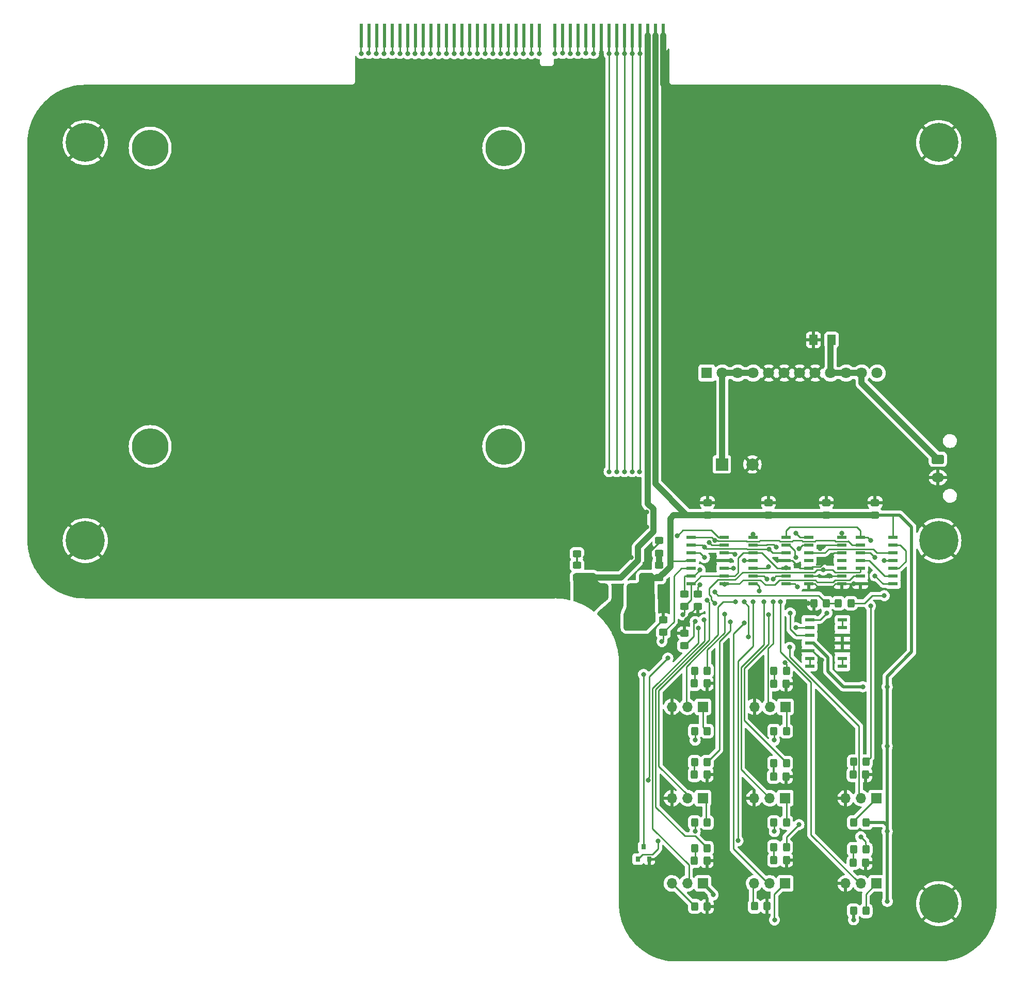
<source format=gtl>
G04 #@! TF.GenerationSoftware,KiCad,Pcbnew,(6.0.2)*
G04 #@! TF.CreationDate,2022-09-21T19:40:20+09:30*
G04 #@! TF.ProjectId,BSPD,42535044-2e6b-4696-9361-645f70636258,4*
G04 #@! TF.SameCoordinates,Original*
G04 #@! TF.FileFunction,Copper,L1,Top*
G04 #@! TF.FilePolarity,Positive*
%FSLAX46Y46*%
G04 Gerber Fmt 4.6, Leading zero omitted, Abs format (unit mm)*
G04 Created by KiCad (PCBNEW (6.0.2)) date 2022-09-21 19:40:20*
%MOMM*%
%LPD*%
G01*
G04 APERTURE LIST*
G04 Aperture macros list*
%AMRoundRect*
0 Rectangle with rounded corners*
0 $1 Rounding radius*
0 $2 $3 $4 $5 $6 $7 $8 $9 X,Y pos of 4 corners*
0 Add a 4 corners polygon primitive as box body*
4,1,4,$2,$3,$4,$5,$6,$7,$8,$9,$2,$3,0*
0 Add four circle primitives for the rounded corners*
1,1,$1+$1,$2,$3*
1,1,$1+$1,$4,$5*
1,1,$1+$1,$6,$7*
1,1,$1+$1,$8,$9*
0 Add four rect primitives between the rounded corners*
20,1,$1+$1,$2,$3,$4,$5,0*
20,1,$1+$1,$4,$5,$6,$7,0*
20,1,$1+$1,$6,$7,$8,$9,0*
20,1,$1+$1,$8,$9,$2,$3,0*%
G04 Aperture macros list end*
G04 #@! TA.AperFunction,SMDPad,CuDef*
%ADD10RoundRect,0.249550X0.450450X-0.325450X0.450450X0.325450X-0.450450X0.325450X-0.450450X-0.325450X0*%
G04 #@! TD*
G04 #@! TA.AperFunction,SMDPad,CuDef*
%ADD11RoundRect,0.250000X0.450000X-0.325000X0.450000X0.325000X-0.450000X0.325000X-0.450000X-0.325000X0*%
G04 #@! TD*
G04 #@! TA.AperFunction,SMDPad,CuDef*
%ADD12RoundRect,0.249550X0.325450X0.450450X-0.325450X0.450450X-0.325450X-0.450450X0.325450X-0.450450X0*%
G04 #@! TD*
G04 #@! TA.AperFunction,SMDPad,CuDef*
%ADD13RoundRect,0.250000X0.325000X0.450000X-0.325000X0.450000X-0.325000X-0.450000X0.325000X-0.450000X0*%
G04 #@! TD*
G04 #@! TA.AperFunction,SMDPad,CuDef*
%ADD14R,0.800000X0.900000*%
G04 #@! TD*
G04 #@! TA.AperFunction,SMDPad,CuDef*
%ADD15RoundRect,0.250000X-0.325000X-0.450000X0.325000X-0.450000X0.325000X0.450000X-0.325000X0.450000X0*%
G04 #@! TD*
G04 #@! TA.AperFunction,SMDPad,CuDef*
%ADD16R,1.200000X1.600000*%
G04 #@! TD*
G04 #@! TA.AperFunction,SMDPad,CuDef*
%ADD17R,3.300000X1.600000*%
G04 #@! TD*
G04 #@! TA.AperFunction,SMDPad,CuDef*
%ADD18R,1.550000X0.600000*%
G04 #@! TD*
G04 #@! TA.AperFunction,SMDPad,CuDef*
%ADD19RoundRect,0.250000X-0.450000X0.325000X-0.450000X-0.325000X0.450000X-0.325000X0.450000X0.325000X0*%
G04 #@! TD*
G04 #@! TA.AperFunction,ComponentPad*
%ADD20R,1.700000X1.700000*%
G04 #@! TD*
G04 #@! TA.AperFunction,ComponentPad*
%ADD21O,1.700000X1.700000*%
G04 #@! TD*
G04 #@! TA.AperFunction,ComponentPad*
%ADD22C,0.800000*%
G04 #@! TD*
G04 #@! TA.AperFunction,ComponentPad*
%ADD23C,6.400000*%
G04 #@! TD*
G04 #@! TA.AperFunction,ComponentPad*
%ADD24RoundRect,0.250001X-0.759999X0.499999X-0.759999X-0.499999X0.759999X-0.499999X0.759999X0.499999X0*%
G04 #@! TD*
G04 #@! TA.AperFunction,ComponentPad*
%ADD25O,2.020000X1.500000*%
G04 #@! TD*
G04 #@! TA.AperFunction,ComponentPad*
%ADD26R,1.800000X1.800000*%
G04 #@! TD*
G04 #@! TA.AperFunction,ComponentPad*
%ADD27C,1.800000*%
G04 #@! TD*
G04 #@! TA.AperFunction,ConnectorPad*
%ADD28R,0.560000X4.000000*%
G04 #@! TD*
G04 #@! TA.AperFunction,WasherPad*
%ADD29C,6.000000*%
G04 #@! TD*
G04 #@! TA.AperFunction,SMDPad,CuDef*
%ADD30RoundRect,0.250001X0.462499X0.624999X-0.462499X0.624999X-0.462499X-0.624999X0.462499X-0.624999X0*%
G04 #@! TD*
G04 #@! TA.AperFunction,ComponentPad*
%ADD31R,2.000000X2.000000*%
G04 #@! TD*
G04 #@! TA.AperFunction,ComponentPad*
%ADD32C,2.000000*%
G04 #@! TD*
G04 #@! TA.AperFunction,ViaPad*
%ADD33C,0.800000*%
G04 #@! TD*
G04 #@! TA.AperFunction,Conductor*
%ADD34C,0.250000*%
G04 #@! TD*
G04 #@! TA.AperFunction,Conductor*
%ADD35C,0.350000*%
G04 #@! TD*
G04 #@! TA.AperFunction,Conductor*
%ADD36C,0.500000*%
G04 #@! TD*
G04 #@! TA.AperFunction,Conductor*
%ADD37C,1.000000*%
G04 #@! TD*
G04 APERTURE END LIST*
D10*
X156635000Y-95125000D03*
D11*
X156635000Y-93075000D03*
D10*
X139135000Y-95125000D03*
D11*
X139135000Y-93075000D03*
D10*
X148635000Y-95125000D03*
D11*
X148635000Y-93075000D03*
D10*
X129135000Y-95125000D03*
D11*
X129135000Y-93075000D03*
D10*
X109735000Y-105425000D03*
D11*
X109735000Y-103375000D03*
D10*
X119135000Y-105425000D03*
D11*
X119135000Y-103375000D03*
D12*
X148660000Y-109600000D03*
D13*
X146610000Y-109600000D03*
D14*
X117710000Y-151600000D03*
X119610000Y-151600000D03*
X118660000Y-149600000D03*
D13*
X152660000Y-109600000D03*
X150610000Y-109600000D03*
D15*
X153085000Y-160100000D03*
X155135000Y-160100000D03*
X140035000Y-145600000D03*
X142085000Y-145600000D03*
D13*
X155160000Y-145600000D03*
X153110000Y-145600000D03*
D15*
X136860000Y-159350000D03*
X138910000Y-159350000D03*
X127035000Y-145600000D03*
X129085000Y-145600000D03*
X127035000Y-130600000D03*
X129085000Y-130600000D03*
D16*
X112135000Y-107600000D03*
D17*
X114435000Y-101200000D03*
D16*
X114435000Y-107600000D03*
X116735000Y-107600000D03*
D18*
X136635000Y-98790000D03*
X136635000Y-100060000D03*
X136635000Y-101330000D03*
X136635000Y-102600000D03*
X136635000Y-103870000D03*
X136635000Y-105140000D03*
X136635000Y-106410000D03*
X142035000Y-106410000D03*
X142035000Y-105140000D03*
X142035000Y-103870000D03*
X142035000Y-102600000D03*
X142035000Y-101330000D03*
X142035000Y-100060000D03*
X142035000Y-98790000D03*
X145735000Y-98790000D03*
X145735000Y-100060000D03*
X145735000Y-101330000D03*
X145735000Y-102600000D03*
X145735000Y-103870000D03*
X145735000Y-105140000D03*
X145735000Y-106410000D03*
X151135000Y-106410000D03*
X151135000Y-105140000D03*
X151135000Y-103870000D03*
X151135000Y-102600000D03*
X151135000Y-101330000D03*
X151135000Y-100060000D03*
X151135000Y-98790000D03*
X154185000Y-98790000D03*
X154185000Y-100060000D03*
X154185000Y-101330000D03*
X154185000Y-102600000D03*
X154185000Y-103870000D03*
X154185000Y-105140000D03*
X154185000Y-106410000D03*
X159585000Y-106410000D03*
X159585000Y-105140000D03*
X159585000Y-103870000D03*
X159585000Y-102600000D03*
X159585000Y-101330000D03*
X159585000Y-100060000D03*
X159585000Y-98790000D03*
D11*
X121885000Y-114375000D03*
X121885000Y-112325000D03*
D15*
X127035000Y-159370000D03*
X129085000Y-159370000D03*
X140035000Y-130600000D03*
X142085000Y-130600000D03*
D13*
X142040000Y-138045000D03*
X139990000Y-138045000D03*
X142040000Y-122845000D03*
X139990000Y-122845000D03*
X142085000Y-120745000D03*
X140035000Y-120745000D03*
X142085000Y-135845000D03*
X140035000Y-135845000D03*
X155090000Y-137745000D03*
X153040000Y-137745000D03*
X129040000Y-137745000D03*
X126990000Y-137745000D03*
X155135000Y-135645000D03*
X153085000Y-135645000D03*
X129085000Y-135695000D03*
X127035000Y-135695000D03*
X129040000Y-151870000D03*
X126990000Y-151870000D03*
X129040000Y-122770000D03*
X126990000Y-122770000D03*
X129085000Y-149820000D03*
X127035000Y-149820000D03*
X129085000Y-120695000D03*
X127035000Y-120695000D03*
X142085000Y-151770000D03*
X140035000Y-151770000D03*
X142085000Y-149620000D03*
X140035000Y-149620000D03*
X155110000Y-152195000D03*
X153060000Y-152195000D03*
X155135000Y-149995000D03*
X153085000Y-149995000D03*
D18*
X126485000Y-98735000D03*
X126485000Y-100005000D03*
X126485000Y-101275000D03*
X126485000Y-102545000D03*
X126485000Y-103815000D03*
X126485000Y-105085000D03*
X126485000Y-106355000D03*
X131885000Y-106355000D03*
X131885000Y-105085000D03*
X131885000Y-103815000D03*
X131885000Y-102545000D03*
X131885000Y-101275000D03*
X131885000Y-100005000D03*
X131885000Y-98735000D03*
D19*
X121210000Y-99320000D03*
X121210000Y-101370000D03*
D11*
X121185000Y-105420000D03*
X121185000Y-103370000D03*
D19*
X107735000Y-99420000D03*
X107735000Y-101470000D03*
D18*
X145885000Y-112335000D03*
X145885000Y-113605000D03*
X145885000Y-114875000D03*
X145885000Y-116145000D03*
X145885000Y-117415000D03*
X145885000Y-118685000D03*
X145885000Y-119955000D03*
X151285000Y-119955000D03*
X151285000Y-118685000D03*
X151285000Y-117415000D03*
X151285000Y-116145000D03*
X151285000Y-114875000D03*
X151285000Y-113605000D03*
X151285000Y-112335000D03*
D11*
X107735000Y-105395000D03*
X107735000Y-103345000D03*
X125385000Y-116550000D03*
X125385000Y-114500000D03*
D19*
X127535000Y-108050000D03*
X127535000Y-110100000D03*
D11*
X125335000Y-110150000D03*
X125335000Y-108100000D03*
D20*
X141885000Y-141600000D03*
D21*
X139345000Y-141600000D03*
X136805000Y-141600000D03*
D20*
X141925000Y-126600000D03*
D21*
X139385000Y-126600000D03*
X136845000Y-126600000D03*
D20*
X141885000Y-155600000D03*
D21*
X139345000Y-155600000D03*
X136805000Y-155600000D03*
D20*
X128385000Y-141600000D03*
D21*
X125845000Y-141600000D03*
X123305000Y-141600000D03*
D20*
X128385000Y-155600000D03*
D21*
X125845000Y-155600000D03*
X123305000Y-155600000D03*
D20*
X156885000Y-141600000D03*
D21*
X154345000Y-141600000D03*
X151805000Y-141600000D03*
D20*
X156885000Y-155600000D03*
D21*
X154345000Y-155600000D03*
X151805000Y-155600000D03*
D20*
X128385000Y-126600000D03*
D21*
X125845000Y-126600000D03*
X123305000Y-126600000D03*
D22*
X167087500Y-156519620D03*
X167087500Y-161319620D03*
X168784556Y-157222564D03*
X165390444Y-157222564D03*
X169487500Y-158919620D03*
X165390444Y-160616676D03*
X168784556Y-160616676D03*
D23*
X167087500Y-158919620D03*
D22*
X164687500Y-158919620D03*
D24*
X166950000Y-85950000D03*
D25*
X166950000Y-88950000D03*
D26*
X129030000Y-71805000D03*
D27*
X131570000Y-71805000D03*
X134110000Y-71805000D03*
X136650000Y-71805000D03*
X139190000Y-71805000D03*
X141730000Y-71805000D03*
X144270000Y-71805000D03*
X146810000Y-71805000D03*
X149350000Y-71805000D03*
X151890000Y-71805000D03*
X154430000Y-71805000D03*
X156970000Y-71805000D03*
D28*
X121842500Y-16419620D03*
X120572500Y-16419620D03*
X119302500Y-16419620D03*
X118032500Y-16419620D03*
X116762500Y-16419620D03*
X115492500Y-16419620D03*
X114222500Y-16419620D03*
X112952500Y-16419620D03*
X111682500Y-16419620D03*
X110412500Y-16419620D03*
X109142500Y-16419620D03*
X107872500Y-16419620D03*
X106602500Y-16419620D03*
X105332500Y-16419620D03*
X104062500Y-16419620D03*
X101522500Y-16419620D03*
X100252500Y-16419620D03*
X98982500Y-16419620D03*
X97712500Y-16419620D03*
X96442500Y-16419620D03*
X95172500Y-16419620D03*
X93902500Y-16419620D03*
X92632500Y-16419620D03*
X91362500Y-16419620D03*
X90092500Y-16419620D03*
X88822500Y-16419620D03*
X87552500Y-16419620D03*
X86282500Y-16419620D03*
X85012500Y-16419620D03*
X83742500Y-16419620D03*
X82472500Y-16419620D03*
X81202500Y-16419620D03*
X79932500Y-16419620D03*
X78662500Y-16419620D03*
X77392500Y-16419620D03*
X76122500Y-16419620D03*
X74852500Y-16419620D03*
X73582500Y-16419620D03*
X72312500Y-16419620D03*
D22*
X27075500Y-101719620D03*
X29475500Y-99319620D03*
X25378444Y-101016676D03*
X27075500Y-96919620D03*
X25378444Y-97622564D03*
D23*
X27075500Y-99319620D03*
D22*
X28772556Y-97622564D03*
X28772556Y-101016676D03*
X24675500Y-99319620D03*
X167075500Y-31563325D03*
X165378444Y-35660381D03*
X169475500Y-33963325D03*
X168772556Y-35660381D03*
X168772556Y-32266269D03*
X167075500Y-36363325D03*
D23*
X167075500Y-33963325D03*
D22*
X164675500Y-33963325D03*
X165378444Y-32266269D03*
D29*
X37715000Y-34855000D03*
X95715000Y-34855000D03*
X95715000Y-83855000D03*
X37715000Y-83855000D03*
D30*
X149487500Y-66350000D03*
X146512500Y-66350000D03*
D22*
X169475500Y-99319620D03*
X164675500Y-99319620D03*
X165378444Y-97622564D03*
X165378444Y-101016676D03*
X168772556Y-97622564D03*
X167075500Y-96919620D03*
X167075500Y-101719620D03*
X168772556Y-101016676D03*
D23*
X167075500Y-99319620D03*
D22*
X25378444Y-35660381D03*
X28772556Y-35660381D03*
X24675500Y-33963325D03*
D23*
X27075500Y-33963325D03*
D22*
X27075500Y-31563325D03*
X27075500Y-36363325D03*
X29475500Y-33963325D03*
X25378444Y-32266269D03*
X28772556Y-32266269D03*
D31*
X131500000Y-86800000D03*
D32*
X136500000Y-86800000D03*
D33*
X145635000Y-109600000D03*
X116635000Y-94600000D03*
X109135000Y-102100000D03*
X119800000Y-116000000D03*
X149365000Y-117410000D03*
X114135000Y-97100000D03*
X125385000Y-113100000D03*
X153160000Y-106410000D03*
X111635000Y-102100000D03*
X147835000Y-118940000D03*
X116635000Y-102100000D03*
X157135000Y-151600000D03*
X116635000Y-99600000D03*
X148635000Y-102600000D03*
X152905000Y-116150000D03*
X119250000Y-102000000D03*
X109135000Y-94600000D03*
X109135000Y-99600000D03*
X111687500Y-19319620D03*
X114135000Y-94600000D03*
X111635000Y-94600000D03*
X119135000Y-97100000D03*
X111635000Y-97100000D03*
X106600000Y-94600000D03*
X116635000Y-97100000D03*
X149175000Y-105140000D03*
X123750000Y-26300000D03*
X156585000Y-137645000D03*
X109135000Y-97100000D03*
X119135000Y-94600000D03*
X106635000Y-99600000D03*
X133010000Y-102600000D03*
X111635000Y-99600000D03*
X121885000Y-110850000D03*
X121850000Y-19400000D03*
X106635000Y-97100000D03*
X147635000Y-100600000D03*
X113002500Y-19324620D03*
X113002500Y-88000000D03*
X121660000Y-115884000D03*
X128638750Y-100346250D03*
X127135000Y-112600000D03*
X114250000Y-88000000D03*
X114287500Y-19319620D03*
X139135000Y-103600000D03*
X139220001Y-100685001D03*
X140385000Y-100350000D03*
X141135000Y-109350000D03*
X138385000Y-109350000D03*
X138885000Y-105600000D03*
X139885000Y-109350000D03*
X139885000Y-105600000D03*
X128635000Y-102100000D03*
X129035000Y-109100000D03*
X127635001Y-113700001D03*
X143639988Y-113605000D03*
X133764999Y-109350000D03*
X133365000Y-103870000D03*
X140110000Y-147075000D03*
X140110000Y-132075000D03*
X135135000Y-95100000D03*
X151135000Y-95100000D03*
X154605000Y-123309998D03*
X127110000Y-147075000D03*
X127110000Y-132075000D03*
X135135000Y-102600000D03*
X158635000Y-158550000D03*
X158610000Y-133075000D03*
X153110000Y-161575000D03*
X130060000Y-157484000D03*
X158610000Y-123325000D03*
X151135000Y-98100000D03*
X140135000Y-161600000D03*
X120632500Y-19324620D03*
X158610000Y-147075000D03*
X119350000Y-81000000D03*
X119362500Y-19324620D03*
X130335000Y-107770000D03*
X129385000Y-99600000D03*
X115500000Y-88000000D03*
X115517500Y-19324620D03*
X118660000Y-121284000D03*
X136635000Y-109350000D03*
X121060000Y-148684000D03*
X134135000Y-148600000D03*
X154285000Y-147945000D03*
X136635000Y-98240000D03*
X158135000Y-108350000D03*
X158135000Y-102600000D03*
X156635000Y-105100000D03*
X156635000Y-102100000D03*
X116767500Y-88000000D03*
X116787500Y-19324620D03*
X119410500Y-138684000D03*
X122635000Y-118600000D03*
X144135000Y-145945000D03*
X124135000Y-98484000D03*
X143635000Y-98100000D03*
X139110000Y-111445000D03*
X137635000Y-107600000D03*
X141869847Y-119360153D03*
X143897499Y-106862499D03*
X144170000Y-100600000D03*
X155885000Y-110044984D03*
X155885000Y-99245000D03*
X130345000Y-99310000D03*
X132885000Y-112620000D03*
X128585013Y-112300000D03*
X130382516Y-109608111D03*
X148735000Y-111200000D03*
X148147653Y-104112653D03*
X131921502Y-111408498D03*
X131985000Y-106490043D03*
X127910000Y-106600000D03*
X127910000Y-104100000D03*
X118087500Y-19319620D03*
X125060000Y-111484000D03*
X142710001Y-111200000D03*
X142035000Y-103789999D03*
X118000000Y-88000000D03*
X110462500Y-19319620D03*
X109187500Y-19314620D03*
X107887500Y-19319620D03*
X106617500Y-19319620D03*
X105342500Y-19314620D03*
X104117500Y-19319620D03*
X101537500Y-19369620D03*
X100262500Y-19364620D03*
X98962500Y-19369620D03*
X97692500Y-19369620D03*
X96417500Y-19364620D03*
X95192500Y-19369620D03*
X93937500Y-19369620D03*
X92662500Y-19364620D03*
X91362500Y-19369620D03*
X90092500Y-19369620D03*
X88817500Y-19364620D03*
X87592500Y-19369620D03*
X86287500Y-19369620D03*
X85012500Y-19364620D03*
X83712500Y-19369620D03*
X82442500Y-19369620D03*
X81167500Y-19364620D03*
X79942500Y-19369620D03*
X78687500Y-19319620D03*
X77412500Y-19314620D03*
X76112500Y-19319620D03*
X74842500Y-19319620D03*
X73567500Y-19314620D03*
X72342500Y-19319620D03*
X143635000Y-102100000D03*
X135135000Y-112850000D03*
X135135000Y-109350000D03*
X142635000Y-116850000D03*
X135885000Y-115100000D03*
X133635000Y-101600000D03*
D34*
X153160000Y-106410000D02*
X151135000Y-106410000D01*
X148635000Y-102600000D02*
X149905000Y-101330000D01*
X147310000Y-106960000D02*
X149560000Y-106960000D01*
X156540000Y-152195000D02*
X157135000Y-151600000D01*
D35*
X119250000Y-101671796D02*
X121210000Y-99711796D01*
D34*
X125385000Y-112250000D02*
X127535000Y-110100000D01*
X147635000Y-103600000D02*
X148635000Y-102600000D01*
X151285000Y-114875000D02*
X151285000Y-116145000D01*
X150110000Y-106410000D02*
X151135000Y-106410000D01*
X121885000Y-112325000D02*
X121885000Y-110850000D01*
X142035000Y-102600000D02*
X143060000Y-102600000D01*
D35*
X111687500Y-16424620D02*
X111682500Y-16419620D01*
D34*
X148175000Y-100060000D02*
X147635000Y-100600000D01*
X146335001Y-103600000D02*
X147635000Y-103600000D01*
X155110000Y-152195000D02*
X156540000Y-152195000D01*
X149905000Y-101330000D02*
X151135000Y-101330000D01*
X149370000Y-117415000D02*
X149365000Y-117410000D01*
X151285000Y-117415000D02*
X149370000Y-117415000D01*
X155135000Y-137745000D02*
X156485000Y-137745000D01*
X156485000Y-137745000D02*
X156585000Y-137645000D01*
X146065001Y-103870000D02*
X146335001Y-103600000D01*
D36*
X151285000Y-116145000D02*
X152900000Y-116145000D01*
D34*
X146610000Y-109600000D02*
X145635000Y-109600000D01*
X147835000Y-118940000D02*
X146310000Y-117415000D01*
D36*
X152900000Y-116145000D02*
X152905000Y-116150000D01*
D34*
X143060000Y-102600000D02*
X144330000Y-103870000D01*
X145735000Y-106410000D02*
X146760000Y-106410000D01*
X144330000Y-103870000D02*
X145735000Y-103870000D01*
D37*
X123750000Y-26300000D02*
X121842500Y-24392500D01*
D35*
X121210000Y-99711796D02*
X121210000Y-99320000D01*
D34*
X131985000Y-102600000D02*
X133010000Y-102600000D01*
D35*
X119250000Y-102000000D02*
X119250000Y-101671796D01*
X119800000Y-116000000D02*
X119800000Y-114410000D01*
D34*
X145735000Y-105140000D02*
X149175000Y-105140000D01*
X125385000Y-113100000D02*
X125385000Y-112250000D01*
X146760000Y-106410000D02*
X147310000Y-106960000D01*
X151285000Y-117415000D02*
X151285000Y-116145000D01*
X125385000Y-113100000D02*
X125385000Y-114500000D01*
D37*
X121842500Y-24392500D02*
X121842500Y-16419620D01*
D34*
X151135000Y-100060000D02*
X148175000Y-100060000D01*
D35*
X111687500Y-19319620D02*
X111687500Y-16424620D01*
X119800000Y-114410000D02*
X121885000Y-112325000D01*
D34*
X151135000Y-105140000D02*
X149175000Y-105140000D01*
X149560000Y-106960000D02*
X150110000Y-106410000D01*
X154185000Y-106410000D02*
X153160000Y-106410000D01*
X121885000Y-114375000D02*
X121885000Y-115659000D01*
X124865000Y-103870000D02*
X126430000Y-103870000D01*
X121885000Y-114375000D02*
X123635000Y-112625000D01*
X123635000Y-112625000D02*
X123635000Y-105100000D01*
X113002500Y-19397500D02*
X113002500Y-88000000D01*
D35*
X113002500Y-19324620D02*
X113002500Y-16469620D01*
D34*
X123635000Y-105100000D02*
X124865000Y-103870000D01*
X121885000Y-115659000D02*
X121660000Y-115884000D01*
D35*
X113002500Y-16469620D02*
X112952500Y-16419620D01*
D34*
X139220001Y-100685001D02*
X139865000Y-101330000D01*
D35*
X114287500Y-16484620D02*
X114222500Y-16419620D01*
D34*
X127135000Y-112600000D02*
X126910000Y-112825000D01*
X136635000Y-103870000D02*
X138865000Y-103870000D01*
X135564997Y-100649999D02*
X135599999Y-100685001D01*
X126910000Y-112825000D02*
X126910000Y-115025000D01*
X126910000Y-115025000D02*
X125385000Y-116550000D01*
X128352500Y-100060000D02*
X128638750Y-100346250D01*
X139865000Y-101330000D02*
X142035000Y-101330000D01*
X135599999Y-100685001D02*
X139220001Y-100685001D01*
X114250000Y-19357120D02*
X114287500Y-19319620D01*
X126585000Y-100060000D02*
X128352500Y-100060000D01*
D35*
X114287500Y-19319620D02*
X114287500Y-16484620D01*
D34*
X128942499Y-100649999D02*
X135564997Y-100649999D01*
X138865000Y-103870000D02*
X139135000Y-103600000D01*
X128638750Y-100346250D02*
X128942499Y-100649999D01*
X114250000Y-88000000D02*
X114250000Y-19357120D01*
X139995000Y-99960000D02*
X140385000Y-100350000D01*
X146135000Y-147600000D02*
X146135000Y-122600000D01*
X138772000Y-100060000D02*
X138872000Y-99960000D01*
X146135000Y-122600000D02*
X141135000Y-117600000D01*
X154345000Y-155600000D02*
X154135000Y-155600000D01*
X138872000Y-99960000D02*
X139995000Y-99960000D01*
X141135000Y-117600000D02*
X141135000Y-109350000D01*
X136635000Y-100060000D02*
X138772000Y-100060000D01*
X154135000Y-155600000D02*
X146135000Y-147600000D01*
X138425000Y-105140000D02*
X138885000Y-105600000D01*
X138385000Y-109350000D02*
X138385000Y-116350000D01*
X138385000Y-116350000D02*
X134635000Y-120100000D01*
X139345000Y-141600000D02*
X134635000Y-136890000D01*
X136635000Y-105140000D02*
X138425000Y-105140000D01*
X134635000Y-136890000D02*
X134635000Y-120100000D01*
X140345000Y-105140000D02*
X139885000Y-105600000D01*
X142035000Y-105140000D02*
X140345000Y-105140000D01*
X139885000Y-109350000D02*
X139885000Y-116193530D01*
X139885000Y-116193530D02*
X139089990Y-116988540D01*
X139089990Y-116988540D02*
X139089990Y-126304990D01*
X121135000Y-123908590D02*
X129434999Y-115608591D01*
X129434999Y-109499999D02*
X129035000Y-109100000D01*
X125845000Y-141060000D02*
X121135000Y-136350000D01*
X127865000Y-101330000D02*
X128635000Y-102100000D01*
X125845000Y-141600000D02*
X125845000Y-141060000D01*
X126585000Y-101330000D02*
X127865000Y-101330000D01*
X129434999Y-115608591D02*
X129434999Y-109499999D01*
X121135000Y-136350000D02*
X121135000Y-123908590D01*
X126095000Y-152563190D02*
X120135000Y-146603190D01*
X120135000Y-123600000D02*
X127635000Y-116100000D01*
X120135000Y-146603190D02*
X120135000Y-123600000D01*
X127635000Y-116100000D02*
X127635001Y-113700001D01*
X145885000Y-113605000D02*
X143639988Y-113605000D01*
X126095000Y-155350000D02*
X126095000Y-152563190D01*
X125845000Y-155600000D02*
X126095000Y-155350000D01*
X130870585Y-114809415D02*
X130870585Y-110193046D01*
X125845000Y-126600000D02*
X125685000Y-126440000D01*
X125685000Y-119995000D02*
X130870585Y-114809415D01*
X130870585Y-110193046D02*
X131713631Y-109350000D01*
X131985000Y-103870000D02*
X133365000Y-103870000D01*
X125685000Y-126440000D02*
X125685000Y-119995000D01*
X131713631Y-109350000D02*
X133764999Y-109350000D01*
X140110000Y-145600000D02*
X140110000Y-147075000D01*
X140110000Y-130600000D02*
X140110000Y-132075000D01*
X159585000Y-98790000D02*
X159585000Y-95350000D01*
D37*
X121876892Y-104796628D02*
X123034999Y-103638521D01*
D36*
X146500002Y-116145000D02*
X148875000Y-118519998D01*
X151424998Y-123309998D02*
X154605000Y-123309998D01*
D34*
X136635000Y-102600000D02*
X135135000Y-102600000D01*
D37*
X124701000Y-95125000D02*
X123610000Y-95125000D01*
X125725000Y-95125000D02*
X124701000Y-95125000D01*
D36*
X158085000Y-145600000D02*
X158610000Y-146125000D01*
X160660000Y-95125000D02*
X156635000Y-95125000D01*
D37*
X148635000Y-95125000D02*
X139135000Y-95125000D01*
X129135000Y-95125000D02*
X125725000Y-95125000D01*
D36*
X153085000Y-161550000D02*
X153110000Y-161575000D01*
D34*
X126585000Y-102600000D02*
X125560000Y-102600000D01*
D37*
X121808372Y-104796628D02*
X121876892Y-104796628D01*
D36*
X148875000Y-120760000D02*
X151424998Y-123309998D01*
X158610000Y-146125000D02*
X158610000Y-141575000D01*
D37*
X156635000Y-95125000D02*
X148635000Y-95125000D01*
D34*
X125515001Y-102644999D02*
X123034999Y-102644999D01*
D37*
X116735000Y-107600000D02*
X116960000Y-107600000D01*
X120572500Y-16419620D02*
X120572500Y-89972500D01*
X116960000Y-107600000D02*
X119135000Y-105425000D01*
D36*
X158610000Y-147075000D02*
X158610000Y-146125000D01*
X158610000Y-141575000D02*
X158610000Y-133075000D01*
D37*
X123034999Y-95700001D02*
X123610000Y-95125000D01*
D36*
X153085000Y-160100000D02*
X153085000Y-161550000D01*
X148875000Y-118519998D02*
X148875000Y-120760000D01*
D37*
X138435000Y-95125000D02*
X129135000Y-95125000D01*
X139135000Y-95125000D02*
X138435000Y-95125000D01*
D34*
X127110000Y-130600000D02*
X127110000Y-132075000D01*
X140135000Y-161600000D02*
X140110000Y-161575000D01*
D37*
X123034999Y-102644999D02*
X123034999Y-95700001D01*
D36*
X158610000Y-123325000D02*
X158610000Y-121625000D01*
X155160000Y-145600000D02*
X158085000Y-145600000D01*
X158610000Y-133075000D02*
X158610000Y-123325000D01*
X158610000Y-121625000D02*
X162635000Y-117600000D01*
D37*
X119135000Y-105425000D02*
X121180000Y-105425000D01*
D36*
X130060000Y-157484000D02*
X130060000Y-157275000D01*
D37*
X123034999Y-103638521D02*
X123034999Y-102644999D01*
D34*
X140110000Y-157375000D02*
X141885000Y-155600000D01*
D36*
X158635000Y-147100000D02*
X158610000Y-147075000D01*
D34*
X159585000Y-95350000D02*
X159360000Y-95125000D01*
D36*
X158635000Y-158550000D02*
X158635000Y-147100000D01*
D37*
X120572500Y-89972500D02*
X125725000Y-95125000D01*
D34*
X127110000Y-145600000D02*
X127110000Y-147075000D01*
X140110000Y-161575000D02*
X140110000Y-157375000D01*
X125560000Y-102600000D02*
X125515001Y-102644999D01*
X151135000Y-98790000D02*
X151135000Y-98100000D01*
X159360000Y-95125000D02*
X156635000Y-95125000D01*
D36*
X162635000Y-117600000D02*
X162635000Y-97100000D01*
X162635000Y-97100000D02*
X160660000Y-95125000D01*
D37*
X121185000Y-105420000D02*
X121808372Y-104796628D01*
D36*
X145885000Y-116145000D02*
X146500002Y-116145000D01*
X130060000Y-157275000D02*
X128385000Y-155600000D01*
D37*
X120234511Y-94144567D02*
X119350000Y-93260056D01*
X109960000Y-105425000D02*
X112135000Y-107600000D01*
X131570000Y-86730000D02*
X131500000Y-86800000D01*
X114894944Y-105395000D02*
X117734511Y-102555433D01*
X119362500Y-19324620D02*
X119362500Y-16479620D01*
X119362500Y-16479620D02*
X119302500Y-16419620D01*
X117734511Y-102555433D02*
X117734511Y-100356411D01*
X107735000Y-105395000D02*
X114894944Y-105395000D01*
X119350000Y-93260056D02*
X119350000Y-19462120D01*
X109735000Y-105425000D02*
X109960000Y-105425000D01*
X131570000Y-71805000D02*
X131570000Y-86730000D01*
X117734511Y-100356411D02*
X120234511Y-97856411D01*
X136650000Y-71805000D02*
X131570000Y-71805000D01*
X120234511Y-97856411D02*
X120234511Y-94144567D01*
D34*
X147389999Y-108329999D02*
X130894999Y-108329999D01*
X131985000Y-100060000D02*
X129845000Y-100060000D01*
X130894999Y-108329999D02*
X130335000Y-107770000D01*
X148660000Y-109600000D02*
X147389999Y-108329999D01*
X150610000Y-109600000D02*
X148660000Y-109600000D01*
X129845000Y-100060000D02*
X129385000Y-99600000D01*
X118660000Y-121284000D02*
X118660000Y-149600000D01*
X115500000Y-19342120D02*
X115517500Y-19324620D01*
D35*
X115517500Y-19324620D02*
X115517500Y-16444620D01*
D34*
X115500000Y-88000000D02*
X115500000Y-19342120D01*
D35*
X115517500Y-16444620D02*
X115492500Y-16419620D01*
D34*
X155060000Y-149120000D02*
X155060000Y-148720000D01*
X136635000Y-116600000D02*
X134135000Y-119100000D01*
X136635000Y-109350000D02*
X136635000Y-116600000D01*
X121060000Y-149884000D02*
X120118511Y-150825489D01*
X155135000Y-149995000D02*
X155135000Y-149195000D01*
X120118511Y-150825489D02*
X118484511Y-150825489D01*
X136635000Y-98790000D02*
X136635000Y-98240000D01*
X155135000Y-149195000D02*
X155060000Y-149120000D01*
X121060000Y-148684000D02*
X121060000Y-149884000D01*
X155060000Y-148720000D02*
X154285000Y-147945000D01*
X134135000Y-119100000D02*
X134135000Y-148600000D01*
X118484511Y-150825489D02*
X117710000Y-151600000D01*
X152660000Y-109600000D02*
X154885000Y-109600000D01*
X154885000Y-109600000D02*
X156135000Y-108350000D01*
X159585000Y-102600000D02*
X158135000Y-102600000D01*
X156135000Y-108350000D02*
X158135000Y-108350000D01*
X155135000Y-160100000D02*
X155135000Y-157350000D01*
X155135000Y-157350000D02*
X156885000Y-155600000D01*
X142085000Y-145600000D02*
X142085000Y-141800000D01*
X142085000Y-130600000D02*
X142085000Y-126760000D01*
X136595000Y-159085000D02*
X136595000Y-155810000D01*
X136860000Y-159350000D02*
X136595000Y-159085000D01*
X136595000Y-155810000D02*
X136805000Y-155600000D01*
X129085000Y-145600000D02*
X128925000Y-145440000D01*
X128925000Y-145440000D02*
X128925000Y-142140000D01*
X128925000Y-142140000D02*
X128385000Y-141600000D01*
X127035000Y-159330000D02*
X127035000Y-159370000D01*
X123305000Y-155600000D02*
X127035000Y-159330000D01*
X129085000Y-130600000D02*
X128385000Y-129900000D01*
X128385000Y-129900000D02*
X128385000Y-126600000D01*
X156962500Y-101330000D02*
X156317501Y-100685001D01*
X149049999Y-100685001D02*
X148405000Y-101330000D01*
X156317501Y-100685001D02*
X149049999Y-100685001D01*
X148405000Y-101330000D02*
X145735000Y-101330000D01*
X159585000Y-101330000D02*
X156962500Y-101330000D01*
X159585000Y-106410000D02*
X157945000Y-106410000D01*
X156635000Y-102100000D02*
X155865000Y-101330000D01*
X157945000Y-106410000D02*
X156635000Y-105100000D01*
X155865000Y-101330000D02*
X154185000Y-101330000D01*
X159585000Y-105140000D02*
X158167500Y-105140000D01*
X158167500Y-105140000D02*
X155627500Y-102600000D01*
X155627500Y-102600000D02*
X154185000Y-102600000D01*
X161635000Y-100985000D02*
X160710000Y-100060000D01*
X159585000Y-103870000D02*
X160510000Y-103870000D01*
X160710000Y-100060000D02*
X159585000Y-100060000D01*
X160510000Y-103870000D02*
X161635000Y-102745000D01*
X161635000Y-102745000D02*
X161635000Y-100985000D01*
X129770000Y-97600000D02*
X130960000Y-98790000D01*
X125135000Y-97600000D02*
X129770000Y-97600000D01*
X119410500Y-138684000D02*
X119410500Y-138324500D01*
D35*
X116787500Y-16444620D02*
X116762500Y-16419620D01*
D34*
X142085000Y-149620000D02*
X142085000Y-147995000D01*
X119410500Y-138324500D02*
X119635000Y-138100000D01*
X142085000Y-147995000D02*
X144135000Y-145945000D01*
X119635000Y-138100000D02*
X119635000Y-121600000D01*
X119635000Y-121600000D02*
X122635000Y-118600000D01*
X124135000Y-98484000D02*
X124251000Y-98484000D01*
X116767500Y-88000000D02*
X116767500Y-19332500D01*
X130960000Y-98790000D02*
X131985000Y-98790000D01*
X124251000Y-98484000D02*
X125135000Y-97600000D01*
D35*
X116787500Y-19324620D02*
X116787500Y-16444620D01*
X139960000Y-138045000D02*
X139960000Y-135870000D01*
D34*
X140060000Y-122845000D02*
X140060000Y-120770000D01*
X142085000Y-135800000D02*
X135135000Y-128850000D01*
X144325000Y-98790000D02*
X143635000Y-98100000D01*
X139110000Y-116332120D02*
X139110000Y-111445000D01*
X137635000Y-107600000D02*
X137635000Y-106850000D01*
X135135000Y-128850000D02*
X135135000Y-120307120D01*
X135135000Y-120307120D02*
X139110000Y-116332120D01*
X145735000Y-98790000D02*
X144325000Y-98790000D01*
X137635000Y-106850000D02*
X137195000Y-106410000D01*
X144710000Y-100060000D02*
X144170000Y-100600000D01*
X143897499Y-106862499D02*
X143445000Y-106410000D01*
X142085000Y-120745000D02*
X142085000Y-119575306D01*
X142085000Y-119575306D02*
X141869847Y-119360153D01*
X143445000Y-106410000D02*
X142035000Y-106410000D01*
X145735000Y-100060000D02*
X144710000Y-100060000D01*
X153085000Y-135645000D02*
X153085000Y-137745000D01*
X126960000Y-137745000D02*
X126960000Y-135745000D01*
X155135000Y-135645000D02*
X155885000Y-134895000D01*
X155430000Y-98790000D02*
X155885000Y-99245000D01*
X155885000Y-134895000D02*
X155885000Y-110044984D01*
X154185000Y-98790000D02*
X155430000Y-98790000D01*
X154185000Y-98790000D02*
X154185000Y-97650000D01*
X154185000Y-97650000D02*
X153635000Y-97100000D01*
X142035000Y-97700000D02*
X142035000Y-98790000D01*
X142635000Y-97100000D02*
X142035000Y-97700000D01*
X153635000Y-97100000D02*
X142635000Y-97100000D01*
X143070001Y-99415001D02*
X140999999Y-99415001D01*
X137735001Y-99350001D02*
X137655002Y-99430000D01*
X140934999Y-99350001D02*
X140934999Y-99300000D01*
X150034999Y-99350001D02*
X150034999Y-99300000D01*
X152201251Y-99383751D02*
X152170001Y-99415001D01*
X130849999Y-99360001D02*
X130789998Y-99300000D01*
X131085000Y-115881410D02*
X132885000Y-114081410D01*
X150034999Y-99300000D02*
X146835001Y-99300000D01*
X137735001Y-99300000D02*
X137735001Y-99350001D01*
X143135001Y-99300000D02*
X143135001Y-99350001D01*
X140934999Y-99300000D02*
X137735001Y-99300000D01*
X143135001Y-99350001D02*
X143070001Y-99415001D01*
X146770001Y-99415001D02*
X144699999Y-99415001D01*
X129825000Y-98790000D02*
X126585000Y-98790000D01*
X144699999Y-99415001D02*
X144634999Y-99350001D01*
X131085000Y-133670000D02*
X131085000Y-115881410D01*
X154185000Y-100060000D02*
X152877500Y-100060000D01*
X152170001Y-99415001D02*
X150099999Y-99415001D01*
X152877500Y-100060000D02*
X152201251Y-99383751D01*
X150099999Y-99415001D02*
X150034999Y-99350001D01*
X144634999Y-99350001D02*
X144634999Y-99300000D01*
X130345000Y-99310000D02*
X129825000Y-98790000D01*
X129010000Y-135745000D02*
X131085000Y-133670000D01*
X146835001Y-99350001D02*
X146770001Y-99415001D01*
X146835001Y-99300000D02*
X146835001Y-99350001D01*
X132885000Y-114081410D02*
X132885000Y-112620000D01*
X135534999Y-99350001D02*
X135534999Y-99360001D01*
X144634999Y-99300000D02*
X143135001Y-99300000D01*
X130355000Y-99300000D02*
X130345000Y-99310000D01*
X130789998Y-99300000D02*
X130355000Y-99300000D01*
X135614998Y-99430000D02*
X135534999Y-99350001D01*
X135534999Y-99360001D02*
X130849999Y-99360001D01*
X137655002Y-99430000D02*
X135614998Y-99430000D01*
X140999999Y-99415001D02*
X140934999Y-99350001D01*
X127110000Y-151600000D02*
X127110000Y-150125000D01*
X127060000Y-122770000D02*
X127060000Y-120720000D01*
X149635000Y-104100000D02*
X147135000Y-104100000D01*
X129135000Y-149845000D02*
X127090001Y-147800001D01*
X128635000Y-112325002D02*
X128635000Y-115772180D01*
X154185000Y-103870000D02*
X154185000Y-104420000D01*
X128585013Y-112300000D02*
X128610015Y-112325002D01*
X134888002Y-104514999D02*
X133673002Y-105729999D01*
X130849999Y-105729999D02*
X129409999Y-107169999D01*
X145885000Y-112335000D02*
X147600000Y-112335000D01*
X128610015Y-112325002D02*
X128635000Y-112325002D01*
X146720001Y-104514999D02*
X134888002Y-104514999D01*
X147600000Y-112335000D02*
X148735000Y-111200000D01*
X150049999Y-104514999D02*
X149635000Y-104100000D01*
X129409999Y-108201997D02*
X129760001Y-108551999D01*
X133673002Y-105729999D02*
X130849999Y-105729999D01*
X128635000Y-115772180D02*
X120635000Y-123772180D01*
X125415001Y-147800001D02*
X127090001Y-147800001D01*
X129760001Y-108551999D02*
X129760001Y-108985596D01*
X120635000Y-143020000D02*
X125415001Y-147800001D01*
X154090001Y-104514999D02*
X150049999Y-104514999D01*
X120635000Y-123772180D02*
X120635000Y-143020000D01*
X154185000Y-104420000D02*
X154090001Y-104514999D01*
X129760001Y-108985596D02*
X130382516Y-109608111D01*
X147135000Y-104100000D02*
X146720001Y-104514999D01*
X129409999Y-107169999D02*
X129409999Y-108201997D01*
X150099999Y-105765001D02*
X149765000Y-106100000D01*
X131921502Y-114408498D02*
X131921502Y-111408498D01*
X129085000Y-117245000D02*
X131921502Y-114408498D01*
X138635000Y-106600000D02*
X137800001Y-105765001D01*
X149765000Y-106100000D02*
X147135000Y-106100000D01*
X140135000Y-106600000D02*
X138635000Y-106600000D01*
X137800001Y-105765001D02*
X134969999Y-105765001D01*
X152469999Y-105765001D02*
X150099999Y-105765001D01*
X153095000Y-105140000D02*
X152469999Y-105765001D01*
X134325000Y-106410000D02*
X131985000Y-106410000D01*
X154185000Y-105140000D02*
X153095000Y-105140000D01*
X147135000Y-106100000D02*
X146819999Y-105784999D01*
X140950001Y-105784999D02*
X140135000Y-106600000D01*
X146819999Y-105784999D02*
X140950001Y-105784999D01*
X129085000Y-120695000D02*
X129085000Y-117245000D01*
X134969999Y-105765001D02*
X134325000Y-106410000D01*
X140035000Y-151770000D02*
X140035000Y-149620000D01*
X153060000Y-152195000D02*
X153060000Y-150020000D01*
D35*
X107735000Y-103345000D02*
X107735000Y-101470000D01*
D37*
X121185000Y-103370000D02*
X121185000Y-101395000D01*
D34*
X125335000Y-108100000D02*
X125335000Y-105210000D01*
X125335000Y-105210000D02*
X125460000Y-105085000D01*
X127910000Y-104100000D02*
X126925000Y-105085000D01*
X125460000Y-105085000D02*
X126485000Y-105085000D01*
X127535000Y-108050000D02*
X127535000Y-106975000D01*
X127535000Y-106975000D02*
X127910000Y-106600000D01*
X142035000Y-103870000D02*
X140577500Y-103870000D01*
D35*
X118087500Y-19319620D02*
X118087500Y-16474620D01*
D34*
X140577500Y-103870000D02*
X138037500Y-101330000D01*
X134135000Y-104600000D02*
X133595000Y-105140000D01*
X142710001Y-113848005D02*
X142710001Y-111200000D01*
X143736996Y-114875000D02*
X142710001Y-113848005D01*
X134982500Y-101330000D02*
X134135000Y-102177500D01*
X125335000Y-110150000D02*
X126485000Y-109000000D01*
X138037500Y-101330000D02*
X134982500Y-101330000D01*
X133595000Y-105140000D02*
X128090002Y-105140000D01*
X125335000Y-110150000D02*
X125335000Y-111209000D01*
X126485000Y-109000000D02*
X126485000Y-106355000D01*
X128090002Y-105140000D02*
X126875002Y-106355000D01*
X118037500Y-87962500D02*
X118037500Y-19262500D01*
X125335000Y-111209000D02*
X125060000Y-111484000D01*
X145885000Y-114875000D02*
X143736996Y-114875000D01*
X118000000Y-88000000D02*
X118037500Y-87962500D01*
X134135000Y-102177500D02*
X134135000Y-104600000D01*
D35*
X118087500Y-16474620D02*
X118032500Y-16419620D01*
D34*
X151285000Y-119955000D02*
X151285000Y-118685000D01*
X145885000Y-119955000D02*
X145885000Y-118685000D01*
X151285000Y-113605000D02*
X151285000Y-112335000D01*
X153110000Y-145600000D02*
X153110000Y-145375000D01*
X153110000Y-145375000D02*
X156885000Y-141600000D01*
X110462500Y-19307120D02*
X110462500Y-16332120D01*
X109162500Y-19319620D02*
X109162500Y-16344620D01*
X107862500Y-19319620D02*
X107862500Y-16344620D01*
X106562500Y-19319620D02*
X106562500Y-16344620D01*
X105362500Y-19319620D02*
X105362500Y-16344620D01*
X104062500Y-19319620D02*
X104062500Y-16344620D01*
X101537500Y-19357120D02*
X101537500Y-16382120D01*
X100237500Y-19369620D02*
X100237500Y-16394620D01*
X98937500Y-19369620D02*
X98937500Y-16394620D01*
X97637500Y-19369620D02*
X97637500Y-16394620D01*
X96437500Y-19369620D02*
X96437500Y-16394620D01*
X95137500Y-19369620D02*
X95137500Y-16394620D01*
X93932500Y-19457120D02*
X93932500Y-16482120D01*
X92637500Y-19369620D02*
X92637500Y-16394620D01*
X91337500Y-19369620D02*
X91337500Y-16394620D01*
X90037500Y-19369620D02*
X90037500Y-16394620D01*
X88837500Y-19369620D02*
X88837500Y-16394620D01*
X87537500Y-19369620D02*
X87537500Y-16394620D01*
X86287500Y-19357120D02*
X86287500Y-16382120D01*
X84987500Y-19369620D02*
X84987500Y-16394620D01*
X83687500Y-19369620D02*
X83687500Y-16394620D01*
X82387500Y-19369620D02*
X82387500Y-16394620D01*
X81187500Y-19369620D02*
X81187500Y-16394620D01*
X79887500Y-19369620D02*
X79887500Y-16394620D01*
X78687500Y-19307120D02*
X78687500Y-16332120D01*
X77387500Y-19319620D02*
X77387500Y-16344620D01*
X76087500Y-19319620D02*
X76087500Y-16344620D01*
X74787500Y-19319620D02*
X74787500Y-16344620D01*
X73587500Y-19319620D02*
X73587500Y-16344620D01*
X72287500Y-19319620D02*
X72287500Y-16344620D01*
X143444999Y-101909999D02*
X143635000Y-102100000D01*
X142520000Y-100060000D02*
X143444999Y-100984999D01*
X133410489Y-114574511D02*
X133410489Y-149915489D01*
X139095000Y-155600000D02*
X139345000Y-155600000D01*
X133410489Y-149915489D02*
X139095000Y-155600000D01*
X135135000Y-112850000D02*
X133410489Y-114574511D01*
X143444999Y-100984999D02*
X143444999Y-101909999D01*
X135135000Y-109350000D02*
X135885000Y-110100000D01*
X153984520Y-129778542D02*
X153984520Y-141239520D01*
X142635000Y-118429022D02*
X153984520Y-129778542D01*
X135885000Y-110100000D02*
X135885000Y-115100000D01*
X153984520Y-141239520D02*
X154345000Y-141600000D01*
X133365000Y-101330000D02*
X133635000Y-101600000D01*
X142635000Y-116850000D02*
X142635000Y-118429022D01*
X131985000Y-101330000D02*
X133365000Y-101330000D01*
D37*
X154430000Y-71805000D02*
X154430000Y-73430000D01*
X149350000Y-66487500D02*
X149350000Y-71805000D01*
X154430000Y-73430000D02*
X166950000Y-85950000D01*
X149350000Y-71805000D02*
X154430000Y-71805000D01*
G04 #@! TA.AperFunction,Conductor*
G36*
X122038621Y-16185622D02*
G01*
X122085114Y-16239278D01*
X122096500Y-16291620D01*
X122096500Y-18909504D01*
X122100975Y-18924743D01*
X122102365Y-18925948D01*
X122110048Y-18927619D01*
X122167169Y-18927619D01*
X122173990Y-18927249D01*
X122224852Y-18921725D01*
X122240104Y-18918099D01*
X122360554Y-18872944D01*
X122376149Y-18864406D01*
X122478224Y-18787905D01*
X122490785Y-18775344D01*
X122567286Y-18673269D01*
X122575824Y-18657674D01*
X122610518Y-18565128D01*
X122653160Y-18508364D01*
X122719721Y-18483664D01*
X122789070Y-18498871D01*
X122839188Y-18549157D01*
X122854500Y-18609358D01*
X122854500Y-23910918D01*
X122854498Y-23911688D01*
X122854024Y-23989272D01*
X122856490Y-23997901D01*
X122856491Y-23997906D01*
X122862139Y-24017668D01*
X122865717Y-24034429D01*
X122868630Y-24054772D01*
X122868633Y-24054782D01*
X122869905Y-24063665D01*
X122880521Y-24087015D01*
X122886964Y-24104527D01*
X122894012Y-24129185D01*
X122909774Y-24154168D01*
X122917904Y-24169234D01*
X122930133Y-24196130D01*
X122946874Y-24215559D01*
X122957979Y-24230567D01*
X122971660Y-24252251D01*
X122978388Y-24258193D01*
X122993796Y-24271801D01*
X123005840Y-24283993D01*
X123025119Y-24306367D01*
X123032647Y-24311246D01*
X123032650Y-24311249D01*
X123046639Y-24320316D01*
X123061513Y-24331606D01*
X123080728Y-24348576D01*
X123088854Y-24352391D01*
X123088855Y-24352392D01*
X123094521Y-24355052D01*
X123107466Y-24361130D01*
X123122435Y-24369444D01*
X123147227Y-24385513D01*
X123164150Y-24390574D01*
X123171790Y-24392859D01*
X123189236Y-24399521D01*
X123212448Y-24410419D01*
X123241630Y-24414963D01*
X123258349Y-24418746D01*
X123278036Y-24424634D01*
X123278039Y-24424635D01*
X123286641Y-24427207D01*
X123295616Y-24427262D01*
X123295617Y-24427262D01*
X123302310Y-24427303D01*
X123321056Y-24427417D01*
X123321828Y-24427450D01*
X123322923Y-24427620D01*
X123353798Y-24427620D01*
X123354568Y-24427622D01*
X123428216Y-24428072D01*
X123428217Y-24428072D01*
X123432152Y-24428096D01*
X123433496Y-24427712D01*
X123434841Y-24427620D01*
X123836982Y-24427620D01*
X167025982Y-24471275D01*
X167045235Y-24472775D01*
X167054177Y-24474167D01*
X167060360Y-24475130D01*
X167060361Y-24475130D01*
X167069230Y-24476511D01*
X167078132Y-24475347D01*
X167078134Y-24475347D01*
X167087474Y-24474125D01*
X167092310Y-24473493D01*
X167112603Y-24472491D01*
X167196578Y-24475130D01*
X167667549Y-24489931D01*
X167675449Y-24490428D01*
X168011938Y-24522236D01*
X168261228Y-24545801D01*
X168269064Y-24546791D01*
X168850217Y-24638836D01*
X168857985Y-24640319D01*
X169432206Y-24768673D01*
X169439873Y-24770641D01*
X169710473Y-24849257D01*
X170004899Y-24934796D01*
X170012402Y-24937234D01*
X170566028Y-25136551D01*
X170573356Y-25139453D01*
X171113375Y-25373140D01*
X171120507Y-25376496D01*
X171556877Y-25598838D01*
X171644776Y-25643625D01*
X171651707Y-25647435D01*
X172158177Y-25946960D01*
X172164829Y-25951182D01*
X172651482Y-26281911D01*
X172657878Y-26286558D01*
X173122819Y-26647203D01*
X173128873Y-26652210D01*
X173570271Y-27041356D01*
X173576025Y-27046761D01*
X173992064Y-27462800D01*
X173997469Y-27468554D01*
X174386615Y-27909952D01*
X174391622Y-27916006D01*
X174752260Y-28380938D01*
X174752262Y-28380940D01*
X174756909Y-28387336D01*
X175087643Y-28873996D01*
X175091865Y-28880648D01*
X175208451Y-29077784D01*
X175391387Y-29387113D01*
X175395199Y-29394047D01*
X175662329Y-29918318D01*
X175665685Y-29925450D01*
X175899372Y-30465469D01*
X175902274Y-30472797D01*
X176101587Y-31026410D01*
X176104029Y-31033926D01*
X176189568Y-31328352D01*
X176268184Y-31598952D01*
X176270152Y-31606619D01*
X176398506Y-32180840D01*
X176399989Y-32188608D01*
X176408778Y-32244098D01*
X176492033Y-32769752D01*
X176493024Y-32777597D01*
X176494452Y-32792700D01*
X176548397Y-33363376D01*
X176548894Y-33371276D01*
X176566096Y-33918657D01*
X176564658Y-33941998D01*
X176562314Y-33957055D01*
X176566440Y-33988604D01*
X176567504Y-34004928D01*
X176576673Y-129478296D01*
X176579496Y-158870305D01*
X176577996Y-158889702D01*
X176575695Y-158904477D01*
X176575695Y-158904481D01*
X176574314Y-158913350D01*
X176575478Y-158922252D01*
X176575478Y-158922254D01*
X176577332Y-158936428D01*
X176578334Y-158956723D01*
X176577684Y-158977395D01*
X176560894Y-159511670D01*
X176560397Y-159519570D01*
X176505026Y-160105340D01*
X176504035Y-160113184D01*
X176411991Y-160694331D01*
X176410507Y-160702106D01*
X176282153Y-161276327D01*
X176280185Y-161283994D01*
X176201586Y-161554535D01*
X176135105Y-161783365D01*
X176116034Y-161849007D01*
X176113592Y-161856522D01*
X175914275Y-162410148D01*
X175911373Y-162417476D01*
X175677686Y-162957496D01*
X175674330Y-162964628D01*
X175655332Y-163001914D01*
X175407201Y-163488897D01*
X175403388Y-163495833D01*
X175103871Y-164002289D01*
X175099629Y-164008972D01*
X174768914Y-164495605D01*
X174764272Y-164501996D01*
X174403628Y-164966935D01*
X174398598Y-164973014D01*
X174009485Y-165414376D01*
X174004066Y-165420146D01*
X173588026Y-165836186D01*
X173582256Y-165841605D01*
X173140894Y-166230718D01*
X173134815Y-166235748D01*
X172669876Y-166596392D01*
X172663485Y-166601034D01*
X172176852Y-166931749D01*
X172170169Y-166935991D01*
X171663713Y-167235508D01*
X171656777Y-167239321D01*
X171624959Y-167255533D01*
X171132508Y-167506450D01*
X171125376Y-167509806D01*
X170585356Y-167743493D01*
X170578028Y-167746395D01*
X170024402Y-167945712D01*
X170016899Y-167948150D01*
X169722415Y-168033706D01*
X169451874Y-168112305D01*
X169444207Y-168114273D01*
X168869986Y-168242627D01*
X168862218Y-168244110D01*
X168281064Y-168336155D01*
X168273229Y-168337145D01*
X168023127Y-168360786D01*
X167687450Y-168392517D01*
X167679550Y-168393014D01*
X167132168Y-168410216D01*
X167108827Y-168408778D01*
X167105089Y-168408196D01*
X167093770Y-168406434D01*
X167084868Y-168407598D01*
X167084865Y-168407598D01*
X167062249Y-168410556D01*
X167045911Y-168411620D01*
X124135844Y-168411620D01*
X124116846Y-168410180D01*
X124101047Y-168407770D01*
X124101045Y-168407770D01*
X124092174Y-168406417D01*
X124083274Y-168407609D01*
X124083273Y-168407609D01*
X124069109Y-168409506D01*
X124048820Y-168410572D01*
X123495744Y-168394912D01*
X123487855Y-168394439D01*
X123083361Y-168357473D01*
X122903850Y-168341067D01*
X122895993Y-168340099D01*
X122316498Y-168250162D01*
X122308719Y-168248703D01*
X121736018Y-168122558D01*
X121728344Y-168120614D01*
X121164667Y-167958749D01*
X121157132Y-167956326D01*
X120604759Y-167759398D01*
X120597390Y-167756507D01*
X120058456Y-167525276D01*
X120051284Y-167521928D01*
X119527945Y-167257321D01*
X119520996Y-167253529D01*
X119421527Y-167195120D01*
X119015287Y-166956573D01*
X119008615Y-166952368D01*
X118522541Y-166624236D01*
X118516123Y-166619603D01*
X118051643Y-166261624D01*
X118045528Y-166256598D01*
X117604420Y-165870139D01*
X117598633Y-165864738D01*
X117182673Y-165451357D01*
X117177237Y-165445604D01*
X116788060Y-165006928D01*
X116782995Y-165000844D01*
X116422110Y-164538569D01*
X116417438Y-164532180D01*
X116086319Y-164048198D01*
X116082056Y-164041528D01*
X115941275Y-163805160D01*
X115781955Y-163537667D01*
X115778122Y-163530745D01*
X115510267Y-163009066D01*
X115506874Y-163001914D01*
X115336937Y-162612540D01*
X115272294Y-162464425D01*
X115269360Y-162457081D01*
X115265029Y-162445166D01*
X115068992Y-161905920D01*
X115066526Y-161898408D01*
X115054220Y-161856535D01*
X114905912Y-161351920D01*
X114901164Y-161335765D01*
X114899172Y-161328104D01*
X114830045Y-161023303D01*
X114769467Y-160756196D01*
X114767961Y-160748437D01*
X114762188Y-160712704D01*
X114674417Y-160169478D01*
X114673402Y-160161637D01*
X114671557Y-160142738D01*
X114642686Y-159847134D01*
X114616400Y-159577991D01*
X114615878Y-159570092D01*
X114599568Y-159097885D01*
X114597040Y-159024696D01*
X114598406Y-159001357D01*
X114600703Y-158986294D01*
X114596615Y-158955772D01*
X114595500Y-158939045D01*
X114595500Y-119309839D01*
X114597182Y-119289321D01*
X114598861Y-119279149D01*
X114600608Y-119268563D01*
X114600722Y-119256024D01*
X114600154Y-119252143D01*
X114600142Y-119251915D01*
X114586044Y-118828927D01*
X114579188Y-118623211D01*
X114562666Y-118447459D01*
X114520104Y-117994702D01*
X114520102Y-117994687D01*
X114519927Y-117992824D01*
X114422711Y-117367166D01*
X114419956Y-117354521D01*
X114288303Y-116750381D01*
X114288301Y-116750374D01*
X114287897Y-116748519D01*
X114271869Y-116691705D01*
X114215847Y-116493134D01*
X114115976Y-116139140D01*
X114111526Y-116126374D01*
X113908209Y-115543068D01*
X113908205Y-115543057D01*
X113907576Y-115541253D01*
X113663456Y-114957041D01*
X113621769Y-114872095D01*
X113454046Y-114530331D01*
X113384507Y-114388633D01*
X113372746Y-114367930D01*
X113072697Y-113839775D01*
X113072693Y-113839769D01*
X113071748Y-113838105D01*
X112726319Y-113307466D01*
X112349482Y-112798651D01*
X112318599Y-112761827D01*
X111943832Y-112314974D01*
X111943831Y-112314973D01*
X111942610Y-112313517D01*
X111507189Y-111853835D01*
X111049354Y-111425533D01*
X111013272Y-111364390D01*
X111015975Y-111293444D01*
X111034325Y-111258332D01*
X111062357Y-111220639D01*
X111073724Y-111195748D01*
X111105767Y-111125583D01*
X111136678Y-111083745D01*
X111140198Y-111080617D01*
X111140240Y-111080579D01*
X111140313Y-111080514D01*
X111140331Y-111080497D01*
X111203237Y-111024581D01*
X111203239Y-111024580D01*
X111226624Y-111003794D01*
X112248047Y-110095862D01*
X112323161Y-110029094D01*
X113048046Y-109384752D01*
X113060877Y-109372512D01*
X113073085Y-109360867D01*
X113073111Y-109360842D01*
X113073908Y-109360081D01*
X113077499Y-109356406D01*
X113085513Y-109348204D01*
X113085535Y-109348180D01*
X113086286Y-109347412D01*
X113110335Y-109321001D01*
X113183755Y-109234442D01*
X113226005Y-109176872D01*
X113244858Y-109146985D01*
X113278617Y-109084061D01*
X113285150Y-109069514D01*
X113320532Y-108990725D01*
X113320535Y-108990718D01*
X113321442Y-108988698D01*
X113346046Y-108921657D01*
X113350309Y-108906911D01*
X113355558Y-108888750D01*
X113393690Y-108828863D01*
X113458146Y-108799099D01*
X113528462Y-108808907D01*
X113552166Y-108822913D01*
X113581352Y-108844786D01*
X113596946Y-108853324D01*
X113717394Y-108898478D01*
X113732649Y-108902105D01*
X113783514Y-108907631D01*
X113790328Y-108908000D01*
X114162885Y-108908000D01*
X114178124Y-108903525D01*
X114179329Y-108902135D01*
X114181000Y-108894452D01*
X114181000Y-107472000D01*
X114201002Y-107403879D01*
X114254658Y-107357386D01*
X114307000Y-107346000D01*
X114563000Y-107346000D01*
X114631121Y-107366002D01*
X114677614Y-107419658D01*
X114689000Y-107472000D01*
X114689000Y-108889884D01*
X114693475Y-108905123D01*
X114694865Y-108906328D01*
X114702548Y-108907999D01*
X115079669Y-108907999D01*
X115086490Y-108907629D01*
X115137352Y-108902105D01*
X115152604Y-108898479D01*
X115206770Y-108878173D01*
X115277578Y-108872990D01*
X115339947Y-108906911D01*
X115374076Y-108969166D01*
X115377000Y-108996155D01*
X115377000Y-109977904D01*
X115367988Y-110024699D01*
X114951324Y-111066359D01*
X114942887Y-111088998D01*
X114938971Y-111100322D01*
X114938742Y-111101040D01*
X114938739Y-111101048D01*
X114933017Y-111118963D01*
X114931619Y-111123339D01*
X114931412Y-111124046D01*
X114910375Y-111195748D01*
X114910370Y-111195768D01*
X114909951Y-111197195D01*
X114905738Y-111214578D01*
X114899009Y-111242338D01*
X114898572Y-111244140D01*
X114898294Y-111245584D01*
X114894459Y-111265500D01*
X114894046Y-111267642D01*
X114887177Y-111315453D01*
X114879867Y-111392062D01*
X114879813Y-111392815D01*
X114879811Y-111392841D01*
X114878223Y-111415063D01*
X114878145Y-111416151D01*
X114877575Y-111428120D01*
X114877000Y-111452285D01*
X114877000Y-113591742D01*
X114878088Y-113624969D01*
X114879166Y-113641415D01*
X114882424Y-113674496D01*
X114896218Y-113779271D01*
X114896619Y-113781287D01*
X114896621Y-113781299D01*
X114903432Y-113815539D01*
X114909181Y-113844439D01*
X114909711Y-113846417D01*
X114909714Y-113846430D01*
X114913196Y-113859424D01*
X114917694Y-113876211D01*
X114939054Y-113939138D01*
X114976308Y-114029077D01*
X115005702Y-114088681D01*
X115022149Y-114117167D01*
X115059063Y-114172411D01*
X115060327Y-114174059D01*
X115060334Y-114174068D01*
X115101630Y-114227885D01*
X115118326Y-114249644D01*
X115162139Y-114299603D01*
X115185397Y-114322861D01*
X115235356Y-114366674D01*
X115236993Y-114367930D01*
X115310932Y-114424666D01*
X115310941Y-114424673D01*
X115312589Y-114425937D01*
X115367833Y-114462851D01*
X115369619Y-114463882D01*
X115394531Y-114478266D01*
X115394539Y-114478270D01*
X115396319Y-114479298D01*
X115455923Y-114508692D01*
X115545862Y-114545946D01*
X115608789Y-114567306D01*
X115610764Y-114567835D01*
X115610770Y-114567837D01*
X115638570Y-114575286D01*
X115638583Y-114575289D01*
X115640561Y-114575819D01*
X115642569Y-114576218D01*
X115642580Y-114576221D01*
X115703701Y-114588379D01*
X115703713Y-114588381D01*
X115705729Y-114588782D01*
X115786719Y-114599445D01*
X115809447Y-114602437D01*
X115809456Y-114602438D01*
X115810504Y-114602576D01*
X115830923Y-114604587D01*
X115842547Y-114605732D01*
X115842561Y-114605733D01*
X115843585Y-114605834D01*
X115844615Y-114605902D01*
X115844621Y-114605902D01*
X115859008Y-114606845D01*
X115859011Y-114606845D01*
X115860031Y-114606912D01*
X115861025Y-114606945D01*
X115861034Y-114606945D01*
X115892273Y-114607968D01*
X115892288Y-114607968D01*
X115893258Y-114608000D01*
X119113152Y-114608000D01*
X119159076Y-114604149D01*
X119195123Y-114601127D01*
X119195132Y-114601126D01*
X119197754Y-114600906D01*
X119239134Y-114593917D01*
X119241675Y-114593265D01*
X119241687Y-114593263D01*
X119286232Y-114581842D01*
X119321362Y-114572836D01*
X119327704Y-114569555D01*
X119327707Y-114569554D01*
X119445784Y-114508469D01*
X119445785Y-114508468D01*
X119449787Y-114506398D01*
X119507558Y-114465136D01*
X119612064Y-114365206D01*
X119614841Y-114361664D01*
X119614845Y-114361660D01*
X119648526Y-114318706D01*
X119648580Y-114318636D01*
X119648802Y-114318353D01*
X119656847Y-114307813D01*
X119660740Y-114302572D01*
X119660943Y-114302291D01*
X119661037Y-114302163D01*
X119661165Y-114301985D01*
X119661175Y-114301973D01*
X119661229Y-114301900D01*
X119661236Y-114301905D01*
X119677247Y-114283744D01*
X119683370Y-114278023D01*
X119683729Y-114277676D01*
X119683769Y-114277638D01*
X119695324Y-114266467D01*
X119695336Y-114266455D01*
X119695751Y-114266054D01*
X120748326Y-113213479D01*
X120810638Y-113179453D01*
X120881453Y-113184518D01*
X120926440Y-113213402D01*
X120956828Y-113243738D01*
X120965762Y-113250794D01*
X121006823Y-113308712D01*
X121010053Y-113379635D01*
X120974426Y-113441046D01*
X120966593Y-113447846D01*
X120960652Y-113451522D01*
X120835695Y-113576697D01*
X120831855Y-113582927D01*
X120831854Y-113582928D01*
X120775411Y-113674496D01*
X120742885Y-113727262D01*
X120716436Y-113807005D01*
X120698875Y-113859950D01*
X120687203Y-113895139D01*
X120676500Y-113999600D01*
X120676500Y-114750400D01*
X120676837Y-114753646D01*
X120676837Y-114753650D01*
X120685477Y-114836915D01*
X120687474Y-114856166D01*
X120689655Y-114862702D01*
X120689655Y-114862704D01*
X120707648Y-114916635D01*
X120743450Y-115023946D01*
X120836522Y-115174348D01*
X120841704Y-115179521D01*
X120884857Y-115222599D01*
X120918936Y-115284882D01*
X120913933Y-115355702D01*
X120904958Y-115374772D01*
X120828889Y-115506528D01*
X120825473Y-115512444D01*
X120766458Y-115694072D01*
X120765768Y-115700633D01*
X120765768Y-115700635D01*
X120758062Y-115773955D01*
X120746496Y-115884000D01*
X120747186Y-115890565D01*
X120765374Y-116063611D01*
X120766458Y-116073928D01*
X120825473Y-116255556D01*
X120920960Y-116420944D01*
X121048747Y-116562866D01*
X121059330Y-116570555D01*
X121189760Y-116665318D01*
X121203248Y-116675118D01*
X121209276Y-116677802D01*
X121209278Y-116677803D01*
X121363968Y-116746675D01*
X121377712Y-116752794D01*
X121463082Y-116770940D01*
X121558056Y-116791128D01*
X121558061Y-116791128D01*
X121564513Y-116792500D01*
X121755487Y-116792500D01*
X121761939Y-116791128D01*
X121761944Y-116791128D01*
X121856918Y-116770940D01*
X121942288Y-116752794D01*
X121956032Y-116746675D01*
X122110722Y-116677803D01*
X122110724Y-116677802D01*
X122116752Y-116675118D01*
X122130241Y-116665318D01*
X122260670Y-116570555D01*
X122271253Y-116562866D01*
X122399040Y-116420944D01*
X122494527Y-116255556D01*
X122553542Y-116073928D01*
X122554627Y-116063611D01*
X122572814Y-115890565D01*
X122573504Y-115884000D01*
X122561938Y-115773955D01*
X122554233Y-115700642D01*
X122554232Y-115700635D01*
X122553542Y-115694072D01*
X122524667Y-115605205D01*
X122518500Y-115566268D01*
X122518500Y-115529197D01*
X122538502Y-115461076D01*
X122592158Y-115414583D01*
X122604623Y-115409674D01*
X122652002Y-115393867D01*
X122652004Y-115393866D01*
X122658946Y-115391550D01*
X122667660Y-115386158D01*
X122803120Y-115302332D01*
X122809348Y-115298478D01*
X122834288Y-115273495D01*
X122929134Y-115178483D01*
X122934305Y-115173303D01*
X122957999Y-115134865D01*
X123023275Y-115028968D01*
X123023276Y-115028966D01*
X123027115Y-115022738D01*
X123062308Y-114916635D01*
X123080632Y-114861389D01*
X123080632Y-114861387D01*
X123082797Y-114854861D01*
X123093500Y-114750400D01*
X123093500Y-114227885D01*
X124177000Y-114227885D01*
X124181475Y-114243124D01*
X124182865Y-114244329D01*
X124190548Y-114246000D01*
X125112885Y-114246000D01*
X125128124Y-114241525D01*
X125129329Y-114240135D01*
X125131000Y-114232452D01*
X125131000Y-113435116D01*
X125126525Y-113419877D01*
X125125135Y-113418672D01*
X125117452Y-113417001D01*
X124887905Y-113417001D01*
X124881386Y-113417338D01*
X124785794Y-113427257D01*
X124772400Y-113430149D01*
X124618216Y-113481588D01*
X124605038Y-113487761D01*
X124467193Y-113573063D01*
X124455792Y-113582099D01*
X124341261Y-113696829D01*
X124332249Y-113708240D01*
X124247184Y-113846243D01*
X124241037Y-113859424D01*
X124189862Y-114013710D01*
X124186995Y-114027086D01*
X124177328Y-114121438D01*
X124177000Y-114127855D01*
X124177000Y-114227885D01*
X123093500Y-114227885D01*
X123093500Y-114114595D01*
X123113502Y-114046474D01*
X123130405Y-114025499D01*
X123564163Y-113591742D01*
X124027258Y-113128647D01*
X124035537Y-113121113D01*
X124042018Y-113117000D01*
X124088644Y-113067348D01*
X124091398Y-113064507D01*
X124111135Y-113044770D01*
X124113615Y-113041573D01*
X124121320Y-113032551D01*
X124146159Y-113006100D01*
X124151586Y-113000321D01*
X124155405Y-112993375D01*
X124155407Y-112993372D01*
X124161348Y-112982566D01*
X124172199Y-112966047D01*
X124176872Y-112960022D01*
X124184614Y-112950041D01*
X124187759Y-112942772D01*
X124187762Y-112942768D01*
X124202174Y-112909463D01*
X124207391Y-112898813D01*
X124228695Y-112860060D01*
X124233733Y-112840437D01*
X124240137Y-112821734D01*
X124245033Y-112810420D01*
X124245033Y-112810419D01*
X124248181Y-112803145D01*
X124249420Y-112795322D01*
X124249423Y-112795312D01*
X124255099Y-112759476D01*
X124257505Y-112747856D01*
X124266528Y-112712711D01*
X124266528Y-112712710D01*
X124268500Y-112705030D01*
X124268500Y-112684776D01*
X124270051Y-112665065D01*
X124271980Y-112652886D01*
X124273220Y-112645057D01*
X124269059Y-112601038D01*
X124268500Y-112589181D01*
X124268500Y-112279198D01*
X124288502Y-112211077D01*
X124342158Y-112164584D01*
X124412432Y-112154480D01*
X124468561Y-112177262D01*
X124575185Y-112254729D01*
X124603248Y-112275118D01*
X124609276Y-112277802D01*
X124609278Y-112277803D01*
X124692766Y-112314974D01*
X124777712Y-112352794D01*
X124866690Y-112371707D01*
X124958056Y-112391128D01*
X124958061Y-112391128D01*
X124964513Y-112392500D01*
X125155487Y-112392500D01*
X125161939Y-112391128D01*
X125161944Y-112391128D01*
X125253310Y-112371707D01*
X125342288Y-112352794D01*
X125427234Y-112314974D01*
X125510722Y-112277803D01*
X125510724Y-112277802D01*
X125516752Y-112275118D01*
X125553466Y-112248444D01*
X125588870Y-112222721D01*
X125671253Y-112162866D01*
X125747533Y-112078148D01*
X125794621Y-112025852D01*
X125794622Y-112025851D01*
X125799040Y-112020944D01*
X125883904Y-111873955D01*
X125891223Y-111861279D01*
X125891224Y-111861278D01*
X125894527Y-111855556D01*
X125953542Y-111673928D01*
X125961478Y-111598426D01*
X125972814Y-111490565D01*
X125973504Y-111484000D01*
X125966373Y-111416151D01*
X125959881Y-111354377D01*
X125963149Y-111309875D01*
X125966528Y-111296714D01*
X125966529Y-111296708D01*
X125968500Y-111289030D01*
X125968500Y-111286764D01*
X125995875Y-111223996D01*
X126052623Y-111185341D01*
X126102002Y-111168867D01*
X126102004Y-111168866D01*
X126108946Y-111166550D01*
X126131483Y-111152604D01*
X126253120Y-111077332D01*
X126259348Y-111073478D01*
X126371138Y-110961493D01*
X126433420Y-110927414D01*
X126504241Y-110932417D01*
X126549330Y-110961339D01*
X126606829Y-111018739D01*
X126618240Y-111027751D01*
X126756243Y-111112816D01*
X126769424Y-111118963D01*
X126923710Y-111170138D01*
X126937086Y-111173005D01*
X127031438Y-111182672D01*
X127037854Y-111183000D01*
X127262885Y-111183000D01*
X127278124Y-111178525D01*
X127279329Y-111177135D01*
X127281000Y-111169452D01*
X127281000Y-109972000D01*
X127301002Y-109903879D01*
X127354658Y-109857386D01*
X127407000Y-109846000D01*
X127663000Y-109846000D01*
X127731121Y-109866002D01*
X127777614Y-109919658D01*
X127789000Y-109972000D01*
X127789000Y-111164884D01*
X127793475Y-111180123D01*
X127794865Y-111181328D01*
X127802548Y-111182999D01*
X128032095Y-111182999D01*
X128038614Y-111182662D01*
X128134206Y-111172743D01*
X128147600Y-111169851D01*
X128301784Y-111118412D01*
X128314962Y-111112239D01*
X128452807Y-111026937D01*
X128464208Y-111017901D01*
X128583910Y-110897991D01*
X128585489Y-110899567D01*
X128634538Y-110864794D01*
X128705461Y-110861564D01*
X128766871Y-110897191D01*
X128799272Y-110960363D01*
X128801499Y-110983950D01*
X128801499Y-111265500D01*
X128781497Y-111333621D01*
X128727841Y-111380114D01*
X128675499Y-111391500D01*
X128489526Y-111391500D01*
X128483074Y-111392872D01*
X128483069Y-111392872D01*
X128409557Y-111408498D01*
X128302725Y-111431206D01*
X128296695Y-111433891D01*
X128296694Y-111433891D01*
X128134291Y-111506197D01*
X128134289Y-111506198D01*
X128128261Y-111508882D01*
X128122920Y-111512762D01*
X128122919Y-111512763D01*
X128072856Y-111549136D01*
X127973760Y-111621134D01*
X127969339Y-111626044D01*
X127969338Y-111626045D01*
X127865070Y-111741847D01*
X127845973Y-111763056D01*
X127842672Y-111768774D01*
X127822177Y-111804272D01*
X127770795Y-111853265D01*
X127701081Y-111866701D01*
X127638999Y-111843209D01*
X127591752Y-111808882D01*
X127585724Y-111806198D01*
X127585722Y-111806197D01*
X127423319Y-111733891D01*
X127423318Y-111733891D01*
X127417288Y-111731206D01*
X127323887Y-111711353D01*
X127236944Y-111692872D01*
X127236939Y-111692872D01*
X127230487Y-111691500D01*
X127039513Y-111691500D01*
X127033061Y-111692872D01*
X127033056Y-111692872D01*
X126946113Y-111711353D01*
X126852712Y-111731206D01*
X126846682Y-111733891D01*
X126846681Y-111733891D01*
X126684278Y-111806197D01*
X126684276Y-111806198D01*
X126678248Y-111808882D01*
X126672907Y-111812762D01*
X126672906Y-111812763D01*
X126622843Y-111849136D01*
X126523747Y-111921134D01*
X126519326Y-111926044D01*
X126519325Y-111926045D01*
X126429459Y-112025852D01*
X126395960Y-112063056D01*
X126300473Y-112228444D01*
X126241458Y-112410072D01*
X126221496Y-112600000D01*
X126222186Y-112606565D01*
X126238985Y-112766395D01*
X126241458Y-112789928D01*
X126268547Y-112873297D01*
X126270333Y-112878795D01*
X126276500Y-112917732D01*
X126276500Y-113348261D01*
X126256498Y-113416382D01*
X126202842Y-113462875D01*
X126132568Y-113472979D01*
X126110833Y-113467854D01*
X125996293Y-113429863D01*
X125982914Y-113426995D01*
X125888562Y-113417328D01*
X125882145Y-113417000D01*
X125657115Y-113417000D01*
X125641876Y-113421475D01*
X125640671Y-113422865D01*
X125639000Y-113430548D01*
X125639000Y-114628000D01*
X125618998Y-114696121D01*
X125565342Y-114742614D01*
X125513000Y-114754000D01*
X124195116Y-114754000D01*
X124179877Y-114758475D01*
X124178672Y-114759865D01*
X124177001Y-114767548D01*
X124177001Y-114872095D01*
X124177338Y-114878614D01*
X124187257Y-114974206D01*
X124190149Y-114987600D01*
X124241588Y-115141784D01*
X124247761Y-115154962D01*
X124333063Y-115292807D01*
X124342099Y-115304208D01*
X124456828Y-115418738D01*
X124465762Y-115425794D01*
X124506823Y-115483712D01*
X124510053Y-115554635D01*
X124474426Y-115616046D01*
X124466593Y-115622846D01*
X124460652Y-115626522D01*
X124335695Y-115751697D01*
X124331855Y-115757927D01*
X124331854Y-115757928D01*
X124252147Y-115887237D01*
X124242885Y-115902262D01*
X124187203Y-116070139D01*
X124186503Y-116076975D01*
X124186502Y-116076978D01*
X124182091Y-116120031D01*
X124176500Y-116174600D01*
X124176500Y-116925400D01*
X124176837Y-116928646D01*
X124176837Y-116928650D01*
X124185553Y-117012649D01*
X124187474Y-117031166D01*
X124189655Y-117037702D01*
X124189655Y-117037704D01*
X124226270Y-117147452D01*
X124243450Y-117198946D01*
X124336522Y-117349348D01*
X124461697Y-117474305D01*
X124467927Y-117478145D01*
X124467928Y-117478146D01*
X124600061Y-117559594D01*
X124612262Y-117567115D01*
X124672365Y-117587050D01*
X124773611Y-117620632D01*
X124773613Y-117620632D01*
X124780139Y-117622797D01*
X124786975Y-117623497D01*
X124786978Y-117623498D01*
X124830031Y-117627909D01*
X124884600Y-117633500D01*
X124901406Y-117633500D01*
X124969527Y-117653502D01*
X125016020Y-117707158D01*
X125026124Y-117777432D01*
X124996630Y-117842012D01*
X124990501Y-117848595D01*
X123602576Y-119236519D01*
X123540264Y-119270545D01*
X123469448Y-119265480D01*
X123412613Y-119222933D01*
X123387802Y-119156413D01*
X123404362Y-119084424D01*
X123432014Y-119036531D01*
X123469527Y-118971556D01*
X123528542Y-118789928D01*
X123539961Y-118681287D01*
X123547814Y-118606565D01*
X123548504Y-118600000D01*
X123545907Y-118575293D01*
X123529232Y-118416635D01*
X123529232Y-118416633D01*
X123528542Y-118410072D01*
X123469527Y-118228444D01*
X123374040Y-118063056D01*
X123365529Y-118053603D01*
X123250675Y-117926045D01*
X123250674Y-117926044D01*
X123246253Y-117921134D01*
X123124405Y-117832606D01*
X123097094Y-117812763D01*
X123097093Y-117812762D01*
X123091752Y-117808882D01*
X123085724Y-117806198D01*
X123085722Y-117806197D01*
X122923319Y-117733891D01*
X122923318Y-117733891D01*
X122917288Y-117731206D01*
X122804152Y-117707158D01*
X122736944Y-117692872D01*
X122736939Y-117692872D01*
X122730487Y-117691500D01*
X122539513Y-117691500D01*
X122533061Y-117692872D01*
X122533056Y-117692872D01*
X122465848Y-117707158D01*
X122352712Y-117731206D01*
X122346682Y-117733891D01*
X122346681Y-117733891D01*
X122184278Y-117806197D01*
X122184276Y-117806198D01*
X122178248Y-117808882D01*
X122172907Y-117812762D01*
X122172906Y-117812763D01*
X122145595Y-117832606D01*
X122023747Y-117921134D01*
X122019326Y-117926044D01*
X122019325Y-117926045D01*
X121904472Y-118053603D01*
X121895960Y-118063056D01*
X121800473Y-118228444D01*
X121741458Y-118410072D01*
X121740768Y-118416633D01*
X121740768Y-118416635D01*
X121724093Y-118575293D01*
X121697080Y-118640950D01*
X121687878Y-118651218D01*
X119584078Y-120755017D01*
X119521766Y-120789043D01*
X119450950Y-120783978D01*
X119400560Y-120745687D01*
X119399040Y-120747056D01*
X119275675Y-120610045D01*
X119275674Y-120610044D01*
X119271253Y-120605134D01*
X119167020Y-120529404D01*
X119122094Y-120496763D01*
X119122093Y-120496762D01*
X119116752Y-120492882D01*
X119110724Y-120490198D01*
X119110722Y-120490197D01*
X118948319Y-120417891D01*
X118948318Y-120417891D01*
X118942288Y-120415206D01*
X118840777Y-120393629D01*
X118761944Y-120376872D01*
X118761939Y-120376872D01*
X118755487Y-120375500D01*
X118564513Y-120375500D01*
X118558061Y-120376872D01*
X118558056Y-120376872D01*
X118479223Y-120393629D01*
X118377712Y-120415206D01*
X118371682Y-120417891D01*
X118371681Y-120417891D01*
X118209278Y-120490197D01*
X118209276Y-120490198D01*
X118203248Y-120492882D01*
X118197907Y-120496762D01*
X118197906Y-120496763D01*
X118152980Y-120529404D01*
X118048747Y-120605134D01*
X118044326Y-120610044D01*
X118044325Y-120610045D01*
X117938205Y-120727904D01*
X117920960Y-120747056D01*
X117825473Y-120912444D01*
X117766458Y-121094072D01*
X117765768Y-121100633D01*
X117765768Y-121100635D01*
X117764082Y-121116675D01*
X117746496Y-121284000D01*
X117747186Y-121290565D01*
X117764963Y-121459701D01*
X117766458Y-121473928D01*
X117825473Y-121655556D01*
X117920960Y-121820944D01*
X117994137Y-121902215D01*
X118024853Y-121966221D01*
X118026500Y-121986524D01*
X118026500Y-148626461D01*
X118006498Y-148694582D01*
X117976065Y-148727287D01*
X117905608Y-148780092D01*
X117896739Y-148786739D01*
X117809385Y-148903295D01*
X117758255Y-149039684D01*
X117751500Y-149101866D01*
X117751500Y-150098134D01*
X117758255Y-150160316D01*
X117809385Y-150296705D01*
X117814770Y-150303890D01*
X117814771Y-150303892D01*
X117875819Y-150385348D01*
X117900667Y-150451855D01*
X117885614Y-150521237D01*
X117864088Y-150550008D01*
X117809501Y-150604595D01*
X117747189Y-150638621D01*
X117720406Y-150641500D01*
X117261866Y-150641500D01*
X117199684Y-150648255D01*
X117063295Y-150699385D01*
X116946739Y-150786739D01*
X116859385Y-150903295D01*
X116808255Y-151039684D01*
X116801500Y-151101866D01*
X116801500Y-152098134D01*
X116808255Y-152160316D01*
X116859385Y-152296705D01*
X116946739Y-152413261D01*
X117063295Y-152500615D01*
X117199684Y-152551745D01*
X117261866Y-152558500D01*
X118158134Y-152558500D01*
X118220316Y-152551745D01*
X118356705Y-152500615D01*
X118473261Y-152413261D01*
X118559487Y-152298210D01*
X118616347Y-152255696D01*
X118687165Y-152250671D01*
X118749458Y-152284730D01*
X118761139Y-152298211D01*
X118841715Y-152405724D01*
X118854276Y-152418285D01*
X118956351Y-152494786D01*
X118971946Y-152503324D01*
X119092394Y-152548478D01*
X119107649Y-152552105D01*
X119158514Y-152557631D01*
X119165328Y-152558000D01*
X119337885Y-152558000D01*
X119353124Y-152553525D01*
X119354329Y-152552135D01*
X119356000Y-152544452D01*
X119356000Y-152539884D01*
X119864000Y-152539884D01*
X119868475Y-152555123D01*
X119869865Y-152556328D01*
X119877548Y-152557999D01*
X120054669Y-152557999D01*
X120061490Y-152557629D01*
X120112352Y-152552105D01*
X120127604Y-152548479D01*
X120248054Y-152503324D01*
X120263649Y-152494786D01*
X120365724Y-152418285D01*
X120378285Y-152405724D01*
X120454786Y-152303649D01*
X120463324Y-152288054D01*
X120508478Y-152167606D01*
X120512105Y-152152351D01*
X120517631Y-152101486D01*
X120518000Y-152094672D01*
X120518000Y-151872115D01*
X120513525Y-151856876D01*
X120512135Y-151855671D01*
X120504452Y-151854000D01*
X119882115Y-151854000D01*
X119866876Y-151858475D01*
X119865671Y-151859865D01*
X119864000Y-151867548D01*
X119864000Y-152539884D01*
X119356000Y-152539884D01*
X119356000Y-151584989D01*
X119376002Y-151516868D01*
X119429658Y-151470375D01*
X119482000Y-151458989D01*
X120039744Y-151458989D01*
X120050927Y-151459516D01*
X120058420Y-151461191D01*
X120066346Y-151460942D01*
X120066347Y-151460942D01*
X120126497Y-151459051D01*
X120130456Y-151458989D01*
X120158367Y-151458989D01*
X120162302Y-151458492D01*
X120162367Y-151458484D01*
X120174204Y-151457551D01*
X120206462Y-151456537D01*
X120210481Y-151456411D01*
X120218400Y-151456162D01*
X120237854Y-151450510D01*
X120257211Y-151446502D01*
X120269441Y-151444957D01*
X120269442Y-151444957D01*
X120277308Y-151443963D01*
X120284679Y-151441044D01*
X120284681Y-151441044D01*
X120318423Y-151427685D01*
X120329653Y-151423840D01*
X120364494Y-151413718D01*
X120364495Y-151413718D01*
X120372104Y-151411507D01*
X120378923Y-151407474D01*
X120378928Y-151407472D01*
X120389539Y-151401196D01*
X120407287Y-151392501D01*
X120426128Y-151385041D01*
X120448646Y-151368681D01*
X120487208Y-151349722D01*
X120515123Y-151341525D01*
X120537388Y-151315830D01*
X120537444Y-151315879D01*
X120548603Y-151296186D01*
X120549207Y-151295619D01*
X120555618Y-151290961D01*
X120561025Y-151284426D01*
X120583809Y-151256884D01*
X120591799Y-151248105D01*
X121452247Y-150387657D01*
X121460537Y-150380113D01*
X121467018Y-150376000D01*
X121484253Y-150357647D01*
X121513658Y-150326333D01*
X121516413Y-150323491D01*
X121536135Y-150303769D01*
X121538612Y-150300576D01*
X121546317Y-150291555D01*
X121549376Y-150288297D01*
X121576586Y-150259321D01*
X121580407Y-150252371D01*
X121586346Y-150241568D01*
X121597202Y-150225041D01*
X121604757Y-150215302D01*
X121604758Y-150215300D01*
X121609614Y-150209040D01*
X121627174Y-150168460D01*
X121632391Y-150157812D01*
X121649875Y-150126009D01*
X121649876Y-150126007D01*
X121653695Y-150119060D01*
X121658733Y-150099437D01*
X121665137Y-150080734D01*
X121670033Y-150069420D01*
X121670033Y-150069419D01*
X121673181Y-150062145D01*
X121674420Y-150054322D01*
X121674423Y-150054312D01*
X121680099Y-150018476D01*
X121682505Y-150006856D01*
X121691528Y-149971711D01*
X121691528Y-149971710D01*
X121693500Y-149964030D01*
X121693500Y-149943776D01*
X121695051Y-149924065D01*
X121695145Y-149923475D01*
X121698220Y-149904057D01*
X121694059Y-149860038D01*
X121693500Y-149848181D01*
X121693500Y-149386524D01*
X121713502Y-149318403D01*
X121725861Y-149302217D01*
X121737589Y-149289193D01*
X121798035Y-149251955D01*
X121869018Y-149253309D01*
X121920317Y-149284411D01*
X123675589Y-151039684D01*
X125424595Y-152788690D01*
X125458621Y-152851002D01*
X125461500Y-152877785D01*
X125461500Y-154204670D01*
X125441498Y-154272791D01*
X125387842Y-154319284D01*
X125374646Y-154324435D01*
X125321669Y-154341751D01*
X125321667Y-154341752D01*
X125316756Y-154343357D01*
X125118607Y-154446507D01*
X125114474Y-154449610D01*
X125114471Y-154449612D01*
X124944100Y-154577530D01*
X124939965Y-154580635D01*
X124914888Y-154606877D01*
X124846280Y-154678671D01*
X124785629Y-154742138D01*
X124678201Y-154899621D01*
X124623293Y-154944621D01*
X124552768Y-154952792D01*
X124489021Y-154921538D01*
X124468324Y-154897054D01*
X124387822Y-154772617D01*
X124387820Y-154772614D01*
X124385014Y-154768277D01*
X124234670Y-154603051D01*
X124230619Y-154599852D01*
X124230615Y-154599848D01*
X124063414Y-154467800D01*
X124063410Y-154467798D01*
X124059359Y-154464598D01*
X124023028Y-154444542D01*
X124007136Y-154435769D01*
X123863789Y-154356638D01*
X123858920Y-154354914D01*
X123858916Y-154354912D01*
X123658087Y-154283795D01*
X123658083Y-154283794D01*
X123653212Y-154282069D01*
X123648119Y-154281162D01*
X123648116Y-154281161D01*
X123438373Y-154243800D01*
X123438367Y-154243799D01*
X123433284Y-154242894D01*
X123359452Y-154241992D01*
X123215081Y-154240228D01*
X123215079Y-154240228D01*
X123209911Y-154240165D01*
X122989091Y-154273955D01*
X122776756Y-154343357D01*
X122578607Y-154446507D01*
X122574474Y-154449610D01*
X122574471Y-154449612D01*
X122404100Y-154577530D01*
X122399965Y-154580635D01*
X122374888Y-154606877D01*
X122306280Y-154678671D01*
X122245629Y-154742138D01*
X122242720Y-154746403D01*
X122242714Y-154746411D01*
X122230404Y-154764457D01*
X122119743Y-154926680D01*
X122025688Y-155129305D01*
X121965989Y-155344570D01*
X121942251Y-155566695D01*
X121955110Y-155789715D01*
X121956247Y-155794761D01*
X121956248Y-155794767D01*
X121970493Y-155857973D01*
X122004222Y-156007639D01*
X122088266Y-156214616D01*
X122125685Y-156275678D01*
X122202291Y-156400688D01*
X122204987Y-156405088D01*
X122351250Y-156573938D01*
X122523126Y-156716632D01*
X122716000Y-156829338D01*
X122924692Y-156909030D01*
X122929760Y-156910061D01*
X122929763Y-156910062D01*
X123024862Y-156929410D01*
X123143597Y-156953567D01*
X123148772Y-156953757D01*
X123148774Y-156953757D01*
X123361673Y-156961564D01*
X123361677Y-156961564D01*
X123366837Y-156961753D01*
X123371957Y-156961097D01*
X123371959Y-156961097D01*
X123583288Y-156934025D01*
X123583289Y-156934025D01*
X123588416Y-156933368D01*
X123593367Y-156931883D01*
X123593370Y-156931882D01*
X123634829Y-156919444D01*
X123705825Y-156919028D01*
X123760131Y-156951035D01*
X125914595Y-159105499D01*
X125948621Y-159167811D01*
X125951500Y-159194594D01*
X125951500Y-159870400D01*
X125951837Y-159873646D01*
X125951837Y-159873650D01*
X125961618Y-159967914D01*
X125962474Y-159976166D01*
X126018450Y-160143946D01*
X126111522Y-160294348D01*
X126236697Y-160419305D01*
X126242927Y-160423145D01*
X126242928Y-160423146D01*
X126380288Y-160507816D01*
X126387262Y-160512115D01*
X126467005Y-160538564D01*
X126548611Y-160565632D01*
X126548613Y-160565632D01*
X126555139Y-160567797D01*
X126561975Y-160568497D01*
X126561978Y-160568498D01*
X126605031Y-160572909D01*
X126659600Y-160578500D01*
X127410400Y-160578500D01*
X127413646Y-160578163D01*
X127413650Y-160578163D01*
X127509308Y-160568238D01*
X127509312Y-160568237D01*
X127516166Y-160567526D01*
X127522702Y-160565345D01*
X127522704Y-160565345D01*
X127654806Y-160521272D01*
X127683946Y-160511550D01*
X127834348Y-160418478D01*
X127959305Y-160293303D01*
X127962102Y-160288765D01*
X128019353Y-160248176D01*
X128090276Y-160244946D01*
X128151687Y-160280572D01*
X128159062Y-160289068D01*
X128167098Y-160299207D01*
X128281829Y-160413739D01*
X128293240Y-160422751D01*
X128431243Y-160507816D01*
X128444424Y-160513963D01*
X128598710Y-160565138D01*
X128612086Y-160568005D01*
X128706438Y-160577672D01*
X128712854Y-160578000D01*
X128812885Y-160578000D01*
X128828124Y-160573525D01*
X128829329Y-160572135D01*
X128831000Y-160564452D01*
X128831000Y-160559884D01*
X129339000Y-160559884D01*
X129343475Y-160575123D01*
X129344865Y-160576328D01*
X129352548Y-160577999D01*
X129457095Y-160577999D01*
X129463614Y-160577662D01*
X129559206Y-160567743D01*
X129572600Y-160564851D01*
X129726784Y-160513412D01*
X129739962Y-160507239D01*
X129877807Y-160421937D01*
X129889208Y-160412901D01*
X130003739Y-160298171D01*
X130012751Y-160286760D01*
X130097816Y-160148757D01*
X130103963Y-160135576D01*
X130155138Y-159981290D01*
X130158005Y-159967914D01*
X130167672Y-159873562D01*
X130168000Y-159867146D01*
X130168000Y-159642115D01*
X130163525Y-159626876D01*
X130162135Y-159625671D01*
X130154452Y-159624000D01*
X129357115Y-159624000D01*
X129341876Y-159628475D01*
X129340671Y-159629865D01*
X129339000Y-159637548D01*
X129339000Y-160559884D01*
X128831000Y-160559884D01*
X128831000Y-158180116D01*
X128826525Y-158164877D01*
X128825135Y-158163672D01*
X128817452Y-158162001D01*
X128712905Y-158162001D01*
X128706386Y-158162338D01*
X128610794Y-158172257D01*
X128597400Y-158175149D01*
X128443216Y-158226588D01*
X128430038Y-158232761D01*
X128292193Y-158318063D01*
X128280792Y-158327099D01*
X128166262Y-158441828D01*
X128159206Y-158450762D01*
X128101288Y-158491823D01*
X128030365Y-158495053D01*
X127968954Y-158459426D01*
X127962154Y-158451593D01*
X127958478Y-158445652D01*
X127833303Y-158320695D01*
X127827072Y-158316854D01*
X127688968Y-158231725D01*
X127688966Y-158231724D01*
X127682738Y-158227885D01*
X127552626Y-158184729D01*
X127521389Y-158174368D01*
X127521387Y-158174368D01*
X127514861Y-158172203D01*
X127508025Y-158171503D01*
X127508022Y-158171502D01*
X127461630Y-158166749D01*
X127410400Y-158161500D01*
X126814594Y-158161500D01*
X126746473Y-158141498D01*
X126725499Y-158124595D01*
X125776317Y-157175413D01*
X125742291Y-157113101D01*
X125747356Y-157042286D01*
X125789903Y-156985450D01*
X125856423Y-156960639D01*
X125870024Y-156960403D01*
X125885845Y-156960983D01*
X125901674Y-156961564D01*
X125901678Y-156961564D01*
X125906837Y-156961753D01*
X125911957Y-156961097D01*
X125911959Y-156961097D01*
X126123288Y-156934025D01*
X126123289Y-156934025D01*
X126128416Y-156933368D01*
X126133369Y-156931882D01*
X126337429Y-156870661D01*
X126337434Y-156870659D01*
X126342384Y-156869174D01*
X126542994Y-156770896D01*
X126724860Y-156641173D01*
X126833091Y-156533319D01*
X126895462Y-156499404D01*
X126966268Y-156504592D01*
X127023030Y-156547238D01*
X127040012Y-156578341D01*
X127084385Y-156696705D01*
X127171739Y-156813261D01*
X127288295Y-156900615D01*
X127424684Y-156951745D01*
X127486866Y-156958500D01*
X128618629Y-156958500D01*
X128686750Y-156978502D01*
X128707724Y-156995405D01*
X129110281Y-157397962D01*
X129144307Y-157460274D01*
X129146675Y-157482300D01*
X129146496Y-157484000D01*
X129147186Y-157490565D01*
X129159992Y-157612404D01*
X129166458Y-157673928D01*
X129225473Y-157855556D01*
X129320960Y-158020944D01*
X129325380Y-158025852D01*
X129329259Y-158031192D01*
X129326917Y-158032893D01*
X129352136Y-158085517D01*
X129345818Y-158136074D01*
X129347507Y-158136441D01*
X129343430Y-158155185D01*
X129343332Y-158155966D01*
X129343222Y-158156141D01*
X129339000Y-158175548D01*
X129339000Y-159097885D01*
X129343475Y-159113124D01*
X129344865Y-159114329D01*
X129352548Y-159116000D01*
X130149884Y-159116000D01*
X130165123Y-159111525D01*
X130166328Y-159110135D01*
X130167999Y-159102452D01*
X130167999Y-158872905D01*
X130167662Y-158866386D01*
X130157743Y-158770794D01*
X130154851Y-158757400D01*
X130103412Y-158603216D01*
X130097239Y-158590040D01*
X130090231Y-158578714D01*
X130071394Y-158510262D01*
X130092556Y-158442493D01*
X130146997Y-158396922D01*
X130171179Y-158389165D01*
X130335831Y-158354167D01*
X130335836Y-158354166D01*
X130342288Y-158352794D01*
X130348319Y-158350109D01*
X130510722Y-158277803D01*
X130510724Y-158277802D01*
X130516752Y-158275118D01*
X130671253Y-158162866D01*
X130678169Y-158155185D01*
X130794621Y-158025852D01*
X130794622Y-158025851D01*
X130799040Y-158020944D01*
X130894527Y-157855556D01*
X130953542Y-157673928D01*
X130960009Y-157612404D01*
X130972814Y-157490565D01*
X130973504Y-157484000D01*
X130965985Y-157412456D01*
X130954232Y-157300635D01*
X130954232Y-157300633D01*
X130953542Y-157294072D01*
X130894527Y-157112444D01*
X130878394Y-157084500D01*
X130817195Y-156978502D01*
X130799040Y-156947056D01*
X130787356Y-156934079D01*
X130675675Y-156810045D01*
X130675674Y-156810044D01*
X130671253Y-156805134D01*
X130662926Y-156799084D01*
X130658913Y-156796168D01*
X130646444Y-156784527D01*
X130645856Y-156785148D01*
X130589617Y-156731872D01*
X130587175Y-156729494D01*
X129780405Y-155922724D01*
X129746379Y-155860412D01*
X129743500Y-155833629D01*
X129743500Y-154701866D01*
X129736745Y-154639684D01*
X129685615Y-154503295D01*
X129598261Y-154386739D01*
X129481705Y-154299385D01*
X129345316Y-154248255D01*
X129283134Y-154241500D01*
X127486866Y-154241500D01*
X127424684Y-154248255D01*
X127288295Y-154299385D01*
X127171739Y-154386739D01*
X127084385Y-154503295D01*
X127081233Y-154511703D01*
X127039919Y-154621907D01*
X126997277Y-154678671D01*
X126930716Y-154703371D01*
X126861367Y-154688163D01*
X126828743Y-154662476D01*
X126778152Y-154606877D01*
X126778148Y-154606873D01*
X126774670Y-154603051D01*
X126770612Y-154599846D01*
X126768572Y-154597944D01*
X126732391Y-154536859D01*
X126728500Y-154505790D01*
X126728500Y-153204500D01*
X126748502Y-153136379D01*
X126802158Y-153089886D01*
X126854500Y-153078500D01*
X127365400Y-153078500D01*
X127368646Y-153078163D01*
X127368650Y-153078163D01*
X127464308Y-153068238D01*
X127464312Y-153068237D01*
X127471166Y-153067526D01*
X127477702Y-153065345D01*
X127477704Y-153065345D01*
X127631998Y-153013868D01*
X127638946Y-153011550D01*
X127789348Y-152918478D01*
X127914305Y-152793303D01*
X127917102Y-152788765D01*
X127974353Y-152748176D01*
X128045276Y-152744946D01*
X128106687Y-152780572D01*
X128114062Y-152789068D01*
X128122098Y-152799207D01*
X128236829Y-152913739D01*
X128248240Y-152922751D01*
X128386243Y-153007816D01*
X128399424Y-153013963D01*
X128553710Y-153065138D01*
X128567086Y-153068005D01*
X128661438Y-153077672D01*
X128667854Y-153078000D01*
X128767885Y-153078000D01*
X128783124Y-153073525D01*
X128784329Y-153072135D01*
X128786000Y-153064452D01*
X128786000Y-153059884D01*
X129294000Y-153059884D01*
X129298475Y-153075123D01*
X129299865Y-153076328D01*
X129307548Y-153077999D01*
X129412095Y-153077999D01*
X129418614Y-153077662D01*
X129514206Y-153067743D01*
X129527600Y-153064851D01*
X129681784Y-153013412D01*
X129694962Y-153007239D01*
X129832807Y-152921937D01*
X129844208Y-152912901D01*
X129958739Y-152798171D01*
X129967751Y-152786760D01*
X130052816Y-152648757D01*
X130058963Y-152635576D01*
X130110138Y-152481290D01*
X130113005Y-152467914D01*
X130122672Y-152373562D01*
X130123000Y-152367146D01*
X130123000Y-152142115D01*
X130118525Y-152126876D01*
X130117135Y-152125671D01*
X130109452Y-152124000D01*
X129312115Y-152124000D01*
X129296876Y-152128475D01*
X129295671Y-152129865D01*
X129294000Y-152137548D01*
X129294000Y-153059884D01*
X128786000Y-153059884D01*
X128786000Y-151742000D01*
X128806002Y-151673879D01*
X128859658Y-151627386D01*
X128912000Y-151616000D01*
X130104884Y-151616000D01*
X130120123Y-151611525D01*
X130121328Y-151610135D01*
X130122999Y-151602452D01*
X130122999Y-151372905D01*
X130122662Y-151366386D01*
X130112743Y-151270794D01*
X130109851Y-151257400D01*
X130058412Y-151103216D01*
X130052239Y-151090038D01*
X129966934Y-150952189D01*
X129963067Y-150947309D01*
X129936432Y-150881499D01*
X129949605Y-150811735D01*
X129972642Y-150780030D01*
X130004134Y-150748483D01*
X130009305Y-150743303D01*
X130036871Y-150698583D01*
X130098275Y-150598968D01*
X130098276Y-150598966D01*
X130102115Y-150592738D01*
X130135484Y-150492134D01*
X130155632Y-150431389D01*
X130155632Y-150431387D01*
X130157797Y-150424861D01*
X130161846Y-150385348D01*
X130165858Y-150346183D01*
X130168500Y-150320400D01*
X130168500Y-149319600D01*
X130164849Y-149284411D01*
X130158238Y-149220692D01*
X130158237Y-149220688D01*
X130157526Y-149213834D01*
X130131874Y-149136944D01*
X130103868Y-149053002D01*
X130101550Y-149046054D01*
X130008478Y-148895652D01*
X129883303Y-148770695D01*
X129769467Y-148700525D01*
X129738968Y-148681725D01*
X129738966Y-148681724D01*
X129732738Y-148677885D01*
X129624587Y-148642013D01*
X129571389Y-148624368D01*
X129571387Y-148624368D01*
X129564861Y-148622203D01*
X129558025Y-148621503D01*
X129558022Y-148621502D01*
X129514969Y-148617091D01*
X129460400Y-148611500D01*
X128849595Y-148611500D01*
X128781474Y-148591498D01*
X128760500Y-148574595D01*
X127898668Y-147712763D01*
X127864642Y-147650451D01*
X127869707Y-147579636D01*
X127878644Y-147560668D01*
X127890630Y-147539909D01*
X127944527Y-147446556D01*
X128003542Y-147264928D01*
X128015496Y-147151197D01*
X128022814Y-147081565D01*
X128023504Y-147075000D01*
X128021262Y-147053671D01*
X128004232Y-146891635D01*
X128004232Y-146891633D01*
X128003542Y-146885072D01*
X127944527Y-146703444D01*
X127932346Y-146682346D01*
X127915608Y-146613351D01*
X127938828Y-146546259D01*
X127952293Y-146530327D01*
X127954134Y-146528483D01*
X127959305Y-146523303D01*
X127961906Y-146519084D01*
X128019030Y-146478583D01*
X128089953Y-146475351D01*
X128151365Y-146510976D01*
X128157922Y-146518530D01*
X128161522Y-146524348D01*
X128286697Y-146649305D01*
X128292927Y-146653145D01*
X128292928Y-146653146D01*
X128430090Y-146737694D01*
X128437262Y-146742115D01*
X128455352Y-146748115D01*
X128598611Y-146795632D01*
X128598613Y-146795632D01*
X128605139Y-146797797D01*
X128611975Y-146798497D01*
X128611978Y-146798498D01*
X128655031Y-146802909D01*
X128709600Y-146808500D01*
X129460400Y-146808500D01*
X129463646Y-146808163D01*
X129463650Y-146808163D01*
X129559308Y-146798238D01*
X129559312Y-146798237D01*
X129566166Y-146797526D01*
X129572702Y-146795345D01*
X129572704Y-146795345D01*
X129714268Y-146748115D01*
X129733946Y-146741550D01*
X129884348Y-146648478D01*
X130009305Y-146523303D01*
X130073978Y-146418384D01*
X130098275Y-146378968D01*
X130098276Y-146378966D01*
X130102115Y-146372738D01*
X130157797Y-146204861D01*
X130168500Y-146100400D01*
X130168500Y-145099600D01*
X130168163Y-145096350D01*
X130158238Y-145000692D01*
X130158237Y-145000688D01*
X130157526Y-144993834D01*
X130101550Y-144826054D01*
X130008478Y-144675652D01*
X129883303Y-144550695D01*
X129790576Y-144493537D01*
X129738968Y-144461725D01*
X129738966Y-144461724D01*
X129732738Y-144457885D01*
X129644832Y-144428728D01*
X129586473Y-144388297D01*
X129559236Y-144322733D01*
X129558500Y-144309135D01*
X129558500Y-142903413D01*
X129578502Y-142835292D01*
X129593200Y-142817054D01*
X129598261Y-142813261D01*
X129685615Y-142696705D01*
X129736745Y-142560316D01*
X129743500Y-142498134D01*
X129743500Y-140701866D01*
X129736745Y-140639684D01*
X129685615Y-140503295D01*
X129598261Y-140386739D01*
X129481705Y-140299385D01*
X129345316Y-140248255D01*
X129283134Y-140241500D01*
X127486866Y-140241500D01*
X127424684Y-140248255D01*
X127288295Y-140299385D01*
X127171739Y-140386739D01*
X127084385Y-140503295D01*
X127081233Y-140511703D01*
X127039919Y-140621907D01*
X126997277Y-140678671D01*
X126930716Y-140703371D01*
X126861367Y-140688163D01*
X126828743Y-140662476D01*
X126778151Y-140606875D01*
X126778142Y-140606866D01*
X126774670Y-140603051D01*
X126770619Y-140599852D01*
X126770615Y-140599848D01*
X126603414Y-140467800D01*
X126603410Y-140467798D01*
X126599359Y-140464598D01*
X126563028Y-140444542D01*
X126478767Y-140398028D01*
X126403789Y-140356638D01*
X126398920Y-140354914D01*
X126398916Y-140354912D01*
X126198087Y-140283795D01*
X126198083Y-140283794D01*
X126193212Y-140282069D01*
X126188119Y-140281162D01*
X126188116Y-140281161D01*
X125978383Y-140243802D01*
X125978380Y-140243802D01*
X125973284Y-140242894D01*
X125968108Y-140242831D01*
X125964260Y-140242467D01*
X125898324Y-140216141D01*
X125887025Y-140206121D01*
X121805405Y-136124500D01*
X121771379Y-136062188D01*
X121768500Y-136035405D01*
X121768500Y-127071004D01*
X121788502Y-127002883D01*
X121842158Y-126956390D01*
X121912432Y-126946286D01*
X121977012Y-126975780D01*
X122011243Y-127023600D01*
X122086770Y-127209603D01*
X122091413Y-127218794D01*
X122202694Y-127400388D01*
X122208777Y-127408699D01*
X122348213Y-127569667D01*
X122355580Y-127576883D01*
X122519434Y-127712916D01*
X122527881Y-127718831D01*
X122711756Y-127826279D01*
X122721042Y-127830729D01*
X122920001Y-127906703D01*
X122929899Y-127909579D01*
X123033250Y-127930606D01*
X123047299Y-127929410D01*
X123051000Y-127919065D01*
X123051000Y-125283102D01*
X123047082Y-125269758D01*
X123032806Y-125267771D01*
X122994324Y-125273660D01*
X122984288Y-125276051D01*
X122781868Y-125342212D01*
X122772359Y-125346209D01*
X122583463Y-125444542D01*
X122574738Y-125450036D01*
X122404433Y-125577905D01*
X122396726Y-125584748D01*
X122249590Y-125738717D01*
X122243104Y-125746727D01*
X122123098Y-125922649D01*
X122118000Y-125931623D01*
X122028338Y-126124783D01*
X122024775Y-126134470D01*
X122015917Y-126166409D01*
X121978438Y-126226707D01*
X121914309Y-126257170D01*
X121843891Y-126248126D01*
X121789541Y-126202447D01*
X121768500Y-126132737D01*
X121768500Y-124223184D01*
X121788502Y-124155063D01*
X121805405Y-124134089D01*
X124836405Y-121103089D01*
X124898717Y-121069063D01*
X124969532Y-121074128D01*
X125026368Y-121116675D01*
X125051179Y-121183195D01*
X125051500Y-121192184D01*
X125051500Y-125433934D01*
X125031498Y-125502055D01*
X125001153Y-125534694D01*
X124956117Y-125568508D01*
X124939965Y-125580635D01*
X124914541Y-125607240D01*
X124846280Y-125678671D01*
X124785629Y-125742138D01*
X124782715Y-125746410D01*
X124782714Y-125746411D01*
X124677898Y-125900066D01*
X124622987Y-125945069D01*
X124552462Y-125953240D01*
X124488715Y-125921986D01*
X124468018Y-125897502D01*
X124387426Y-125772926D01*
X124381136Y-125764757D01*
X124237806Y-125607240D01*
X124230273Y-125600215D01*
X124063139Y-125468222D01*
X124054552Y-125462517D01*
X123868117Y-125359599D01*
X123858705Y-125355369D01*
X123657959Y-125284280D01*
X123647988Y-125281646D01*
X123576837Y-125268972D01*
X123563540Y-125270432D01*
X123559000Y-125284989D01*
X123559000Y-127918517D01*
X123563064Y-127932359D01*
X123576478Y-127934393D01*
X123583184Y-127933534D01*
X123593262Y-127931392D01*
X123797255Y-127870191D01*
X123806842Y-127866433D01*
X123998095Y-127772739D01*
X124006945Y-127767464D01*
X124180328Y-127643792D01*
X124188200Y-127637139D01*
X124339052Y-127486812D01*
X124345730Y-127478965D01*
X124473022Y-127301819D01*
X124474279Y-127302722D01*
X124521373Y-127259362D01*
X124591311Y-127247145D01*
X124656751Y-127274678D01*
X124684579Y-127306511D01*
X124744987Y-127405088D01*
X124891250Y-127573938D01*
X125063126Y-127716632D01*
X125256000Y-127829338D01*
X125464692Y-127909030D01*
X125469760Y-127910061D01*
X125469763Y-127910062D01*
X125564862Y-127929410D01*
X125683597Y-127953567D01*
X125688772Y-127953757D01*
X125688774Y-127953757D01*
X125901673Y-127961564D01*
X125901677Y-127961564D01*
X125906837Y-127961753D01*
X125911957Y-127961097D01*
X125911959Y-127961097D01*
X126123288Y-127934025D01*
X126123289Y-127934025D01*
X126128416Y-127933368D01*
X126133366Y-127931883D01*
X126337429Y-127870661D01*
X126337434Y-127870659D01*
X126342384Y-127869174D01*
X126542994Y-127770896D01*
X126724860Y-127641173D01*
X126833091Y-127533319D01*
X126895462Y-127499404D01*
X126966268Y-127504592D01*
X127023030Y-127547238D01*
X127040012Y-127578341D01*
X127084385Y-127696705D01*
X127171739Y-127813261D01*
X127288295Y-127900615D01*
X127424684Y-127951745D01*
X127486866Y-127958500D01*
X127625500Y-127958500D01*
X127693621Y-127978502D01*
X127740114Y-128032158D01*
X127751500Y-128084500D01*
X127751500Y-129306150D01*
X127731498Y-129374271D01*
X127677842Y-129420764D01*
X127607568Y-129430868D01*
X127585833Y-129425743D01*
X127521389Y-129404368D01*
X127521387Y-129404368D01*
X127514861Y-129402203D01*
X127508025Y-129401503D01*
X127508022Y-129401502D01*
X127464969Y-129397091D01*
X127410400Y-129391500D01*
X126659600Y-129391500D01*
X126656354Y-129391837D01*
X126656350Y-129391837D01*
X126560692Y-129401762D01*
X126560688Y-129401763D01*
X126553834Y-129402474D01*
X126547298Y-129404655D01*
X126547296Y-129404655D01*
X126468727Y-129430868D01*
X126386054Y-129458450D01*
X126235652Y-129551522D01*
X126110695Y-129676697D01*
X126106855Y-129682927D01*
X126106854Y-129682928D01*
X126055280Y-129766597D01*
X126017885Y-129827262D01*
X125962203Y-129995139D01*
X125951500Y-130099600D01*
X125951500Y-131100400D01*
X125962474Y-131206166D01*
X126018450Y-131373946D01*
X126111522Y-131524348D01*
X126116704Y-131529521D01*
X126224560Y-131637189D01*
X126258639Y-131699471D01*
X126255375Y-131765298D01*
X126241338Y-131808500D01*
X126216458Y-131885072D01*
X126196496Y-132075000D01*
X126216458Y-132264928D01*
X126275473Y-132446556D01*
X126370960Y-132611944D01*
X126498747Y-132753866D01*
X126653248Y-132866118D01*
X126659276Y-132868802D01*
X126659278Y-132868803D01*
X126710560Y-132891635D01*
X126827712Y-132943794D01*
X126921113Y-132963647D01*
X127008056Y-132982128D01*
X127008061Y-132982128D01*
X127014513Y-132983500D01*
X127205487Y-132983500D01*
X127211939Y-132982128D01*
X127211944Y-132982128D01*
X127298887Y-132963647D01*
X127392288Y-132943794D01*
X127509440Y-132891635D01*
X127560722Y-132868803D01*
X127560724Y-132868802D01*
X127566752Y-132866118D01*
X127721253Y-132753866D01*
X127849040Y-132611944D01*
X127944527Y-132446556D01*
X128003542Y-132264928D01*
X128023504Y-132075000D01*
X128003542Y-131885072D01*
X127944527Y-131703444D01*
X127932346Y-131682346D01*
X127915608Y-131613351D01*
X127938828Y-131546259D01*
X127952293Y-131530327D01*
X127954134Y-131528483D01*
X127959305Y-131523303D01*
X127961906Y-131519084D01*
X128019030Y-131478583D01*
X128089953Y-131475351D01*
X128151365Y-131510976D01*
X128157922Y-131518530D01*
X128161522Y-131524348D01*
X128286697Y-131649305D01*
X128292927Y-131653145D01*
X128292928Y-131653146D01*
X128430090Y-131737694D01*
X128437262Y-131742115D01*
X128507157Y-131765298D01*
X128598611Y-131795632D01*
X128598613Y-131795632D01*
X128605139Y-131797797D01*
X128611975Y-131798497D01*
X128611978Y-131798498D01*
X128655031Y-131802909D01*
X128709600Y-131808500D01*
X129460400Y-131808500D01*
X129463646Y-131808163D01*
X129463650Y-131808163D01*
X129559308Y-131798238D01*
X129559312Y-131798237D01*
X129566166Y-131797526D01*
X129572702Y-131795345D01*
X129572704Y-131795345D01*
X129704806Y-131751272D01*
X129733946Y-131741550D01*
X129884348Y-131648478D01*
X130009305Y-131523303D01*
X130102115Y-131372738D01*
X130157797Y-131204861D01*
X130168500Y-131100400D01*
X130168500Y-130099600D01*
X130167971Y-130094499D01*
X130158238Y-130000692D01*
X130158237Y-130000688D01*
X130157526Y-129993834D01*
X130101550Y-129826054D01*
X130008478Y-129675652D01*
X129883303Y-129550695D01*
X129877072Y-129546854D01*
X129738968Y-129461725D01*
X129738966Y-129461724D01*
X129732738Y-129457885D01*
X129572254Y-129404655D01*
X129571389Y-129404368D01*
X129571387Y-129404368D01*
X129564861Y-129402203D01*
X129558025Y-129401503D01*
X129558022Y-129401502D01*
X129514969Y-129397091D01*
X129460400Y-129391500D01*
X129144500Y-129391500D01*
X129076379Y-129371498D01*
X129029886Y-129317842D01*
X129018500Y-129265500D01*
X129018500Y-128084500D01*
X129038502Y-128016379D01*
X129092158Y-127969886D01*
X129144500Y-127958500D01*
X129283134Y-127958500D01*
X129345316Y-127951745D01*
X129481705Y-127900615D01*
X129598261Y-127813261D01*
X129685615Y-127696705D01*
X129736745Y-127560316D01*
X129743500Y-127498134D01*
X129743500Y-125701866D01*
X129736745Y-125639684D01*
X129685615Y-125503295D01*
X129598261Y-125386739D01*
X129481705Y-125299385D01*
X129345316Y-125248255D01*
X129283134Y-125241500D01*
X127486866Y-125241500D01*
X127424684Y-125248255D01*
X127288295Y-125299385D01*
X127171739Y-125386739D01*
X127084385Y-125503295D01*
X127081233Y-125511703D01*
X127039919Y-125621907D01*
X126997277Y-125678671D01*
X126930716Y-125703371D01*
X126861367Y-125688163D01*
X126828743Y-125662476D01*
X126778151Y-125606875D01*
X126778142Y-125606866D01*
X126774670Y-125603051D01*
X126770619Y-125599852D01*
X126770615Y-125599848D01*
X126603414Y-125467800D01*
X126603410Y-125467798D01*
X126599359Y-125464598D01*
X126563028Y-125444542D01*
X126538863Y-125431202D01*
X126403789Y-125356638D01*
X126398910Y-125354910D01*
X126394199Y-125352793D01*
X126395080Y-125350833D01*
X126344922Y-125314590D01*
X126318991Y-125248498D01*
X126318500Y-125237388D01*
X126318500Y-124078776D01*
X126338502Y-124010655D01*
X126392158Y-123964162D01*
X126462432Y-123954058D01*
X126484165Y-123959182D01*
X126486282Y-123959884D01*
X126510139Y-123967797D01*
X126516975Y-123968497D01*
X126516978Y-123968498D01*
X126560031Y-123972909D01*
X126614600Y-123978500D01*
X127365400Y-123978500D01*
X127368646Y-123978163D01*
X127368650Y-123978163D01*
X127464308Y-123968238D01*
X127464312Y-123968237D01*
X127471166Y-123967526D01*
X127477702Y-123965345D01*
X127477704Y-123965345D01*
X127631998Y-123913868D01*
X127638946Y-123911550D01*
X127789348Y-123818478D01*
X127914305Y-123693303D01*
X127917102Y-123688765D01*
X127974353Y-123648176D01*
X128045276Y-123644946D01*
X128106687Y-123680572D01*
X128114062Y-123689068D01*
X128122098Y-123699207D01*
X128236829Y-123813739D01*
X128248240Y-123822751D01*
X128386243Y-123907816D01*
X128399424Y-123913963D01*
X128553710Y-123965138D01*
X128567086Y-123968005D01*
X128661438Y-123977672D01*
X128667854Y-123978000D01*
X128767885Y-123978000D01*
X128783124Y-123973525D01*
X128784329Y-123972135D01*
X128786000Y-123964452D01*
X128786000Y-123959884D01*
X129294000Y-123959884D01*
X129298475Y-123975123D01*
X129299865Y-123976328D01*
X129307548Y-123977999D01*
X129412095Y-123977999D01*
X129418614Y-123977662D01*
X129514206Y-123967743D01*
X129527600Y-123964851D01*
X129681784Y-123913412D01*
X129694962Y-123907239D01*
X129832807Y-123821937D01*
X129844208Y-123812901D01*
X129958739Y-123698171D01*
X129967751Y-123686760D01*
X130052816Y-123548757D01*
X130058963Y-123535576D01*
X130110138Y-123381290D01*
X130113005Y-123367914D01*
X130122672Y-123273562D01*
X130123000Y-123267146D01*
X130123000Y-123042115D01*
X130118525Y-123026876D01*
X130117135Y-123025671D01*
X130109452Y-123024000D01*
X129312115Y-123024000D01*
X129296876Y-123028475D01*
X129295671Y-123029865D01*
X129294000Y-123037548D01*
X129294000Y-123959884D01*
X128786000Y-123959884D01*
X128786000Y-122642000D01*
X128806002Y-122573879D01*
X128859658Y-122527386D01*
X128912000Y-122516000D01*
X130104884Y-122516000D01*
X130120123Y-122511525D01*
X130121328Y-122510135D01*
X130122999Y-122502452D01*
X130122999Y-122272905D01*
X130122662Y-122266386D01*
X130112743Y-122170794D01*
X130109851Y-122157400D01*
X130058412Y-122003216D01*
X130052239Y-121990038D01*
X129966937Y-121852193D01*
X129953354Y-121835055D01*
X129955501Y-121833353D01*
X129927500Y-121782194D01*
X129932495Y-121711373D01*
X129961420Y-121666272D01*
X130009305Y-121618303D01*
X130053364Y-121546826D01*
X130098275Y-121473968D01*
X130098276Y-121473966D01*
X130102115Y-121467738D01*
X130157797Y-121299861D01*
X130158620Y-121291834D01*
X130163707Y-121242183D01*
X130168500Y-121195400D01*
X130168500Y-120194600D01*
X130157526Y-120088834D01*
X130101550Y-119921054D01*
X130008478Y-119770652D01*
X129883303Y-119645695D01*
X129778383Y-119581021D01*
X129730891Y-119528250D01*
X129718500Y-119473762D01*
X129718500Y-117559594D01*
X129738502Y-117491473D01*
X129755405Y-117470499D01*
X130236405Y-116989499D01*
X130298717Y-116955473D01*
X130369532Y-116960538D01*
X130426368Y-117003085D01*
X130451179Y-117069605D01*
X130451500Y-117078594D01*
X130451500Y-133355406D01*
X130431498Y-133423527D01*
X130414595Y-133444501D01*
X129409500Y-134449595D01*
X129347188Y-134483621D01*
X129320405Y-134486500D01*
X128709600Y-134486500D01*
X128706354Y-134486837D01*
X128706350Y-134486837D01*
X128610692Y-134496762D01*
X128610688Y-134496763D01*
X128603834Y-134497474D01*
X128597298Y-134499655D01*
X128597296Y-134499655D01*
X128465194Y-134543728D01*
X128436054Y-134553450D01*
X128285652Y-134646522D01*
X128160695Y-134771697D01*
X128158094Y-134775916D01*
X128100970Y-134816417D01*
X128030047Y-134819649D01*
X127968635Y-134784024D01*
X127962078Y-134776470D01*
X127958478Y-134770652D01*
X127833303Y-134645695D01*
X127761937Y-134601704D01*
X127688968Y-134556725D01*
X127688966Y-134556724D01*
X127682738Y-134552885D01*
X127545321Y-134507306D01*
X127521389Y-134499368D01*
X127521387Y-134499368D01*
X127514861Y-134497203D01*
X127508025Y-134496503D01*
X127508022Y-134496502D01*
X127464969Y-134492091D01*
X127410400Y-134486500D01*
X126659600Y-134486500D01*
X126656354Y-134486837D01*
X126656350Y-134486837D01*
X126560692Y-134496762D01*
X126560688Y-134496763D01*
X126553834Y-134497474D01*
X126547298Y-134499655D01*
X126547296Y-134499655D01*
X126415194Y-134543728D01*
X126386054Y-134553450D01*
X126235652Y-134646522D01*
X126110695Y-134771697D01*
X126106855Y-134777927D01*
X126106854Y-134777928D01*
X126048706Y-134872262D01*
X126017885Y-134922262D01*
X126010390Y-134944858D01*
X125966229Y-135078002D01*
X125962203Y-135090139D01*
X125951500Y-135194600D01*
X125951500Y-136195400D01*
X125951837Y-136198646D01*
X125951837Y-136198650D01*
X125957151Y-136249861D01*
X125962474Y-136301166D01*
X125964655Y-136307702D01*
X125964655Y-136307704D01*
X125978316Y-136348650D01*
X126018450Y-136468946D01*
X126084329Y-136575405D01*
X126106974Y-136611998D01*
X126111522Y-136619348D01*
X126112490Y-136620315D01*
X126138210Y-136683856D01*
X126125039Y-136753621D01*
X126102001Y-136785328D01*
X126065695Y-136821697D01*
X126061855Y-136827927D01*
X126061854Y-136827928D01*
X125990678Y-136943397D01*
X125972885Y-136972262D01*
X125959879Y-137011475D01*
X125921972Y-137125762D01*
X125917203Y-137140139D01*
X125906500Y-137244600D01*
X125906500Y-138245400D01*
X125906837Y-138248646D01*
X125906837Y-138248650D01*
X125916618Y-138342914D01*
X125917474Y-138351166D01*
X125973450Y-138518946D01*
X126066522Y-138669348D01*
X126191697Y-138794305D01*
X126197927Y-138798145D01*
X126197928Y-138798146D01*
X126335288Y-138882816D01*
X126342262Y-138887115D01*
X126422005Y-138913564D01*
X126503611Y-138940632D01*
X126503613Y-138940632D01*
X126510139Y-138942797D01*
X126516975Y-138943497D01*
X126516978Y-138943498D01*
X126560031Y-138947909D01*
X126614600Y-138953500D01*
X127365400Y-138953500D01*
X127368646Y-138953163D01*
X127368650Y-138953163D01*
X127464308Y-138943238D01*
X127464312Y-138943237D01*
X127471166Y-138942526D01*
X127477702Y-138940345D01*
X127477704Y-138940345D01*
X127609806Y-138896272D01*
X127638946Y-138886550D01*
X127789348Y-138793478D01*
X127914305Y-138668303D01*
X127917102Y-138663765D01*
X127974353Y-138623176D01*
X128045276Y-138619946D01*
X128106687Y-138655572D01*
X128114062Y-138664068D01*
X128122098Y-138674207D01*
X128236829Y-138788739D01*
X128248240Y-138797751D01*
X128386243Y-138882816D01*
X128399424Y-138888963D01*
X128553710Y-138940138D01*
X128567086Y-138943005D01*
X128661438Y-138952672D01*
X128667854Y-138953000D01*
X128767885Y-138953000D01*
X128783124Y-138948525D01*
X128784329Y-138947135D01*
X128786000Y-138939452D01*
X128786000Y-138934884D01*
X129294000Y-138934884D01*
X129298475Y-138950123D01*
X129299865Y-138951328D01*
X129307548Y-138952999D01*
X129412095Y-138952999D01*
X129418614Y-138952662D01*
X129514206Y-138942743D01*
X129527600Y-138939851D01*
X129681784Y-138888412D01*
X129694962Y-138882239D01*
X129832807Y-138796937D01*
X129844208Y-138787901D01*
X129958739Y-138673171D01*
X129967751Y-138661760D01*
X130052816Y-138523757D01*
X130058963Y-138510576D01*
X130110138Y-138356290D01*
X130113005Y-138342914D01*
X130122672Y-138248562D01*
X130123000Y-138242146D01*
X130123000Y-138017115D01*
X130118525Y-138001876D01*
X130117135Y-138000671D01*
X130109452Y-137999000D01*
X129312115Y-137999000D01*
X129296876Y-138003475D01*
X129295671Y-138004865D01*
X129294000Y-138012548D01*
X129294000Y-138934884D01*
X128786000Y-138934884D01*
X128786000Y-137617000D01*
X128806002Y-137548879D01*
X128859658Y-137502386D01*
X128912000Y-137491000D01*
X130104884Y-137491000D01*
X130120123Y-137486525D01*
X130121328Y-137485135D01*
X130122999Y-137477452D01*
X130122999Y-137247905D01*
X130122662Y-137241386D01*
X130112743Y-137145794D01*
X130109851Y-137132400D01*
X130058412Y-136978216D01*
X130052239Y-136965038D01*
X129966934Y-136827189D01*
X129963067Y-136822309D01*
X129936432Y-136756499D01*
X129949605Y-136686735D01*
X129972642Y-136655030D01*
X130004134Y-136623483D01*
X130009305Y-136618303D01*
X130013146Y-136612072D01*
X130098275Y-136473968D01*
X130098276Y-136473966D01*
X130102115Y-136467738D01*
X130141632Y-136348598D01*
X130155632Y-136306389D01*
X130155632Y-136306387D01*
X130157797Y-136299861D01*
X130168500Y-136195400D01*
X130168500Y-135534594D01*
X130188502Y-135466473D01*
X130205405Y-135445499D01*
X131477247Y-134173657D01*
X131485537Y-134166113D01*
X131492018Y-134162000D01*
X131538659Y-134112332D01*
X131541413Y-134109491D01*
X131561134Y-134089770D01*
X131563612Y-134086575D01*
X131571318Y-134077553D01*
X131596158Y-134051101D01*
X131601586Y-134045321D01*
X131611346Y-134027568D01*
X131622199Y-134011045D01*
X131629753Y-134001306D01*
X131634613Y-133995041D01*
X131652176Y-133954457D01*
X131657383Y-133943827D01*
X131678695Y-133905060D01*
X131680666Y-133897383D01*
X131680668Y-133897378D01*
X131683732Y-133885442D01*
X131690138Y-133866730D01*
X131695033Y-133855419D01*
X131698181Y-133848145D01*
X131699421Y-133840317D01*
X131699423Y-133840310D01*
X131705099Y-133804476D01*
X131707505Y-133792856D01*
X131716528Y-133757711D01*
X131716528Y-133757710D01*
X131718500Y-133750030D01*
X131718500Y-133729776D01*
X131720051Y-133710065D01*
X131721980Y-133697886D01*
X131723220Y-133690057D01*
X131719059Y-133646038D01*
X131718500Y-133634181D01*
X131718500Y-116196004D01*
X131738502Y-116127883D01*
X131755405Y-116106909D01*
X132561894Y-115300420D01*
X132624206Y-115266394D01*
X132695021Y-115271459D01*
X132751857Y-115314006D01*
X132776668Y-115380526D01*
X132776989Y-115389515D01*
X132776989Y-149836722D01*
X132776462Y-149847905D01*
X132774787Y-149855398D01*
X132775036Y-149863324D01*
X132775036Y-149863325D01*
X132776927Y-149923475D01*
X132776989Y-149927434D01*
X132776989Y-149955345D01*
X132777486Y-149959279D01*
X132777486Y-149959280D01*
X132777494Y-149959345D01*
X132778427Y-149971182D01*
X132779816Y-150015378D01*
X132785467Y-150034828D01*
X132789476Y-150054189D01*
X132792015Y-150074286D01*
X132794934Y-150081657D01*
X132794934Y-150081659D01*
X132808293Y-150115401D01*
X132812138Y-150126631D01*
X132821197Y-150157812D01*
X132824471Y-150169082D01*
X132828504Y-150175901D01*
X132828506Y-150175906D01*
X132834782Y-150186517D01*
X132843477Y-150204265D01*
X132850937Y-150223106D01*
X132855599Y-150229522D01*
X132855599Y-150229523D01*
X132876925Y-150258876D01*
X132883441Y-150268796D01*
X132899947Y-150296705D01*
X132905947Y-150306851D01*
X132920268Y-150321172D01*
X132933108Y-150336205D01*
X132945017Y-150352596D01*
X132973308Y-150376000D01*
X132979094Y-150380787D01*
X132987873Y-150388777D01*
X136646098Y-154047002D01*
X136680124Y-154109314D01*
X136675059Y-154180129D01*
X136632512Y-154236965D01*
X136576062Y-154260647D01*
X136551152Y-154264458D01*
X136494205Y-154273172D01*
X136494200Y-154273173D01*
X136489091Y-154273955D01*
X136276756Y-154343357D01*
X136078607Y-154446507D01*
X136074474Y-154449610D01*
X136074471Y-154449612D01*
X135904100Y-154577530D01*
X135899965Y-154580635D01*
X135874888Y-154606877D01*
X135806280Y-154678671D01*
X135745629Y-154742138D01*
X135742720Y-154746403D01*
X135742714Y-154746411D01*
X135730404Y-154764457D01*
X135619743Y-154926680D01*
X135525688Y-155129305D01*
X135465989Y-155344570D01*
X135442251Y-155566695D01*
X135455110Y-155789715D01*
X135456247Y-155794761D01*
X135456248Y-155794767D01*
X135470493Y-155857973D01*
X135504222Y-156007639D01*
X135588266Y-156214616D01*
X135625685Y-156275678D01*
X135702291Y-156400688D01*
X135704987Y-156405088D01*
X135851250Y-156573938D01*
X135903529Y-156617341D01*
X135915985Y-156627682D01*
X135955620Y-156686585D01*
X135961500Y-156724626D01*
X135961500Y-158351635D01*
X135941498Y-158419756D01*
X135938674Y-158423713D01*
X135935695Y-158426697D01*
X135931858Y-158432922D01*
X135931857Y-158432923D01*
X135856558Y-158555081D01*
X135842885Y-158577262D01*
X135787203Y-158745139D01*
X135786503Y-158751975D01*
X135786502Y-158751978D01*
X135784574Y-158770794D01*
X135776500Y-158849600D01*
X135776500Y-159850400D01*
X135776837Y-159853646D01*
X135776837Y-159853650D01*
X135778238Y-159867146D01*
X135787474Y-159956166D01*
X135789655Y-159962702D01*
X135789655Y-159962704D01*
X135833728Y-160094806D01*
X135843450Y-160123946D01*
X135936522Y-160274348D01*
X136061697Y-160399305D01*
X136067927Y-160403145D01*
X136067928Y-160403146D01*
X136205288Y-160487816D01*
X136212262Y-160492115D01*
X136276471Y-160513412D01*
X136373611Y-160545632D01*
X136373613Y-160545632D01*
X136380139Y-160547797D01*
X136386975Y-160548497D01*
X136386978Y-160548498D01*
X136430031Y-160552909D01*
X136484600Y-160558500D01*
X137235400Y-160558500D01*
X137238646Y-160558163D01*
X137238650Y-160558163D01*
X137334308Y-160548238D01*
X137334312Y-160548237D01*
X137341166Y-160547526D01*
X137347702Y-160545345D01*
X137347704Y-160545345D01*
X137479806Y-160501272D01*
X137508946Y-160491550D01*
X137659348Y-160398478D01*
X137784305Y-160273303D01*
X137787102Y-160268765D01*
X137844353Y-160228176D01*
X137915276Y-160224946D01*
X137976687Y-160260572D01*
X137984062Y-160269068D01*
X137992098Y-160279207D01*
X138106829Y-160393739D01*
X138118240Y-160402751D01*
X138256243Y-160487816D01*
X138269424Y-160493963D01*
X138423710Y-160545138D01*
X138437086Y-160548005D01*
X138531438Y-160557672D01*
X138537854Y-160558000D01*
X138637885Y-160558000D01*
X138653124Y-160553525D01*
X138654329Y-160552135D01*
X138656000Y-160544452D01*
X138656000Y-158160116D01*
X138651525Y-158144877D01*
X138650135Y-158143672D01*
X138642452Y-158142001D01*
X138537905Y-158142001D01*
X138531386Y-158142338D01*
X138435794Y-158152257D01*
X138422400Y-158155149D01*
X138268216Y-158206588D01*
X138255038Y-158212761D01*
X138117193Y-158298063D01*
X138105792Y-158307099D01*
X137991262Y-158421828D01*
X137984206Y-158430762D01*
X137926288Y-158471823D01*
X137855365Y-158475053D01*
X137793954Y-158439426D01*
X137787154Y-158431593D01*
X137783478Y-158425652D01*
X137658303Y-158300695D01*
X137652072Y-158296854D01*
X137513968Y-158211725D01*
X137513966Y-158211724D01*
X137507738Y-158207885D01*
X137339861Y-158152203D01*
X137333022Y-158151502D01*
X137328086Y-158150444D01*
X137265672Y-158116606D01*
X137231460Y-158054396D01*
X137228500Y-158027244D01*
X137228500Y-156983625D01*
X137248502Y-156915504D01*
X137303141Y-156870719D01*
X137302384Y-156869174D01*
X137441032Y-156801251D01*
X137502994Y-156770896D01*
X137684860Y-156641173D01*
X137843096Y-156483489D01*
X137902594Y-156400689D01*
X137973453Y-156302077D01*
X137974776Y-156303028D01*
X138021645Y-156259857D01*
X138091580Y-156247625D01*
X138157026Y-156275144D01*
X138184875Y-156306994D01*
X138244987Y-156405088D01*
X138391250Y-156573938D01*
X138563126Y-156716632D01*
X138756000Y-156829338D01*
X138964692Y-156909030D01*
X138969760Y-156910061D01*
X138969763Y-156910062D01*
X139064862Y-156929410D01*
X139183597Y-156953567D01*
X139188772Y-156953757D01*
X139188774Y-156953757D01*
X139406837Y-156961753D01*
X139406748Y-156964178D01*
X139465928Y-156978747D01*
X139514747Y-157030295D01*
X139527947Y-157100054D01*
X139519838Y-157133513D01*
X139516305Y-157139940D01*
X139514333Y-157147619D01*
X139514333Y-157147620D01*
X139511267Y-157159562D01*
X139504863Y-157178266D01*
X139496819Y-157196855D01*
X139495580Y-157204678D01*
X139495577Y-157204688D01*
X139489901Y-157240524D01*
X139487495Y-157252144D01*
X139480883Y-157277899D01*
X139476500Y-157294970D01*
X139476500Y-157315224D01*
X139474949Y-157334934D01*
X139471780Y-157354943D01*
X139472526Y-157362835D01*
X139475941Y-157398961D01*
X139476500Y-157410819D01*
X139476500Y-158022014D01*
X139456498Y-158090135D01*
X139402842Y-158136628D01*
X139337658Y-158147358D01*
X139288562Y-158142328D01*
X139282145Y-158142000D01*
X139182115Y-158142000D01*
X139166876Y-158146475D01*
X139165671Y-158147865D01*
X139164000Y-158155548D01*
X139164000Y-160539884D01*
X139168475Y-160555123D01*
X139169865Y-160556328D01*
X139177548Y-160557999D01*
X139282095Y-160557999D01*
X139288614Y-160557662D01*
X139337497Y-160552590D01*
X139407318Y-160565455D01*
X139459100Y-160614026D01*
X139476500Y-160677917D01*
X139476500Y-160925241D01*
X139456498Y-160993362D01*
X139444136Y-161009551D01*
X139395960Y-161063056D01*
X139346164Y-161149305D01*
X139314991Y-161203299D01*
X139300473Y-161228444D01*
X139241458Y-161410072D01*
X139240768Y-161416633D01*
X139240768Y-161416635D01*
X139224814Y-161568435D01*
X139221496Y-161600000D01*
X139222186Y-161606565D01*
X139238141Y-161758365D01*
X139241458Y-161789928D01*
X139300473Y-161971556D01*
X139395960Y-162136944D01*
X139523747Y-162278866D01*
X139566872Y-162310198D01*
X139643839Y-162366118D01*
X139678248Y-162391118D01*
X139684276Y-162393802D01*
X139684278Y-162393803D01*
X139846681Y-162466109D01*
X139852712Y-162468794D01*
X139946112Y-162488647D01*
X140033056Y-162507128D01*
X140033061Y-162507128D01*
X140039513Y-162508500D01*
X140230487Y-162508500D01*
X140236939Y-162507128D01*
X140236944Y-162507128D01*
X140323888Y-162488647D01*
X140417288Y-162468794D01*
X140423319Y-162466109D01*
X140585722Y-162393803D01*
X140585724Y-162393802D01*
X140591752Y-162391118D01*
X140626162Y-162366118D01*
X140703128Y-162310198D01*
X140746253Y-162278866D01*
X140874040Y-162136944D01*
X140969527Y-161971556D01*
X141028542Y-161789928D01*
X141031860Y-161758365D01*
X141047814Y-161606565D01*
X141048504Y-161600000D01*
X141045186Y-161568435D01*
X141029232Y-161416635D01*
X141029232Y-161416633D01*
X141028542Y-161410072D01*
X140969527Y-161228444D01*
X140955010Y-161203299D01*
X140923836Y-161149305D01*
X140874040Y-161063056D01*
X140843845Y-161029521D01*
X140775864Y-160954020D01*
X140745146Y-160890013D01*
X140743500Y-160869710D01*
X140743500Y-157689594D01*
X140763502Y-157621473D01*
X140780405Y-157600499D01*
X141385499Y-156995405D01*
X141447811Y-156961379D01*
X141474594Y-156958500D01*
X142783134Y-156958500D01*
X142845316Y-156951745D01*
X142981705Y-156900615D01*
X143098261Y-156813261D01*
X143185615Y-156696705D01*
X143236745Y-156560316D01*
X143243500Y-156498134D01*
X143243500Y-155867966D01*
X150473257Y-155867966D01*
X150503565Y-156002446D01*
X150506645Y-156012275D01*
X150586770Y-156209603D01*
X150591413Y-156218794D01*
X150702694Y-156400388D01*
X150708777Y-156408699D01*
X150848213Y-156569667D01*
X150855580Y-156576883D01*
X151019434Y-156712916D01*
X151027881Y-156718831D01*
X151211756Y-156826279D01*
X151221042Y-156830729D01*
X151420001Y-156906703D01*
X151429899Y-156909579D01*
X151533250Y-156930606D01*
X151547299Y-156929410D01*
X151551000Y-156919065D01*
X151551000Y-155872115D01*
X151546525Y-155856876D01*
X151545135Y-155855671D01*
X151537452Y-155854000D01*
X150488225Y-155854000D01*
X150474694Y-155857973D01*
X150473257Y-155867966D01*
X143243500Y-155867966D01*
X143243500Y-154701866D01*
X143236745Y-154639684D01*
X143185615Y-154503295D01*
X143098261Y-154386739D01*
X142981705Y-154299385D01*
X142845316Y-154248255D01*
X142783134Y-154241500D01*
X140986866Y-154241500D01*
X140924684Y-154248255D01*
X140788295Y-154299385D01*
X140671739Y-154386739D01*
X140584385Y-154503295D01*
X140581233Y-154511703D01*
X140539919Y-154621907D01*
X140497277Y-154678671D01*
X140430716Y-154703371D01*
X140361367Y-154688163D01*
X140328743Y-154662476D01*
X140278151Y-154606875D01*
X140278142Y-154606866D01*
X140274670Y-154603051D01*
X140270619Y-154599852D01*
X140270615Y-154599848D01*
X140103414Y-154467800D01*
X140103410Y-154467798D01*
X140099359Y-154464598D01*
X140063028Y-154444542D01*
X140047136Y-154435769D01*
X139903789Y-154356638D01*
X139898920Y-154354914D01*
X139898916Y-154354912D01*
X139698087Y-154283795D01*
X139698083Y-154283794D01*
X139693212Y-154282069D01*
X139688119Y-154281162D01*
X139688116Y-154281161D01*
X139478373Y-154243800D01*
X139478367Y-154243799D01*
X139473284Y-154242894D01*
X139399452Y-154241992D01*
X139255081Y-154240228D01*
X139255079Y-154240228D01*
X139249911Y-154240165D01*
X139029091Y-154273955D01*
X138961501Y-154296047D01*
X138828117Y-154339643D01*
X138757153Y-154341794D01*
X138699877Y-154308973D01*
X134114500Y-149723595D01*
X134080474Y-149661283D01*
X134085539Y-149590468D01*
X134128086Y-149533632D01*
X134194606Y-149508821D01*
X134203595Y-149508500D01*
X134230487Y-149508500D01*
X134236939Y-149507128D01*
X134236944Y-149507128D01*
X134323887Y-149488647D01*
X134417288Y-149468794D01*
X134423319Y-149466109D01*
X134585722Y-149393803D01*
X134585724Y-149393802D01*
X134591752Y-149391118D01*
X134602085Y-149383611D01*
X134685760Y-149322817D01*
X134746253Y-149278866D01*
X134770484Y-149251955D01*
X134869621Y-149141852D01*
X134869622Y-149141851D01*
X134874040Y-149136944D01*
X134944364Y-149015139D01*
X134966223Y-148977279D01*
X134966224Y-148977278D01*
X134969527Y-148971556D01*
X135028542Y-148789928D01*
X135030309Y-148773122D01*
X135047814Y-148606565D01*
X135048504Y-148600000D01*
X135038607Y-148505833D01*
X135029232Y-148416634D01*
X135029231Y-148416631D01*
X135028542Y-148410072D01*
X134969527Y-148228444D01*
X134960290Y-148212444D01*
X134925839Y-148152774D01*
X134874040Y-148063056D01*
X134800863Y-147981785D01*
X134770147Y-147917779D01*
X134768500Y-147897476D01*
X134768500Y-141867966D01*
X135473257Y-141867966D01*
X135503565Y-142002446D01*
X135506645Y-142012275D01*
X135586770Y-142209603D01*
X135591413Y-142218794D01*
X135702694Y-142400388D01*
X135708777Y-142408699D01*
X135848213Y-142569667D01*
X135855580Y-142576883D01*
X136019434Y-142712916D01*
X136027881Y-142718831D01*
X136211756Y-142826279D01*
X136221042Y-142830729D01*
X136420001Y-142906703D01*
X136429899Y-142909579D01*
X136533250Y-142930606D01*
X136547299Y-142929410D01*
X136551000Y-142919065D01*
X136551000Y-141872115D01*
X136546525Y-141856876D01*
X136545135Y-141855671D01*
X136537452Y-141854000D01*
X135488225Y-141854000D01*
X135474694Y-141857973D01*
X135473257Y-141867966D01*
X134768500Y-141867966D01*
X134768500Y-141334183D01*
X135469389Y-141334183D01*
X135470912Y-141342607D01*
X135483292Y-141346000D01*
X136532885Y-141346000D01*
X136548124Y-141341525D01*
X136549329Y-141340135D01*
X136551000Y-141332452D01*
X136551000Y-140283102D01*
X136547082Y-140269758D01*
X136532806Y-140267771D01*
X136494324Y-140273660D01*
X136484288Y-140276051D01*
X136281868Y-140342212D01*
X136272359Y-140346209D01*
X136083463Y-140444542D01*
X136074738Y-140450036D01*
X135904433Y-140577905D01*
X135896726Y-140584748D01*
X135749590Y-140738717D01*
X135743104Y-140746727D01*
X135623098Y-140922649D01*
X135618000Y-140931623D01*
X135528338Y-141124783D01*
X135524775Y-141134470D01*
X135469389Y-141334183D01*
X134768500Y-141334183D01*
X134768500Y-138223594D01*
X134788502Y-138155473D01*
X134842158Y-138108980D01*
X134912432Y-138098876D01*
X134977012Y-138128370D01*
X134983594Y-138134498D01*
X137022976Y-140173881D01*
X137057001Y-140236191D01*
X137055694Y-140265795D01*
X137059000Y-140265795D01*
X137059000Y-142918517D01*
X137063064Y-142932359D01*
X137076478Y-142934393D01*
X137083184Y-142933534D01*
X137093262Y-142931392D01*
X137297255Y-142870191D01*
X137306842Y-142866433D01*
X137498095Y-142772739D01*
X137506945Y-142767464D01*
X137680328Y-142643792D01*
X137688200Y-142637139D01*
X137839052Y-142486812D01*
X137845730Y-142478965D01*
X137973022Y-142301819D01*
X137974279Y-142302722D01*
X138021373Y-142259362D01*
X138091311Y-142247145D01*
X138156751Y-142274678D01*
X138184579Y-142306511D01*
X138244987Y-142405088D01*
X138391250Y-142573938D01*
X138563126Y-142716632D01*
X138756000Y-142829338D01*
X138964692Y-142909030D01*
X138969760Y-142910061D01*
X138969763Y-142910062D01*
X139064862Y-142929410D01*
X139183597Y-142953567D01*
X139188772Y-142953757D01*
X139188774Y-142953757D01*
X139401673Y-142961564D01*
X139401677Y-142961564D01*
X139406837Y-142961753D01*
X139411957Y-142961097D01*
X139411959Y-142961097D01*
X139623288Y-142934025D01*
X139623289Y-142934025D01*
X139628416Y-142933368D01*
X139633366Y-142931883D01*
X139837429Y-142870661D01*
X139837434Y-142870659D01*
X139842384Y-142869174D01*
X140042994Y-142770896D01*
X140224860Y-142641173D01*
X140333091Y-142533319D01*
X140395462Y-142499404D01*
X140466268Y-142504592D01*
X140523030Y-142547238D01*
X140540012Y-142578341D01*
X140584385Y-142696705D01*
X140671739Y-142813261D01*
X140788295Y-142900615D01*
X140924684Y-142951745D01*
X140986866Y-142958500D01*
X141325500Y-142958500D01*
X141393621Y-142978502D01*
X141440114Y-143032158D01*
X141451500Y-143084500D01*
X141451500Y-144378689D01*
X141431498Y-144446810D01*
X141391804Y-144485833D01*
X141285652Y-144551522D01*
X141160695Y-144676697D01*
X141158094Y-144680916D01*
X141100970Y-144721417D01*
X141030047Y-144724649D01*
X140968635Y-144689024D01*
X140962078Y-144681470D01*
X140958478Y-144675652D01*
X140833303Y-144550695D01*
X140740576Y-144493537D01*
X140688968Y-144461725D01*
X140688966Y-144461724D01*
X140682738Y-144457885D01*
X140522254Y-144404655D01*
X140521389Y-144404368D01*
X140521387Y-144404368D01*
X140514861Y-144402203D01*
X140508025Y-144401503D01*
X140508022Y-144401502D01*
X140464969Y-144397091D01*
X140410400Y-144391500D01*
X139659600Y-144391500D01*
X139656354Y-144391837D01*
X139656350Y-144391837D01*
X139560692Y-144401762D01*
X139560688Y-144401763D01*
X139553834Y-144402474D01*
X139547298Y-144404655D01*
X139547296Y-144404655D01*
X139475141Y-144428728D01*
X139386054Y-144458450D01*
X139235652Y-144551522D01*
X139110695Y-144676697D01*
X139017885Y-144827262D01*
X138962203Y-144995139D01*
X138951500Y-145099600D01*
X138951500Y-146100400D01*
X138951837Y-146103646D01*
X138951837Y-146103650D01*
X138960023Y-146182539D01*
X138962474Y-146206166D01*
X138964655Y-146212702D01*
X138964655Y-146212704D01*
X138997206Y-146310271D01*
X139018450Y-146373946D01*
X139111522Y-146524348D01*
X139215104Y-146627749D01*
X139224560Y-146637189D01*
X139258639Y-146699471D01*
X139255375Y-146765298D01*
X139241338Y-146808500D01*
X139216458Y-146885072D01*
X139215768Y-146891633D01*
X139215768Y-146891635D01*
X139198738Y-147053671D01*
X139196496Y-147075000D01*
X139197186Y-147081565D01*
X139204505Y-147151197D01*
X139216458Y-147264928D01*
X139275473Y-147446556D01*
X139370960Y-147611944D01*
X139375378Y-147616851D01*
X139375379Y-147616852D01*
X139443016Y-147691970D01*
X139498747Y-147753866D01*
X139577580Y-147811142D01*
X139645549Y-147860524D01*
X139653248Y-147866118D01*
X139659276Y-147868802D01*
X139659278Y-147868803D01*
X139808463Y-147935224D01*
X139827712Y-147943794D01*
X139921113Y-147963647D01*
X140008056Y-147982128D01*
X140008061Y-147982128D01*
X140014513Y-147983500D01*
X140205487Y-147983500D01*
X140211939Y-147982128D01*
X140211944Y-147982128D01*
X140298887Y-147963647D01*
X140392288Y-147943794D01*
X140411537Y-147935224D01*
X140560722Y-147868803D01*
X140560724Y-147868802D01*
X140566752Y-147866118D01*
X140574452Y-147860524D01*
X140642420Y-147811142D01*
X140721253Y-147753866D01*
X140776984Y-147691970D01*
X140844621Y-147616852D01*
X140844622Y-147616851D01*
X140849040Y-147611944D01*
X140944527Y-147446556D01*
X141003542Y-147264928D01*
X141015496Y-147151197D01*
X141022814Y-147081565D01*
X141023504Y-147075000D01*
X141021262Y-147053671D01*
X141004232Y-146891635D01*
X141004232Y-146891633D01*
X141003542Y-146885072D01*
X140944527Y-146703444D01*
X140932346Y-146682346D01*
X140915608Y-146613351D01*
X140938828Y-146546259D01*
X140952293Y-146530327D01*
X140954134Y-146528483D01*
X140959305Y-146523303D01*
X140961906Y-146519084D01*
X141019030Y-146478583D01*
X141089953Y-146475351D01*
X141151365Y-146510976D01*
X141157922Y-146518530D01*
X141161522Y-146524348D01*
X141286697Y-146649305D01*
X141292927Y-146653145D01*
X141292928Y-146653146D01*
X141430090Y-146737694D01*
X141437262Y-146742115D01*
X141455352Y-146748115D01*
X141598611Y-146795632D01*
X141598613Y-146795632D01*
X141605139Y-146797797D01*
X141611975Y-146798497D01*
X141611978Y-146798498D01*
X141655031Y-146802909D01*
X141709600Y-146808500D01*
X142071405Y-146808500D01*
X142139526Y-146828502D01*
X142186019Y-146882158D01*
X142196123Y-146952432D01*
X142166629Y-147017012D01*
X142160500Y-147023595D01*
X141692747Y-147491348D01*
X141684461Y-147498888D01*
X141677982Y-147503000D01*
X141672557Y-147508777D01*
X141631357Y-147552651D01*
X141628602Y-147555493D01*
X141608865Y-147575230D01*
X141606385Y-147578427D01*
X141598682Y-147587447D01*
X141568414Y-147619679D01*
X141564595Y-147626625D01*
X141564593Y-147626628D01*
X141558652Y-147637434D01*
X141547801Y-147653953D01*
X141535386Y-147669959D01*
X141532241Y-147677228D01*
X141532238Y-147677232D01*
X141517826Y-147710537D01*
X141512609Y-147721187D01*
X141491305Y-147759940D01*
X141489334Y-147767615D01*
X141489334Y-147767616D01*
X141486267Y-147779562D01*
X141479863Y-147798266D01*
X141476763Y-147805431D01*
X141471819Y-147816855D01*
X141470580Y-147824678D01*
X141470577Y-147824688D01*
X141464901Y-147860524D01*
X141462495Y-147872144D01*
X141455280Y-147900246D01*
X141451500Y-147914970D01*
X141451500Y-147935224D01*
X141449949Y-147954934D01*
X141446780Y-147974943D01*
X141447526Y-147982835D01*
X141450941Y-148018961D01*
X141451500Y-148030819D01*
X141451500Y-148398689D01*
X141431498Y-148466810D01*
X141391804Y-148505833D01*
X141285652Y-148571522D01*
X141160695Y-148696697D01*
X141158094Y-148700916D01*
X141100970Y-148741417D01*
X141030047Y-148744649D01*
X140968635Y-148709024D01*
X140962078Y-148701470D01*
X140958478Y-148695652D01*
X140833303Y-148570695D01*
X140751220Y-148520098D01*
X140688968Y-148481725D01*
X140688966Y-148481724D01*
X140682738Y-148477885D01*
X140548924Y-148433501D01*
X140521389Y-148424368D01*
X140521387Y-148424368D01*
X140514861Y-148422203D01*
X140508025Y-148421503D01*
X140508022Y-148421502D01*
X140464969Y-148417091D01*
X140410400Y-148411500D01*
X139659600Y-148411500D01*
X139656354Y-148411837D01*
X139656350Y-148411837D01*
X139560692Y-148421762D01*
X139560688Y-148421763D01*
X139553834Y-148422474D01*
X139547298Y-148424655D01*
X139547296Y-148424655D01*
X139500007Y-148440432D01*
X139386054Y-148478450D01*
X139235652Y-148571522D01*
X139110695Y-148696697D01*
X139106855Y-148702927D01*
X139106854Y-148702928D01*
X139025786Y-148834445D01*
X139017885Y-148847262D01*
X139015581Y-148854209D01*
X138974761Y-148977279D01*
X138962203Y-149015139D01*
X138961503Y-149021975D01*
X138961502Y-149021978D01*
X138958912Y-149047262D01*
X138951500Y-149119600D01*
X138951500Y-150120400D01*
X138951837Y-150123646D01*
X138951837Y-150123650D01*
X138961392Y-150215735D01*
X138962474Y-150226166D01*
X138964655Y-150232702D01*
X138964655Y-150232704D01*
X139006340Y-150357647D01*
X139018450Y-150393946D01*
X139111522Y-150544348D01*
X139116704Y-150549521D01*
X139173109Y-150605828D01*
X139207188Y-150668111D01*
X139202185Y-150738931D01*
X139173264Y-150784019D01*
X139110695Y-150846697D01*
X139106855Y-150852927D01*
X139106854Y-150852928D01*
X139041208Y-150959426D01*
X139017885Y-150997262D01*
X138995760Y-151063967D01*
X138988031Y-151087271D01*
X138962203Y-151165139D01*
X138961503Y-151171975D01*
X138961502Y-151171978D01*
X138957091Y-151215031D01*
X138951500Y-151269600D01*
X138951500Y-152270400D01*
X138951837Y-152273646D01*
X138951837Y-152273650D01*
X138961618Y-152367914D01*
X138962474Y-152376166D01*
X139018450Y-152543946D01*
X139111522Y-152694348D01*
X139236697Y-152819305D01*
X139242927Y-152823145D01*
X139242928Y-152823146D01*
X139380288Y-152907816D01*
X139387262Y-152912115D01*
X139419329Y-152922751D01*
X139548611Y-152965632D01*
X139548613Y-152965632D01*
X139555139Y-152967797D01*
X139561975Y-152968497D01*
X139561978Y-152968498D01*
X139605031Y-152972909D01*
X139659600Y-152978500D01*
X140410400Y-152978500D01*
X140413646Y-152978163D01*
X140413650Y-152978163D01*
X140509308Y-152968238D01*
X140509312Y-152968237D01*
X140516166Y-152967526D01*
X140522702Y-152965345D01*
X140522704Y-152965345D01*
X140663180Y-152918478D01*
X140683946Y-152911550D01*
X140834348Y-152818478D01*
X140959305Y-152693303D01*
X140962102Y-152688765D01*
X141019353Y-152648176D01*
X141090276Y-152644946D01*
X141151687Y-152680572D01*
X141159062Y-152689068D01*
X141167098Y-152699207D01*
X141281829Y-152813739D01*
X141293240Y-152822751D01*
X141431243Y-152907816D01*
X141444424Y-152913963D01*
X141598710Y-152965138D01*
X141612086Y-152968005D01*
X141706438Y-152977672D01*
X141712854Y-152978000D01*
X141812885Y-152978000D01*
X141828124Y-152973525D01*
X141829329Y-152972135D01*
X141831000Y-152964452D01*
X141831000Y-152959884D01*
X142339000Y-152959884D01*
X142343475Y-152975123D01*
X142344865Y-152976328D01*
X142352548Y-152977999D01*
X142457095Y-152977999D01*
X142463614Y-152977662D01*
X142559206Y-152967743D01*
X142572600Y-152964851D01*
X142726784Y-152913412D01*
X142739962Y-152907239D01*
X142877807Y-152821937D01*
X142889208Y-152812901D01*
X143003739Y-152698171D01*
X143012751Y-152686760D01*
X143097816Y-152548757D01*
X143103963Y-152535576D01*
X143155138Y-152381290D01*
X143158005Y-152367914D01*
X143167672Y-152273562D01*
X143168000Y-152267146D01*
X143168000Y-152042115D01*
X143163525Y-152026876D01*
X143162135Y-152025671D01*
X143154452Y-152024000D01*
X142357115Y-152024000D01*
X142341876Y-152028475D01*
X142340671Y-152029865D01*
X142339000Y-152037548D01*
X142339000Y-152959884D01*
X141831000Y-152959884D01*
X141831000Y-151642000D01*
X141851002Y-151573879D01*
X141904658Y-151527386D01*
X141957000Y-151516000D01*
X143149884Y-151516000D01*
X143165123Y-151511525D01*
X143166328Y-151510135D01*
X143167999Y-151502452D01*
X143167999Y-151272905D01*
X143167662Y-151266386D01*
X143157743Y-151170794D01*
X143154851Y-151157400D01*
X143103412Y-151003216D01*
X143097239Y-150990038D01*
X143011937Y-150852193D01*
X143002900Y-150840791D01*
X142946537Y-150784525D01*
X142912459Y-150722242D01*
X142917462Y-150651422D01*
X142946383Y-150606335D01*
X143004134Y-150548483D01*
X143009305Y-150543303D01*
X143065675Y-150451855D01*
X143098275Y-150398968D01*
X143098276Y-150398966D01*
X143102115Y-150392738D01*
X143136756Y-150288297D01*
X143155632Y-150231389D01*
X143155632Y-150231387D01*
X143157797Y-150224861D01*
X143158777Y-150215302D01*
X143165215Y-150152460D01*
X143168500Y-150120400D01*
X143168500Y-149119600D01*
X143164809Y-149084024D01*
X143158238Y-149020692D01*
X143158237Y-149020688D01*
X143157526Y-149013834D01*
X143101550Y-148846054D01*
X143008478Y-148695652D01*
X142883303Y-148570695D01*
X142778383Y-148506021D01*
X142730891Y-148453250D01*
X142718500Y-148398762D01*
X142718500Y-148309594D01*
X142738502Y-148241473D01*
X142755405Y-148220499D01*
X144085500Y-146890405D01*
X144147812Y-146856379D01*
X144174595Y-146853500D01*
X144230487Y-146853500D01*
X144236939Y-146852128D01*
X144236944Y-146852128D01*
X144323888Y-146833647D01*
X144417288Y-146813794D01*
X144429179Y-146808500D01*
X144585722Y-146738803D01*
X144585724Y-146738802D01*
X144591752Y-146736118D01*
X144746253Y-146623866D01*
X144842411Y-146517072D01*
X144869621Y-146486852D01*
X144869622Y-146486851D01*
X144874040Y-146481944D01*
X144969527Y-146316556D01*
X145028542Y-146134928D01*
X145031830Y-146103650D01*
X145047814Y-145951565D01*
X145048504Y-145945000D01*
X145028542Y-145755072D01*
X144969527Y-145573444D01*
X144874040Y-145408056D01*
X144807824Y-145334515D01*
X144750675Y-145271045D01*
X144750674Y-145271044D01*
X144746253Y-145266134D01*
X144591752Y-145153882D01*
X144585724Y-145151198D01*
X144585722Y-145151197D01*
X144423319Y-145078891D01*
X144423318Y-145078891D01*
X144417288Y-145076206D01*
X144323888Y-145056353D01*
X144236944Y-145037872D01*
X144236939Y-145037872D01*
X144230487Y-145036500D01*
X144039513Y-145036500D01*
X144033061Y-145037872D01*
X144033056Y-145037872D01*
X143946112Y-145056353D01*
X143852712Y-145076206D01*
X143846682Y-145078891D01*
X143846681Y-145078891D01*
X143684278Y-145151197D01*
X143684276Y-145151198D01*
X143678248Y-145153882D01*
X143523747Y-145266134D01*
X143395960Y-145408056D01*
X143395037Y-145409654D01*
X143340215Y-145451929D01*
X143269479Y-145458006D01*
X143206687Y-145424874D01*
X143171775Y-145363055D01*
X143168500Y-145334515D01*
X143168500Y-145099600D01*
X143168163Y-145096350D01*
X143158238Y-145000692D01*
X143158237Y-145000688D01*
X143157526Y-144993834D01*
X143101550Y-144826054D01*
X143008478Y-144675652D01*
X142883303Y-144550695D01*
X142778383Y-144486021D01*
X142730891Y-144433250D01*
X142718500Y-144378762D01*
X142718500Y-143078575D01*
X142738502Y-143010454D01*
X142792158Y-142963961D01*
X142830892Y-142953312D01*
X142831963Y-142953196D01*
X142845316Y-142951745D01*
X142981705Y-142900615D01*
X143098261Y-142813261D01*
X143185615Y-142696705D01*
X143236745Y-142560316D01*
X143243500Y-142498134D01*
X143243500Y-140701866D01*
X143236745Y-140639684D01*
X143185615Y-140503295D01*
X143098261Y-140386739D01*
X142981705Y-140299385D01*
X142845316Y-140248255D01*
X142783134Y-140241500D01*
X140986866Y-140241500D01*
X140924684Y-140248255D01*
X140788295Y-140299385D01*
X140671739Y-140386739D01*
X140584385Y-140503295D01*
X140581233Y-140511703D01*
X140539919Y-140621907D01*
X140497277Y-140678671D01*
X140430716Y-140703371D01*
X140361367Y-140688163D01*
X140328743Y-140662476D01*
X140278151Y-140606875D01*
X140278142Y-140606866D01*
X140274670Y-140603051D01*
X140270619Y-140599852D01*
X140270615Y-140599848D01*
X140103414Y-140467800D01*
X140103410Y-140467798D01*
X140099359Y-140464598D01*
X140063028Y-140444542D01*
X139978767Y-140398028D01*
X139903789Y-140356638D01*
X139898920Y-140354914D01*
X139898916Y-140354912D01*
X139698087Y-140283795D01*
X139698083Y-140283794D01*
X139693212Y-140282069D01*
X139688119Y-140281162D01*
X139688116Y-140281161D01*
X139478373Y-140243800D01*
X139478367Y-140243799D01*
X139473284Y-140242894D01*
X139399452Y-140241992D01*
X139255081Y-140240228D01*
X139255079Y-140240228D01*
X139249911Y-140240165D01*
X139029091Y-140273955D01*
X139016532Y-140278060D01*
X138945568Y-140280210D01*
X138888294Y-140247389D01*
X135305405Y-136664500D01*
X135271379Y-136602188D01*
X135268500Y-136575405D01*
X135268500Y-130183594D01*
X135288502Y-130115473D01*
X135342158Y-130068980D01*
X135412432Y-130058876D01*
X135477012Y-130088370D01*
X135483595Y-130094499D01*
X139810501Y-134421405D01*
X139844527Y-134483717D01*
X139839462Y-134554532D01*
X139796915Y-134611368D01*
X139730395Y-134636179D01*
X139721406Y-134636500D01*
X139659600Y-134636500D01*
X139656354Y-134636837D01*
X139656350Y-134636837D01*
X139560692Y-134646762D01*
X139560688Y-134646763D01*
X139553834Y-134647474D01*
X139547298Y-134649655D01*
X139547296Y-134649655D01*
X139415194Y-134693728D01*
X139386054Y-134703450D01*
X139235652Y-134796522D01*
X139110695Y-134921697D01*
X139106855Y-134927927D01*
X139106854Y-134927928D01*
X139095586Y-134946209D01*
X139017885Y-135072262D01*
X139005221Y-135110442D01*
X138976241Y-135197817D01*
X138962203Y-135240139D01*
X138961503Y-135246975D01*
X138961502Y-135246978D01*
X138958518Y-135276101D01*
X138951500Y-135344600D01*
X138951500Y-136345400D01*
X138951837Y-136348646D01*
X138951837Y-136348650D01*
X138961709Y-136443791D01*
X138962474Y-136451166D01*
X139018450Y-136618946D01*
X139111522Y-136769348D01*
X139116704Y-136774521D01*
X139116708Y-136774526D01*
X139175569Y-136833284D01*
X139209649Y-136895566D01*
X139204646Y-136966386D01*
X139175725Y-137011475D01*
X139065695Y-137121697D01*
X139061855Y-137127927D01*
X139061854Y-137127928D01*
X139050112Y-137146978D01*
X138972885Y-137272262D01*
X138917203Y-137440139D01*
X138906500Y-137544600D01*
X138906500Y-138545400D01*
X138906837Y-138548646D01*
X138906837Y-138548650D01*
X138916618Y-138642914D01*
X138917474Y-138651166D01*
X138919655Y-138657702D01*
X138919655Y-138657704D01*
X138925161Y-138674207D01*
X138973450Y-138818946D01*
X139066522Y-138969348D01*
X139191697Y-139094305D01*
X139197927Y-139098145D01*
X139197928Y-139098146D01*
X139335288Y-139182816D01*
X139342262Y-139187115D01*
X139422005Y-139213564D01*
X139503611Y-139240632D01*
X139503613Y-139240632D01*
X139510139Y-139242797D01*
X139516975Y-139243497D01*
X139516978Y-139243498D01*
X139560031Y-139247909D01*
X139614600Y-139253500D01*
X140365400Y-139253500D01*
X140368646Y-139253163D01*
X140368650Y-139253163D01*
X140464308Y-139243238D01*
X140464312Y-139243237D01*
X140471166Y-139242526D01*
X140477702Y-139240345D01*
X140477704Y-139240345D01*
X140609806Y-139196272D01*
X140638946Y-139186550D01*
X140789348Y-139093478D01*
X140914305Y-138968303D01*
X140917102Y-138963765D01*
X140974353Y-138923176D01*
X141045276Y-138919946D01*
X141106687Y-138955572D01*
X141114062Y-138964068D01*
X141122098Y-138974207D01*
X141236829Y-139088739D01*
X141248240Y-139097751D01*
X141386243Y-139182816D01*
X141399424Y-139188963D01*
X141553710Y-139240138D01*
X141567086Y-139243005D01*
X141661438Y-139252672D01*
X141667854Y-139253000D01*
X141767885Y-139253000D01*
X141783124Y-139248525D01*
X141784329Y-139247135D01*
X141786000Y-139239452D01*
X141786000Y-139234884D01*
X142294000Y-139234884D01*
X142298475Y-139250123D01*
X142299865Y-139251328D01*
X142307548Y-139252999D01*
X142412095Y-139252999D01*
X142418614Y-139252662D01*
X142514206Y-139242743D01*
X142527600Y-139239851D01*
X142681784Y-139188412D01*
X142694962Y-139182239D01*
X142832807Y-139096937D01*
X142844208Y-139087901D01*
X142958739Y-138973171D01*
X142967751Y-138961760D01*
X143052816Y-138823757D01*
X143058963Y-138810576D01*
X143110138Y-138656290D01*
X143113005Y-138642914D01*
X143122672Y-138548562D01*
X143123000Y-138542146D01*
X143123000Y-138317115D01*
X143118525Y-138301876D01*
X143117135Y-138300671D01*
X143109452Y-138299000D01*
X142312115Y-138299000D01*
X142296876Y-138303475D01*
X142295671Y-138304865D01*
X142294000Y-138312548D01*
X142294000Y-139234884D01*
X141786000Y-139234884D01*
X141786000Y-137917000D01*
X141806002Y-137848879D01*
X141859658Y-137802386D01*
X141912000Y-137791000D01*
X143104884Y-137791000D01*
X143120123Y-137786525D01*
X143121328Y-137785135D01*
X143122999Y-137777452D01*
X143122999Y-137547905D01*
X143122662Y-137541386D01*
X143112743Y-137445794D01*
X143109851Y-137432400D01*
X143058412Y-137278216D01*
X143052239Y-137265038D01*
X142966937Y-137127193D01*
X142957901Y-137115792D01*
X142899077Y-137057070D01*
X142864998Y-136994787D01*
X142870001Y-136923967D01*
X142898922Y-136878879D01*
X143004134Y-136773483D01*
X143009305Y-136768303D01*
X143016904Y-136755976D01*
X143098275Y-136623968D01*
X143098276Y-136623966D01*
X143102115Y-136617738D01*
X143128564Y-136537995D01*
X143155632Y-136456389D01*
X143155632Y-136456387D01*
X143157797Y-136449861D01*
X143168500Y-136345400D01*
X143168500Y-135344600D01*
X143164587Y-135306886D01*
X143158238Y-135245692D01*
X143158237Y-135245688D01*
X143157526Y-135238834D01*
X143153347Y-135226306D01*
X143103868Y-135078002D01*
X143101550Y-135071054D01*
X143008478Y-134920652D01*
X142883303Y-134795695D01*
X142854480Y-134777928D01*
X142738968Y-134706725D01*
X142738966Y-134706724D01*
X142732738Y-134702885D01*
X142652995Y-134676436D01*
X142571389Y-134649368D01*
X142571387Y-134649368D01*
X142564861Y-134647203D01*
X142558025Y-134646503D01*
X142558022Y-134646502D01*
X142512655Y-134641854D01*
X142460400Y-134636500D01*
X141869595Y-134636500D01*
X141801474Y-134616498D01*
X141780500Y-134599595D01*
X140335165Y-133154260D01*
X140301139Y-133091948D01*
X140306204Y-133021133D01*
X140348751Y-132964297D01*
X140385321Y-132945333D01*
X140385838Y-132945165D01*
X140392288Y-132943794D01*
X140398312Y-132941112D01*
X140398315Y-132941111D01*
X140560722Y-132868803D01*
X140560724Y-132868802D01*
X140566752Y-132866118D01*
X140721253Y-132753866D01*
X140849040Y-132611944D01*
X140944527Y-132446556D01*
X141003542Y-132264928D01*
X141023504Y-132075000D01*
X141003542Y-131885072D01*
X140944527Y-131703444D01*
X140932346Y-131682346D01*
X140915608Y-131613351D01*
X140938828Y-131546259D01*
X140952293Y-131530327D01*
X140954134Y-131528483D01*
X140959305Y-131523303D01*
X140961906Y-131519084D01*
X141019030Y-131478583D01*
X141089953Y-131475351D01*
X141151365Y-131510976D01*
X141157922Y-131518530D01*
X141161522Y-131524348D01*
X141286697Y-131649305D01*
X141292927Y-131653145D01*
X141292928Y-131653146D01*
X141430090Y-131737694D01*
X141437262Y-131742115D01*
X141507157Y-131765298D01*
X141598611Y-131795632D01*
X141598613Y-131795632D01*
X141605139Y-131797797D01*
X141611975Y-131798497D01*
X141611978Y-131798498D01*
X141655031Y-131802909D01*
X141709600Y-131808500D01*
X142460400Y-131808500D01*
X142463646Y-131808163D01*
X142463650Y-131808163D01*
X142559308Y-131798238D01*
X142559312Y-131798237D01*
X142566166Y-131797526D01*
X142572702Y-131795345D01*
X142572704Y-131795345D01*
X142704806Y-131751272D01*
X142733946Y-131741550D01*
X142884348Y-131648478D01*
X143009305Y-131523303D01*
X143102115Y-131372738D01*
X143157797Y-131204861D01*
X143168500Y-131100400D01*
X143168500Y-130099600D01*
X143167971Y-130094499D01*
X143158238Y-130000692D01*
X143158237Y-130000688D01*
X143157526Y-129993834D01*
X143101550Y-129826054D01*
X143008478Y-129675652D01*
X142883303Y-129550695D01*
X142853880Y-129532558D01*
X142813251Y-129507514D01*
X142778383Y-129486021D01*
X142730891Y-129433250D01*
X142718500Y-129378762D01*
X142718500Y-128082920D01*
X142738502Y-128014799D01*
X142792158Y-127968306D01*
X142830892Y-127957657D01*
X142838789Y-127956799D01*
X142877460Y-127952599D01*
X142877464Y-127952598D01*
X142885316Y-127951745D01*
X143021705Y-127900615D01*
X143138261Y-127813261D01*
X143225615Y-127696705D01*
X143276745Y-127560316D01*
X143283500Y-127498134D01*
X143283500Y-125701866D01*
X143276745Y-125639684D01*
X143225615Y-125503295D01*
X143138261Y-125386739D01*
X143021705Y-125299385D01*
X142885316Y-125248255D01*
X142823134Y-125241500D01*
X141026866Y-125241500D01*
X140964684Y-125248255D01*
X140828295Y-125299385D01*
X140711739Y-125386739D01*
X140624385Y-125503295D01*
X140621233Y-125511703D01*
X140579919Y-125621907D01*
X140537277Y-125678671D01*
X140470716Y-125703371D01*
X140401367Y-125688163D01*
X140368743Y-125662476D01*
X140318151Y-125606875D01*
X140318142Y-125606866D01*
X140314670Y-125603051D01*
X140310619Y-125599852D01*
X140310615Y-125599848D01*
X140143414Y-125467800D01*
X140143410Y-125467798D01*
X140139359Y-125464598D01*
X140103028Y-125444542D01*
X140083811Y-125433934D01*
X139943789Y-125356638D01*
X139825049Y-125314590D01*
X139807431Y-125308351D01*
X139749894Y-125266757D01*
X139723978Y-125200659D01*
X139723490Y-125189578D01*
X139723490Y-124179500D01*
X139743492Y-124111379D01*
X139797148Y-124064886D01*
X139849490Y-124053500D01*
X140365400Y-124053500D01*
X140368646Y-124053163D01*
X140368650Y-124053163D01*
X140464308Y-124043238D01*
X140464312Y-124043237D01*
X140471166Y-124042526D01*
X140477702Y-124040345D01*
X140477704Y-124040345D01*
X140631998Y-123988868D01*
X140638946Y-123986550D01*
X140789348Y-123893478D01*
X140914305Y-123768303D01*
X140917102Y-123763765D01*
X140974353Y-123723176D01*
X141045276Y-123719946D01*
X141106687Y-123755572D01*
X141114062Y-123764068D01*
X141122098Y-123774207D01*
X141236829Y-123888739D01*
X141248240Y-123897751D01*
X141386243Y-123982816D01*
X141399424Y-123988963D01*
X141553710Y-124040138D01*
X141567086Y-124043005D01*
X141661438Y-124052672D01*
X141667854Y-124053000D01*
X141767885Y-124053000D01*
X141783124Y-124048525D01*
X141784329Y-124047135D01*
X141786000Y-124039452D01*
X141786000Y-124034884D01*
X142294000Y-124034884D01*
X142298475Y-124050123D01*
X142299865Y-124051328D01*
X142307548Y-124052999D01*
X142412095Y-124052999D01*
X142418614Y-124052662D01*
X142514206Y-124042743D01*
X142527600Y-124039851D01*
X142681784Y-123988412D01*
X142694962Y-123982239D01*
X142832807Y-123896937D01*
X142844208Y-123887901D01*
X142958739Y-123773171D01*
X142967751Y-123761760D01*
X143052816Y-123623757D01*
X143058963Y-123610576D01*
X143110138Y-123456290D01*
X143113005Y-123442914D01*
X143122672Y-123348562D01*
X143123000Y-123342146D01*
X143123000Y-123117115D01*
X143118525Y-123101876D01*
X143117135Y-123100671D01*
X143109452Y-123099000D01*
X142312115Y-123099000D01*
X142296876Y-123103475D01*
X142295671Y-123104865D01*
X142294000Y-123112548D01*
X142294000Y-124034884D01*
X141786000Y-124034884D01*
X141786000Y-122717000D01*
X141806002Y-122648879D01*
X141859658Y-122602386D01*
X141912000Y-122591000D01*
X143104884Y-122591000D01*
X143120123Y-122586525D01*
X143121328Y-122585135D01*
X143122999Y-122577452D01*
X143122999Y-122347905D01*
X143122662Y-122341386D01*
X143112743Y-122245794D01*
X143109851Y-122232400D01*
X143058412Y-122078216D01*
X143052239Y-122065038D01*
X142966937Y-121927193D01*
X142957902Y-121915793D01*
X142949078Y-121906985D01*
X142914997Y-121844703D01*
X142919999Y-121773883D01*
X142948921Y-121728792D01*
X142949275Y-121728438D01*
X143009305Y-121668303D01*
X143016904Y-121655976D01*
X143098275Y-121523968D01*
X143098276Y-121523966D01*
X143102115Y-121517738D01*
X143128564Y-121437995D01*
X143155632Y-121356389D01*
X143155632Y-121356387D01*
X143157797Y-121349861D01*
X143168500Y-121245400D01*
X143168500Y-120833594D01*
X143188502Y-120765473D01*
X143242158Y-120718980D01*
X143312432Y-120708876D01*
X143377012Y-120738370D01*
X143383594Y-120744498D01*
X144432573Y-121793478D01*
X145464595Y-122825500D01*
X145498621Y-122887812D01*
X145501500Y-122914595D01*
X145501500Y-147521233D01*
X145500973Y-147532416D01*
X145499298Y-147539909D01*
X145499547Y-147547835D01*
X145499547Y-147547836D01*
X145501438Y-147607986D01*
X145501500Y-147611944D01*
X145501500Y-147639856D01*
X145501997Y-147643790D01*
X145501997Y-147643791D01*
X145502005Y-147643856D01*
X145502938Y-147655693D01*
X145504327Y-147699889D01*
X145509978Y-147719339D01*
X145513987Y-147738700D01*
X145516526Y-147758797D01*
X145519445Y-147766168D01*
X145519445Y-147766170D01*
X145532804Y-147799912D01*
X145536649Y-147811142D01*
X145546771Y-147845983D01*
X145548982Y-147853593D01*
X145553015Y-147860412D01*
X145553017Y-147860417D01*
X145559293Y-147871028D01*
X145567988Y-147888776D01*
X145575448Y-147907617D01*
X145580110Y-147914033D01*
X145580110Y-147914034D01*
X145601436Y-147943387D01*
X145607952Y-147953307D01*
X145620748Y-147974943D01*
X145630458Y-147991362D01*
X145644779Y-148005683D01*
X145657619Y-148020716D01*
X145669528Y-148037107D01*
X145675634Y-148042158D01*
X145703605Y-148065298D01*
X145712384Y-148073288D01*
X151681228Y-154042132D01*
X151715254Y-154104444D01*
X151710189Y-154175259D01*
X151667642Y-154232095D01*
X151611192Y-154255777D01*
X151494320Y-154273661D01*
X151484293Y-154276050D01*
X151281868Y-154342212D01*
X151272359Y-154346209D01*
X151083463Y-154444542D01*
X151074738Y-154450036D01*
X150904433Y-154577905D01*
X150896726Y-154584748D01*
X150749590Y-154738717D01*
X150743104Y-154746727D01*
X150623098Y-154922649D01*
X150618000Y-154931623D01*
X150528338Y-155124783D01*
X150524775Y-155134470D01*
X150469389Y-155334183D01*
X150470912Y-155342607D01*
X150483292Y-155346000D01*
X151933000Y-155346000D01*
X152001121Y-155366002D01*
X152047614Y-155419658D01*
X152059000Y-155472000D01*
X152059000Y-156918517D01*
X152063064Y-156932359D01*
X152076478Y-156934393D01*
X152083184Y-156933534D01*
X152093262Y-156931392D01*
X152297255Y-156870191D01*
X152306842Y-156866433D01*
X152498095Y-156772739D01*
X152506945Y-156767464D01*
X152680328Y-156643792D01*
X152688200Y-156637139D01*
X152839052Y-156486812D01*
X152845730Y-156478965D01*
X152973022Y-156301819D01*
X152974279Y-156302722D01*
X153021373Y-156259362D01*
X153091311Y-156247145D01*
X153156751Y-156274678D01*
X153184579Y-156306511D01*
X153244987Y-156405088D01*
X153391250Y-156573938D01*
X153563126Y-156716632D01*
X153756000Y-156829338D01*
X153964692Y-156909030D01*
X153969760Y-156910061D01*
X153969763Y-156910062D01*
X154064862Y-156929410D01*
X154183597Y-156953567D01*
X154188772Y-156953757D01*
X154188774Y-156953757D01*
X154401670Y-156961564D01*
X154401676Y-156961564D01*
X154406837Y-156961753D01*
X154411964Y-156961096D01*
X154412694Y-156961063D01*
X154481652Y-156977955D01*
X154530531Y-157029446D01*
X154543811Y-157099190D01*
X154540451Y-157118266D01*
X154536403Y-157134034D01*
X154536268Y-157134559D01*
X154529863Y-157153266D01*
X154527139Y-157159562D01*
X154521819Y-157171855D01*
X154520580Y-157179678D01*
X154520577Y-157179688D01*
X154514901Y-157215524D01*
X154512495Y-157227144D01*
X154501500Y-157269970D01*
X154501500Y-157290224D01*
X154499949Y-157309934D01*
X154496780Y-157329943D01*
X154497526Y-157337835D01*
X154500941Y-157373961D01*
X154501500Y-157385819D01*
X154501500Y-158878689D01*
X154481498Y-158946810D01*
X154441804Y-158985833D01*
X154335652Y-159051522D01*
X154210695Y-159176697D01*
X154208094Y-159180916D01*
X154150970Y-159221417D01*
X154080047Y-159224649D01*
X154018635Y-159189024D01*
X154012078Y-159181470D01*
X154008478Y-159175652D01*
X153883303Y-159050695D01*
X153822094Y-159012965D01*
X153738968Y-158961725D01*
X153738966Y-158961724D01*
X153732738Y-158957885D01*
X153604260Y-158915271D01*
X153571389Y-158904368D01*
X153571387Y-158904368D01*
X153564861Y-158902203D01*
X153558025Y-158901503D01*
X153558022Y-158901502D01*
X153514969Y-158897091D01*
X153460400Y-158891500D01*
X152709600Y-158891500D01*
X152706354Y-158891837D01*
X152706350Y-158891837D01*
X152610692Y-158901762D01*
X152610688Y-158901763D01*
X152603834Y-158902474D01*
X152597298Y-158904655D01*
X152597296Y-158904655D01*
X152470943Y-158946810D01*
X152436054Y-158958450D01*
X152285652Y-159051522D01*
X152160695Y-159176697D01*
X152156855Y-159182927D01*
X152156854Y-159182928D01*
X152077915Y-159310991D01*
X152067885Y-159327262D01*
X152063289Y-159341118D01*
X152024356Y-159458500D01*
X152012203Y-159495139D01*
X152001500Y-159599600D01*
X152001500Y-160600400D01*
X152012474Y-160706166D01*
X152068450Y-160873946D01*
X152161522Y-161024348D01*
X152166704Y-161029521D01*
X152236806Y-161099501D01*
X152270885Y-161161784D01*
X152267621Y-161227610D01*
X152216458Y-161385072D01*
X152215768Y-161391633D01*
X152215768Y-161391635D01*
X152211158Y-161435497D01*
X152196496Y-161575000D01*
X152197186Y-161581565D01*
X152211304Y-161715887D01*
X152216458Y-161764928D01*
X152275473Y-161946556D01*
X152370960Y-162111944D01*
X152375378Y-162116851D01*
X152375379Y-162116852D01*
X152390324Y-162133450D01*
X152498747Y-162253866D01*
X152653248Y-162366118D01*
X152659276Y-162368802D01*
X152659278Y-162368803D01*
X152760474Y-162413858D01*
X152827712Y-162443794D01*
X152907728Y-162460802D01*
X153008056Y-162482128D01*
X153008061Y-162482128D01*
X153014513Y-162483500D01*
X153205487Y-162483500D01*
X153211939Y-162482128D01*
X153211944Y-162482128D01*
X153312272Y-162460802D01*
X153392288Y-162443794D01*
X153459526Y-162413858D01*
X153560722Y-162368803D01*
X153560724Y-162368802D01*
X153566752Y-162366118D01*
X153721253Y-162253866D01*
X153829676Y-162133450D01*
X153844621Y-162116852D01*
X153844622Y-162116851D01*
X153849040Y-162111944D01*
X153944527Y-161946556D01*
X154003542Y-161764928D01*
X154008579Y-161717006D01*
X164655259Y-161717006D01*
X164662716Y-161727373D01*
X164902435Y-161921494D01*
X164907772Y-161925371D01*
X165228185Y-162133450D01*
X165233894Y-162136747D01*
X165574311Y-162310198D01*
X165580336Y-162312880D01*
X165937002Y-162449791D01*
X165943284Y-162451832D01*
X166312316Y-162550714D01*
X166318766Y-162552085D01*
X166696129Y-162611854D01*
X166702667Y-162612540D01*
X167084199Y-162632536D01*
X167090801Y-162632536D01*
X167472333Y-162612540D01*
X167478871Y-162611854D01*
X167856234Y-162552085D01*
X167862684Y-162550714D01*
X168231716Y-162451832D01*
X168237998Y-162449791D01*
X168594664Y-162312880D01*
X168600689Y-162310198D01*
X168941106Y-162136747D01*
X168946815Y-162133450D01*
X169267228Y-161925371D01*
X169272565Y-161921494D01*
X169511335Y-161728142D01*
X169519800Y-161715887D01*
X169513466Y-161704796D01*
X167100312Y-159291642D01*
X167086368Y-159284028D01*
X167084535Y-159284159D01*
X167077920Y-159288410D01*
X164662400Y-161703930D01*
X164655259Y-161717006D01*
X154008579Y-161717006D01*
X154008697Y-161715887D01*
X154022814Y-161581565D01*
X154023504Y-161575000D01*
X154008842Y-161435497D01*
X154004232Y-161391635D01*
X154004232Y-161391633D01*
X154003542Y-161385072D01*
X153974388Y-161295345D01*
X153946568Y-161209725D01*
X153946567Y-161209724D01*
X153944527Y-161203444D01*
X153943484Y-161201638D01*
X153934274Y-161132932D01*
X153964382Y-161068636D01*
X153969642Y-161063035D01*
X154004134Y-161028483D01*
X154009305Y-161023303D01*
X154011906Y-161019084D01*
X154069030Y-160978583D01*
X154139953Y-160975351D01*
X154201365Y-161010976D01*
X154207922Y-161018530D01*
X154211522Y-161024348D01*
X154216704Y-161029521D01*
X154278451Y-161091161D01*
X154336697Y-161149305D01*
X154342927Y-161153145D01*
X154342928Y-161153146D01*
X154480090Y-161237694D01*
X154487262Y-161242115D01*
X154567005Y-161268564D01*
X154648611Y-161295632D01*
X154648613Y-161295632D01*
X154655139Y-161297797D01*
X154661975Y-161298497D01*
X154661978Y-161298498D01*
X154705031Y-161302909D01*
X154759600Y-161308500D01*
X155510400Y-161308500D01*
X155513646Y-161308163D01*
X155513650Y-161308163D01*
X155609308Y-161298238D01*
X155609312Y-161298237D01*
X155616166Y-161297526D01*
X155622702Y-161295345D01*
X155622704Y-161295345D01*
X155754806Y-161251272D01*
X155783946Y-161241550D01*
X155934348Y-161148478D01*
X156059305Y-161023303D01*
X156123516Y-160919134D01*
X156148275Y-160878968D01*
X156148276Y-160878966D01*
X156152115Y-160872738D01*
X156183229Y-160778933D01*
X156205632Y-160711389D01*
X156205632Y-160711387D01*
X156207797Y-160704861D01*
X156218500Y-160600400D01*
X156218500Y-159599600D01*
X156216258Y-159577991D01*
X156208238Y-159500692D01*
X156208237Y-159500688D01*
X156207526Y-159493834D01*
X156151550Y-159326054D01*
X156058478Y-159175652D01*
X155933303Y-159050695D01*
X155828383Y-158986021D01*
X155780891Y-158933250D01*
X155768500Y-158878762D01*
X155768500Y-157664594D01*
X155788502Y-157596473D01*
X155805405Y-157575499D01*
X156385499Y-156995405D01*
X156447811Y-156961379D01*
X156474594Y-156958500D01*
X157750500Y-156958500D01*
X157818621Y-156978502D01*
X157865114Y-157032158D01*
X157876500Y-157084500D01*
X157876500Y-158013001D01*
X157859619Y-158076000D01*
X157800473Y-158178444D01*
X157741458Y-158360072D01*
X157740768Y-158366633D01*
X157740768Y-158366635D01*
X157729713Y-158471823D01*
X157721496Y-158550000D01*
X157741458Y-158739928D01*
X157800473Y-158921556D01*
X157803776Y-158927278D01*
X157803777Y-158927279D01*
X157820777Y-158956724D01*
X157895960Y-159086944D01*
X157900378Y-159091851D01*
X157900379Y-159091852D01*
X157981441Y-159181880D01*
X158023747Y-159228866D01*
X158099671Y-159284028D01*
X158168739Y-159334209D01*
X158178248Y-159341118D01*
X158184276Y-159343802D01*
X158184278Y-159343803D01*
X158346681Y-159416109D01*
X158352712Y-159418794D01*
X158446112Y-159438647D01*
X158533056Y-159457128D01*
X158533061Y-159457128D01*
X158539513Y-159458500D01*
X158730487Y-159458500D01*
X158736939Y-159457128D01*
X158736944Y-159457128D01*
X158823888Y-159438647D01*
X158917288Y-159418794D01*
X158923319Y-159416109D01*
X159085722Y-159343803D01*
X159085724Y-159343802D01*
X159091752Y-159341118D01*
X159101262Y-159334209D01*
X159170329Y-159284028D01*
X159246253Y-159228866D01*
X159288559Y-159181880D01*
X159369621Y-159091852D01*
X159369622Y-159091851D01*
X159374040Y-159086944D01*
X159449223Y-158956724D01*
X159466223Y-158927279D01*
X159466224Y-158927278D01*
X159468739Y-158922921D01*
X163374584Y-158922921D01*
X163394580Y-159304453D01*
X163395266Y-159310991D01*
X163455035Y-159688354D01*
X163456406Y-159694804D01*
X163555288Y-160063836D01*
X163557329Y-160070118D01*
X163694240Y-160426784D01*
X163696922Y-160432809D01*
X163870372Y-160773223D01*
X163873669Y-160778933D01*
X164081753Y-161099355D01*
X164085623Y-161104681D01*
X164278978Y-161343455D01*
X164291233Y-161351920D01*
X164302324Y-161345586D01*
X166715478Y-158932432D01*
X166721856Y-158920752D01*
X167451908Y-158920752D01*
X167452039Y-158922585D01*
X167456290Y-158929200D01*
X169871810Y-161344720D01*
X169884886Y-161351861D01*
X169895253Y-161344404D01*
X170089377Y-161104681D01*
X170093247Y-161099355D01*
X170301331Y-160778933D01*
X170304628Y-160773223D01*
X170478078Y-160432809D01*
X170480760Y-160426784D01*
X170617671Y-160070118D01*
X170619712Y-160063836D01*
X170718594Y-159694804D01*
X170719965Y-159688354D01*
X170779734Y-159310991D01*
X170780420Y-159304453D01*
X170800416Y-158922921D01*
X170800416Y-158916319D01*
X170780420Y-158534787D01*
X170779734Y-158528249D01*
X170719965Y-158150886D01*
X170718594Y-158144436D01*
X170619712Y-157775404D01*
X170617671Y-157769122D01*
X170480760Y-157412456D01*
X170478078Y-157406431D01*
X170304628Y-157066017D01*
X170301331Y-157060307D01*
X170093247Y-156739885D01*
X170089377Y-156734559D01*
X169896022Y-156495785D01*
X169883767Y-156487320D01*
X169872676Y-156493654D01*
X167459522Y-158906808D01*
X167451908Y-158920752D01*
X166721856Y-158920752D01*
X166723092Y-158918488D01*
X166722961Y-158916655D01*
X166718710Y-158910040D01*
X164303190Y-156494520D01*
X164290114Y-156487379D01*
X164279747Y-156494836D01*
X164085623Y-156734559D01*
X164081753Y-156739885D01*
X163873669Y-157060307D01*
X163870372Y-157066017D01*
X163696922Y-157406431D01*
X163694240Y-157412456D01*
X163557329Y-157769122D01*
X163555288Y-157775404D01*
X163456406Y-158144436D01*
X163455035Y-158150886D01*
X163395266Y-158528249D01*
X163394580Y-158534787D01*
X163374584Y-158916319D01*
X163374584Y-158922921D01*
X159468739Y-158922921D01*
X159469527Y-158921556D01*
X159528542Y-158739928D01*
X159548504Y-158550000D01*
X159540287Y-158471823D01*
X159529232Y-158366635D01*
X159529232Y-158366633D01*
X159528542Y-158360072D01*
X159469527Y-158178444D01*
X159410381Y-158076000D01*
X159393500Y-158013001D01*
X159393500Y-156123353D01*
X164655200Y-156123353D01*
X164661534Y-156134444D01*
X167074688Y-158547598D01*
X167088632Y-158555212D01*
X167090465Y-158555081D01*
X167097080Y-158550830D01*
X169512600Y-156135310D01*
X169519741Y-156122234D01*
X169512284Y-156111867D01*
X169272565Y-155917746D01*
X169267228Y-155913869D01*
X168946815Y-155705790D01*
X168941106Y-155702493D01*
X168600689Y-155529042D01*
X168594664Y-155526360D01*
X168237998Y-155389449D01*
X168231716Y-155387408D01*
X167862684Y-155288526D01*
X167856234Y-155287155D01*
X167478871Y-155227386D01*
X167472333Y-155226700D01*
X167090801Y-155206704D01*
X167084199Y-155206704D01*
X166702667Y-155226700D01*
X166696129Y-155227386D01*
X166318766Y-155287155D01*
X166312316Y-155288526D01*
X165943284Y-155387408D01*
X165937002Y-155389449D01*
X165580336Y-155526360D01*
X165574311Y-155529042D01*
X165233897Y-155702492D01*
X165228187Y-155705789D01*
X164907765Y-155913873D01*
X164902439Y-155917743D01*
X164663665Y-156111098D01*
X164655200Y-156123353D01*
X159393500Y-156123353D01*
X159393500Y-147568698D01*
X159410381Y-147505698D01*
X159441223Y-147452279D01*
X159441224Y-147452278D01*
X159444527Y-147446556D01*
X159503542Y-147264928D01*
X159515496Y-147151197D01*
X159522814Y-147081565D01*
X159523504Y-147075000D01*
X159521262Y-147053671D01*
X159504232Y-146891635D01*
X159504232Y-146891633D01*
X159503542Y-146885072D01*
X159444527Y-146703444D01*
X159431652Y-146681143D01*
X159395747Y-146618955D01*
X159385381Y-146601000D01*
X159368500Y-146538001D01*
X159368500Y-146192069D01*
X159369933Y-146173118D01*
X159372099Y-146158883D01*
X159372099Y-146158881D01*
X159373199Y-146151651D01*
X159372350Y-146141206D01*
X159368915Y-146098982D01*
X159368500Y-146088767D01*
X159368500Y-133611999D01*
X159385381Y-133548999D01*
X159441223Y-133452279D01*
X159441224Y-133452278D01*
X159444527Y-133446556D01*
X159503542Y-133264928D01*
X159523504Y-133075000D01*
X159503542Y-132885072D01*
X159444527Y-132703444D01*
X159385381Y-132601000D01*
X159368500Y-132538001D01*
X159368500Y-123861999D01*
X159385381Y-123798999D01*
X159441223Y-123702279D01*
X159441224Y-123702278D01*
X159444527Y-123696556D01*
X159503542Y-123514928D01*
X159518264Y-123374861D01*
X159522814Y-123331565D01*
X159523504Y-123325000D01*
X159503542Y-123135072D01*
X159444527Y-122953444D01*
X159385381Y-122851000D01*
X159368500Y-122788001D01*
X159368500Y-121991371D01*
X159388502Y-121923250D01*
X159405405Y-121902276D01*
X163123911Y-118183770D01*
X163138323Y-118171384D01*
X163149918Y-118162851D01*
X163149923Y-118162846D01*
X163155818Y-118158508D01*
X163160557Y-118152930D01*
X163160560Y-118152927D01*
X163190035Y-118118232D01*
X163196965Y-118110716D01*
X163202661Y-118105020D01*
X163204924Y-118102159D01*
X163204929Y-118102154D01*
X163220285Y-118082744D01*
X163223074Y-118079342D01*
X163265596Y-118029291D01*
X163265597Y-118029290D01*
X163270333Y-118023715D01*
X163273661Y-118017198D01*
X163277027Y-118012150D01*
X163280190Y-118007028D01*
X163284735Y-118001284D01*
X163315664Y-117935105D01*
X163317563Y-117931221D01*
X163350769Y-117866192D01*
X163352510Y-117859077D01*
X163354613Y-117853422D01*
X163356522Y-117847683D01*
X163359622Y-117841050D01*
X163374491Y-117769565D01*
X163375461Y-117765282D01*
X163376834Y-117759672D01*
X163392808Y-117694390D01*
X163393260Y-117687115D01*
X163393500Y-117683236D01*
X163393535Y-117683238D01*
X163393775Y-117679266D01*
X163394152Y-117675045D01*
X163395641Y-117667885D01*
X163393546Y-117590458D01*
X163393500Y-117587050D01*
X163393500Y-102117006D01*
X164643259Y-102117006D01*
X164650716Y-102127373D01*
X164890435Y-102321494D01*
X164895772Y-102325371D01*
X165216185Y-102533450D01*
X165221894Y-102536747D01*
X165562311Y-102710198D01*
X165568336Y-102712880D01*
X165925002Y-102849791D01*
X165931284Y-102851832D01*
X166300316Y-102950714D01*
X166306766Y-102952085D01*
X166684129Y-103011854D01*
X166690667Y-103012540D01*
X167072199Y-103032536D01*
X167078801Y-103032536D01*
X167460333Y-103012540D01*
X167466871Y-103011854D01*
X167844234Y-102952085D01*
X167850684Y-102950714D01*
X168219716Y-102851832D01*
X168225998Y-102849791D01*
X168582664Y-102712880D01*
X168588689Y-102710198D01*
X168929106Y-102536747D01*
X168934815Y-102533450D01*
X169255228Y-102325371D01*
X169260565Y-102321494D01*
X169499335Y-102128142D01*
X169507800Y-102115887D01*
X169501466Y-102104796D01*
X167088312Y-99691642D01*
X167074368Y-99684028D01*
X167072535Y-99684159D01*
X167065920Y-99688410D01*
X164650400Y-102103930D01*
X164643259Y-102117006D01*
X163393500Y-102117006D01*
X163393500Y-100754425D01*
X163413502Y-100686304D01*
X163467158Y-100639811D01*
X163537432Y-100629707D01*
X163602012Y-100659201D01*
X163637131Y-100709271D01*
X163682240Y-100826784D01*
X163684922Y-100832809D01*
X163858372Y-101173223D01*
X163861669Y-101178933D01*
X164069753Y-101499355D01*
X164073623Y-101504681D01*
X164266978Y-101743455D01*
X164279233Y-101751920D01*
X164290324Y-101745586D01*
X166703478Y-99332432D01*
X166709856Y-99320752D01*
X167439908Y-99320752D01*
X167440039Y-99322585D01*
X167444290Y-99329200D01*
X169859810Y-101744720D01*
X169872886Y-101751861D01*
X169883253Y-101744404D01*
X170077377Y-101504681D01*
X170081247Y-101499355D01*
X170289331Y-101178933D01*
X170292628Y-101173223D01*
X170466078Y-100832809D01*
X170468760Y-100826784D01*
X170605671Y-100470118D01*
X170607712Y-100463836D01*
X170706594Y-100094804D01*
X170707965Y-100088354D01*
X170767734Y-99710991D01*
X170768420Y-99704453D01*
X170788416Y-99322921D01*
X170788416Y-99316319D01*
X170768420Y-98934787D01*
X170767734Y-98928249D01*
X170707965Y-98550886D01*
X170706594Y-98544436D01*
X170607712Y-98175404D01*
X170605671Y-98169122D01*
X170468760Y-97812456D01*
X170466078Y-97806431D01*
X170292628Y-97466017D01*
X170289331Y-97460307D01*
X170081247Y-97139885D01*
X170077377Y-97134559D01*
X169884022Y-96895785D01*
X169871767Y-96887320D01*
X169860676Y-96893654D01*
X167447522Y-99306808D01*
X167439908Y-99320752D01*
X166709856Y-99320752D01*
X166711092Y-99318488D01*
X166710961Y-99316655D01*
X166706710Y-99310040D01*
X164291190Y-96894520D01*
X164278114Y-96887379D01*
X164267747Y-96894836D01*
X164073623Y-97134559D01*
X164069753Y-97139885D01*
X163861669Y-97460307D01*
X163858372Y-97466017D01*
X163684922Y-97806431D01*
X163682240Y-97812456D01*
X163637131Y-97929969D01*
X163594045Y-97986397D01*
X163527292Y-98010574D01*
X163458065Y-97994823D01*
X163408343Y-97944145D01*
X163393500Y-97884815D01*
X163393500Y-97167070D01*
X163394933Y-97148120D01*
X163397099Y-97133885D01*
X163397099Y-97133881D01*
X163398199Y-97126651D01*
X163397398Y-97116793D01*
X163393915Y-97073982D01*
X163393500Y-97063767D01*
X163393500Y-97055707D01*
X163390209Y-97027480D01*
X163389778Y-97023121D01*
X163388031Y-97001646D01*
X163383860Y-96950364D01*
X163381605Y-96943403D01*
X163380418Y-96937463D01*
X163379029Y-96931588D01*
X163378182Y-96924319D01*
X163353264Y-96855670D01*
X163351847Y-96851542D01*
X163331607Y-96789064D01*
X163331606Y-96789062D01*
X163329351Y-96782101D01*
X163325555Y-96775846D01*
X163323049Y-96770372D01*
X163320330Y-96764942D01*
X163317833Y-96758063D01*
X163280750Y-96701502D01*
X163277814Y-96697024D01*
X163275467Y-96693305D01*
X163263250Y-96673172D01*
X163237595Y-96630893D01*
X163230197Y-96622516D01*
X163230224Y-96622492D01*
X163227571Y-96619500D01*
X163224868Y-96616267D01*
X163220856Y-96610148D01*
X163164617Y-96556872D01*
X163162175Y-96554494D01*
X163131034Y-96523353D01*
X164643200Y-96523353D01*
X164649534Y-96534444D01*
X167062688Y-98947598D01*
X167076632Y-98955212D01*
X167078465Y-98955081D01*
X167085080Y-98950830D01*
X169500600Y-96535310D01*
X169507741Y-96522234D01*
X169500284Y-96511867D01*
X169260565Y-96317746D01*
X169255228Y-96313869D01*
X168934815Y-96105790D01*
X168929106Y-96102493D01*
X168588689Y-95929042D01*
X168582664Y-95926360D01*
X168225998Y-95789449D01*
X168219716Y-95787408D01*
X167850684Y-95688526D01*
X167844234Y-95687155D01*
X167466871Y-95627386D01*
X167460333Y-95626700D01*
X167078801Y-95606704D01*
X167072199Y-95606704D01*
X166690667Y-95626700D01*
X166684129Y-95627386D01*
X166306766Y-95687155D01*
X166300316Y-95688526D01*
X165931284Y-95787408D01*
X165925002Y-95789449D01*
X165568336Y-95926360D01*
X165562311Y-95929042D01*
X165221897Y-96102492D01*
X165216187Y-96105789D01*
X164895765Y-96313873D01*
X164890439Y-96317743D01*
X164651665Y-96511098D01*
X164643200Y-96523353D01*
X163131034Y-96523353D01*
X161243770Y-94636089D01*
X161231384Y-94621677D01*
X161222851Y-94610082D01*
X161222846Y-94610077D01*
X161218508Y-94604182D01*
X161212930Y-94599443D01*
X161212927Y-94599440D01*
X161178232Y-94569965D01*
X161170716Y-94563035D01*
X161165021Y-94557340D01*
X161158880Y-94552482D01*
X161142749Y-94539719D01*
X161139345Y-94536928D01*
X161089297Y-94494409D01*
X161089295Y-94494408D01*
X161083715Y-94489667D01*
X161077199Y-94486339D01*
X161072150Y-94482972D01*
X161067021Y-94479805D01*
X161061284Y-94475266D01*
X160995125Y-94444345D01*
X160991225Y-94442439D01*
X160988924Y-94441264D01*
X160926192Y-94409231D01*
X160919084Y-94407492D01*
X160913441Y-94405393D01*
X160907678Y-94403476D01*
X160901050Y-94400378D01*
X160829583Y-94385513D01*
X160825299Y-94384543D01*
X160801028Y-94378604D01*
X160754390Y-94367192D01*
X160748788Y-94366844D01*
X160748785Y-94366844D01*
X160743236Y-94366500D01*
X160743238Y-94366464D01*
X160739245Y-94366225D01*
X160735053Y-94365851D01*
X160727885Y-94364360D01*
X160661675Y-94366151D01*
X160650479Y-94366454D01*
X160647072Y-94366500D01*
X157775912Y-94366500D01*
X157707791Y-94346498D01*
X157684054Y-94325002D01*
X157683573Y-94325483D01*
X157563654Y-94205773D01*
X157558472Y-94200600D01*
X157553916Y-94197792D01*
X157513322Y-94140537D01*
X157510089Y-94069614D01*
X157545713Y-94008202D01*
X157554211Y-94000825D01*
X157564206Y-93992903D01*
X157678739Y-93878171D01*
X157687751Y-93866760D01*
X157772816Y-93728757D01*
X157778963Y-93715576D01*
X157830138Y-93561290D01*
X157833005Y-93547914D01*
X157842672Y-93453562D01*
X157843000Y-93447146D01*
X157843000Y-93347115D01*
X157838525Y-93331876D01*
X157837135Y-93330671D01*
X157829452Y-93329000D01*
X155445116Y-93329000D01*
X155429877Y-93333475D01*
X155428672Y-93334865D01*
X155427001Y-93342548D01*
X155427001Y-93447095D01*
X155427338Y-93453614D01*
X155437257Y-93549206D01*
X155440149Y-93562600D01*
X155491588Y-93716784D01*
X155497761Y-93729962D01*
X155583063Y-93867807D01*
X155592100Y-93879209D01*
X155614257Y-93901328D01*
X155648335Y-93963611D01*
X155643332Y-94034431D01*
X155600834Y-94091303D01*
X155534335Y-94116171D01*
X155525238Y-94116500D01*
X149744641Y-94116500D01*
X149676520Y-94096498D01*
X149630027Y-94042842D01*
X149619923Y-93972568D01*
X149649417Y-93907988D01*
X149655469Y-93901481D01*
X149678739Y-93878171D01*
X149687751Y-93866760D01*
X149772816Y-93728757D01*
X149778963Y-93715576D01*
X149830138Y-93561290D01*
X149833005Y-93547914D01*
X149842672Y-93453562D01*
X149843000Y-93447146D01*
X149843000Y-93347115D01*
X149838525Y-93331876D01*
X149837135Y-93330671D01*
X149829452Y-93329000D01*
X147445116Y-93329000D01*
X147429877Y-93333475D01*
X147428672Y-93334865D01*
X147427001Y-93342548D01*
X147427001Y-93447095D01*
X147427338Y-93453614D01*
X147437257Y-93549206D01*
X147440149Y-93562600D01*
X147491588Y-93716784D01*
X147497761Y-93729962D01*
X147583063Y-93867807D01*
X147592100Y-93879209D01*
X147614257Y-93901328D01*
X147648335Y-93963611D01*
X147643332Y-94034431D01*
X147600834Y-94091303D01*
X147534335Y-94116171D01*
X147525238Y-94116500D01*
X140244641Y-94116500D01*
X140176520Y-94096498D01*
X140130027Y-94042842D01*
X140119923Y-93972568D01*
X140149417Y-93907988D01*
X140155469Y-93901481D01*
X140178739Y-93878171D01*
X140187751Y-93866760D01*
X140272816Y-93728757D01*
X140278963Y-93715576D01*
X140330138Y-93561290D01*
X140333005Y-93547914D01*
X140342672Y-93453562D01*
X140343000Y-93447146D01*
X140343000Y-93347115D01*
X140338525Y-93331876D01*
X140337135Y-93330671D01*
X140329452Y-93329000D01*
X137945116Y-93329000D01*
X137929877Y-93333475D01*
X137928672Y-93334865D01*
X137927001Y-93342548D01*
X137927001Y-93447095D01*
X137927338Y-93453614D01*
X137937257Y-93549206D01*
X137940149Y-93562600D01*
X137991588Y-93716784D01*
X137997761Y-93729962D01*
X138083063Y-93867807D01*
X138092100Y-93879209D01*
X138114257Y-93901328D01*
X138148335Y-93963611D01*
X138143332Y-94034431D01*
X138100834Y-94091303D01*
X138034335Y-94116171D01*
X138025238Y-94116500D01*
X130244641Y-94116500D01*
X130176520Y-94096498D01*
X130130027Y-94042842D01*
X130119923Y-93972568D01*
X130149417Y-93907988D01*
X130155469Y-93901481D01*
X130178739Y-93878171D01*
X130187751Y-93866760D01*
X130272816Y-93728757D01*
X130278963Y-93715576D01*
X130330138Y-93561290D01*
X130333005Y-93547914D01*
X130342672Y-93453562D01*
X130343000Y-93447146D01*
X130343000Y-93347115D01*
X130338525Y-93331876D01*
X130337135Y-93330671D01*
X130329452Y-93329000D01*
X127945116Y-93329000D01*
X127929877Y-93333475D01*
X127928672Y-93334865D01*
X127927001Y-93342548D01*
X127927001Y-93447095D01*
X127927338Y-93453614D01*
X127937257Y-93549206D01*
X127940149Y-93562600D01*
X127991588Y-93716784D01*
X127997761Y-93729962D01*
X128083063Y-93867807D01*
X128092100Y-93879209D01*
X128114257Y-93901328D01*
X128148335Y-93963611D01*
X128143332Y-94034431D01*
X128100834Y-94091303D01*
X128034335Y-94116171D01*
X128025238Y-94116500D01*
X126194924Y-94116500D01*
X126126803Y-94096498D01*
X126105829Y-94079595D01*
X124829119Y-92802885D01*
X127927000Y-92802885D01*
X127931475Y-92818124D01*
X127932865Y-92819329D01*
X127940548Y-92821000D01*
X128862885Y-92821000D01*
X128878124Y-92816525D01*
X128879329Y-92815135D01*
X128881000Y-92807452D01*
X128881000Y-92802885D01*
X129389000Y-92802885D01*
X129393475Y-92818124D01*
X129394865Y-92819329D01*
X129402548Y-92821000D01*
X130324884Y-92821000D01*
X130340123Y-92816525D01*
X130341328Y-92815135D01*
X130342999Y-92807452D01*
X130342999Y-92802885D01*
X137927000Y-92802885D01*
X137931475Y-92818124D01*
X137932865Y-92819329D01*
X137940548Y-92821000D01*
X138862885Y-92821000D01*
X138878124Y-92816525D01*
X138879329Y-92815135D01*
X138881000Y-92807452D01*
X138881000Y-92802885D01*
X139389000Y-92802885D01*
X139393475Y-92818124D01*
X139394865Y-92819329D01*
X139402548Y-92821000D01*
X140324884Y-92821000D01*
X140340123Y-92816525D01*
X140341328Y-92815135D01*
X140342999Y-92807452D01*
X140342999Y-92802885D01*
X147427000Y-92802885D01*
X147431475Y-92818124D01*
X147432865Y-92819329D01*
X147440548Y-92821000D01*
X148362885Y-92821000D01*
X148378124Y-92816525D01*
X148379329Y-92815135D01*
X148381000Y-92807452D01*
X148381000Y-92802885D01*
X148889000Y-92802885D01*
X148893475Y-92818124D01*
X148894865Y-92819329D01*
X148902548Y-92821000D01*
X149824884Y-92821000D01*
X149840123Y-92816525D01*
X149841328Y-92815135D01*
X149842999Y-92807452D01*
X149842999Y-92802885D01*
X155427000Y-92802885D01*
X155431475Y-92818124D01*
X155432865Y-92819329D01*
X155440548Y-92821000D01*
X156362885Y-92821000D01*
X156378124Y-92816525D01*
X156379329Y-92815135D01*
X156381000Y-92807452D01*
X156381000Y-92802885D01*
X156889000Y-92802885D01*
X156893475Y-92818124D01*
X156894865Y-92819329D01*
X156902548Y-92821000D01*
X157824884Y-92821000D01*
X157840123Y-92816525D01*
X157841328Y-92815135D01*
X157842999Y-92807452D01*
X157842999Y-92702905D01*
X157842662Y-92696386D01*
X157832743Y-92600794D01*
X157829851Y-92587400D01*
X157778412Y-92433216D01*
X157772239Y-92420038D01*
X157686937Y-92282193D01*
X157677901Y-92270792D01*
X157563171Y-92156261D01*
X157551760Y-92147249D01*
X157413757Y-92062184D01*
X157400576Y-92056037D01*
X157352534Y-92040102D01*
X167765141Y-92040102D01*
X167766120Y-92045799D01*
X167766120Y-92045800D01*
X167769292Y-92064261D01*
X167800732Y-92247228D01*
X167873472Y-92444399D01*
X167980926Y-92625012D01*
X168119494Y-92783019D01*
X168124024Y-92786590D01*
X168241534Y-92879227D01*
X168284537Y-92913128D01*
X168289653Y-92915819D01*
X168289655Y-92915821D01*
X168465410Y-93008290D01*
X168470527Y-93010982D01*
X168671234Y-93073304D01*
X168676969Y-93073983D01*
X168676970Y-93073983D01*
X168707532Y-93077600D01*
X168841874Y-93093500D01*
X168963316Y-93093500D01*
X169119279Y-93079169D01*
X169124841Y-93077600D01*
X169124843Y-93077600D01*
X169220414Y-93050646D01*
X169321549Y-93022123D01*
X169510037Y-92929171D01*
X169678429Y-92803427D01*
X169701305Y-92778680D01*
X169817167Y-92653341D01*
X169817169Y-92653338D01*
X169821086Y-92649101D01*
X169933231Y-92471362D01*
X170011108Y-92276163D01*
X170012233Y-92270506D01*
X170012235Y-92270500D01*
X170050981Y-92075707D01*
X170050981Y-92075705D01*
X170052108Y-92070040D01*
X170052204Y-92062761D01*
X170054783Y-91865680D01*
X170054859Y-91859898D01*
X170019268Y-91652772D01*
X169946528Y-91455601D01*
X169839074Y-91274988D01*
X169700506Y-91116981D01*
X169535463Y-90986872D01*
X169530347Y-90984181D01*
X169530345Y-90984179D01*
X169354590Y-90891710D01*
X169354588Y-90891709D01*
X169349473Y-90889018D01*
X169148766Y-90826696D01*
X169143031Y-90826017D01*
X169143030Y-90826017D01*
X169094742Y-90820302D01*
X168978126Y-90806500D01*
X168856684Y-90806500D01*
X168700721Y-90820831D01*
X168695159Y-90822400D01*
X168695157Y-90822400D01*
X168599586Y-90849354D01*
X168498451Y-90877877D01*
X168309963Y-90970829D01*
X168141571Y-91096573D01*
X167998914Y-91250899D01*
X167886769Y-91428638D01*
X167808892Y-91623837D01*
X167807767Y-91629494D01*
X167807765Y-91629500D01*
X167802003Y-91658469D01*
X167767892Y-91829960D01*
X167767816Y-91835735D01*
X167767816Y-91835739D01*
X167767500Y-91859898D01*
X167765141Y-92040102D01*
X157352534Y-92040102D01*
X157246290Y-92004862D01*
X157232914Y-92001995D01*
X157138562Y-91992328D01*
X157132145Y-91992000D01*
X156907115Y-91992000D01*
X156891876Y-91996475D01*
X156890671Y-91997865D01*
X156889000Y-92005548D01*
X156889000Y-92802885D01*
X156381000Y-92802885D01*
X156381000Y-92010116D01*
X156376525Y-91994877D01*
X156375135Y-91993672D01*
X156367452Y-91992001D01*
X156137905Y-91992001D01*
X156131386Y-91992338D01*
X156035794Y-92002257D01*
X156022400Y-92005149D01*
X155868216Y-92056588D01*
X155855038Y-92062761D01*
X155717193Y-92148063D01*
X155705792Y-92157099D01*
X155591261Y-92271829D01*
X155582249Y-92283240D01*
X155497184Y-92421243D01*
X155491037Y-92434424D01*
X155439862Y-92588710D01*
X155436995Y-92602086D01*
X155427328Y-92696438D01*
X155427000Y-92702855D01*
X155427000Y-92802885D01*
X149842999Y-92802885D01*
X149842999Y-92702905D01*
X149842662Y-92696386D01*
X149832743Y-92600794D01*
X149829851Y-92587400D01*
X149778412Y-92433216D01*
X149772239Y-92420038D01*
X149686937Y-92282193D01*
X149677901Y-92270792D01*
X149563171Y-92156261D01*
X149551760Y-92147249D01*
X149413757Y-92062184D01*
X149400576Y-92056037D01*
X149246290Y-92004862D01*
X149232914Y-92001995D01*
X149138562Y-91992328D01*
X149132145Y-91992000D01*
X148907115Y-91992000D01*
X148891876Y-91996475D01*
X148890671Y-91997865D01*
X148889000Y-92005548D01*
X148889000Y-92802885D01*
X148381000Y-92802885D01*
X148381000Y-92010116D01*
X148376525Y-91994877D01*
X148375135Y-91993672D01*
X148367452Y-91992001D01*
X148137905Y-91992001D01*
X148131386Y-91992338D01*
X148035794Y-92002257D01*
X148022400Y-92005149D01*
X147868216Y-92056588D01*
X147855038Y-92062761D01*
X147717193Y-92148063D01*
X147705792Y-92157099D01*
X147591261Y-92271829D01*
X147582249Y-92283240D01*
X147497184Y-92421243D01*
X147491037Y-92434424D01*
X147439862Y-92588710D01*
X147436995Y-92602086D01*
X147427328Y-92696438D01*
X147427000Y-92702855D01*
X147427000Y-92802885D01*
X140342999Y-92802885D01*
X140342999Y-92702905D01*
X140342662Y-92696386D01*
X140332743Y-92600794D01*
X140329851Y-92587400D01*
X140278412Y-92433216D01*
X140272239Y-92420038D01*
X140186937Y-92282193D01*
X140177901Y-92270792D01*
X140063171Y-92156261D01*
X140051760Y-92147249D01*
X139913757Y-92062184D01*
X139900576Y-92056037D01*
X139746290Y-92004862D01*
X139732914Y-92001995D01*
X139638562Y-91992328D01*
X139632145Y-91992000D01*
X139407115Y-91992000D01*
X139391876Y-91996475D01*
X139390671Y-91997865D01*
X139389000Y-92005548D01*
X139389000Y-92802885D01*
X138881000Y-92802885D01*
X138881000Y-92010116D01*
X138876525Y-91994877D01*
X138875135Y-91993672D01*
X138867452Y-91992001D01*
X138637905Y-91992001D01*
X138631386Y-91992338D01*
X138535794Y-92002257D01*
X138522400Y-92005149D01*
X138368216Y-92056588D01*
X138355038Y-92062761D01*
X138217193Y-92148063D01*
X138205792Y-92157099D01*
X138091261Y-92271829D01*
X138082249Y-92283240D01*
X137997184Y-92421243D01*
X137991037Y-92434424D01*
X137939862Y-92588710D01*
X137936995Y-92602086D01*
X137927328Y-92696438D01*
X137927000Y-92702855D01*
X137927000Y-92802885D01*
X130342999Y-92802885D01*
X130342999Y-92702905D01*
X130342662Y-92696386D01*
X130332743Y-92600794D01*
X130329851Y-92587400D01*
X130278412Y-92433216D01*
X130272239Y-92420038D01*
X130186937Y-92282193D01*
X130177901Y-92270792D01*
X130063171Y-92156261D01*
X130051760Y-92147249D01*
X129913757Y-92062184D01*
X129900576Y-92056037D01*
X129746290Y-92004862D01*
X129732914Y-92001995D01*
X129638562Y-91992328D01*
X129632145Y-91992000D01*
X129407115Y-91992000D01*
X129391876Y-91996475D01*
X129390671Y-91997865D01*
X129389000Y-92005548D01*
X129389000Y-92802885D01*
X128881000Y-92802885D01*
X128881000Y-92010116D01*
X128876525Y-91994877D01*
X128875135Y-91993672D01*
X128867452Y-91992001D01*
X128637905Y-91992001D01*
X128631386Y-91992338D01*
X128535794Y-92002257D01*
X128522400Y-92005149D01*
X128368216Y-92056588D01*
X128355038Y-92062761D01*
X128217193Y-92148063D01*
X128205792Y-92157099D01*
X128091261Y-92271829D01*
X128082249Y-92283240D01*
X127997184Y-92421243D01*
X127991037Y-92434424D01*
X127939862Y-92588710D01*
X127936995Y-92602086D01*
X127927328Y-92696438D01*
X127927000Y-92702855D01*
X127927000Y-92802885D01*
X124829119Y-92802885D01*
X121617905Y-89591671D01*
X121583879Y-89529359D01*
X121581000Y-89502576D01*
X121581000Y-89217728D01*
X165456114Y-89217728D01*
X165456166Y-89217973D01*
X165518898Y-89421883D01*
X165523119Y-89432229D01*
X165620971Y-89621814D01*
X165626957Y-89631245D01*
X165756832Y-89800501D01*
X165764393Y-89808724D01*
X165922194Y-89952312D01*
X165931094Y-89959067D01*
X166111815Y-90072434D01*
X166121781Y-90077511D01*
X166319714Y-90157080D01*
X166330429Y-90160315D01*
X166540301Y-90203777D01*
X166549438Y-90204980D01*
X166599990Y-90207895D01*
X166603637Y-90208000D01*
X166677885Y-90208000D01*
X166693124Y-90203525D01*
X166694329Y-90202135D01*
X166696000Y-90194452D01*
X166696000Y-90189885D01*
X167204000Y-90189885D01*
X167208475Y-90205124D01*
X167209865Y-90206329D01*
X167217548Y-90208000D01*
X167264175Y-90208000D01*
X167269770Y-90207751D01*
X167428078Y-90193622D01*
X167439092Y-90191640D01*
X167644860Y-90135349D01*
X167655341Y-90131451D01*
X167847903Y-90039603D01*
X167857516Y-90033918D01*
X168030767Y-89909425D01*
X168039233Y-89902117D01*
X168187692Y-89748918D01*
X168194735Y-89740221D01*
X168313719Y-89563156D01*
X168319105Y-89553358D01*
X168404857Y-89358010D01*
X168408422Y-89347418D01*
X168438624Y-89221616D01*
X168437919Y-89207530D01*
X168429040Y-89204000D01*
X167222115Y-89204000D01*
X167206876Y-89208475D01*
X167205671Y-89209865D01*
X167204000Y-89217548D01*
X167204000Y-90189885D01*
X166696000Y-90189885D01*
X166696000Y-89222115D01*
X166691525Y-89206876D01*
X166690135Y-89205671D01*
X166682452Y-89204000D01*
X165471589Y-89204000D01*
X165457607Y-89208105D01*
X165456114Y-89217728D01*
X121581000Y-89217728D01*
X121581000Y-88678384D01*
X165461376Y-88678384D01*
X165462081Y-88692470D01*
X165470960Y-88696000D01*
X166677885Y-88696000D01*
X166693124Y-88691525D01*
X166694329Y-88690135D01*
X166696000Y-88682452D01*
X166696000Y-88677885D01*
X167204000Y-88677885D01*
X167208475Y-88693124D01*
X167209865Y-88694329D01*
X167217548Y-88696000D01*
X168428411Y-88696000D01*
X168442393Y-88691895D01*
X168443886Y-88682272D01*
X168443834Y-88682027D01*
X168381102Y-88478117D01*
X168376881Y-88467771D01*
X168279029Y-88278186D01*
X168273043Y-88268755D01*
X168143168Y-88099499D01*
X168135607Y-88091276D01*
X167977806Y-87947688D01*
X167968906Y-87940933D01*
X167788185Y-87827566D01*
X167778219Y-87822489D01*
X167580286Y-87742920D01*
X167569571Y-87739685D01*
X167359699Y-87696223D01*
X167350562Y-87695020D01*
X167300010Y-87692105D01*
X167296363Y-87692000D01*
X167222115Y-87692000D01*
X167206876Y-87696475D01*
X167205671Y-87697865D01*
X167204000Y-87705548D01*
X167204000Y-88677885D01*
X166696000Y-88677885D01*
X166696000Y-87710115D01*
X166691525Y-87694876D01*
X166690135Y-87693671D01*
X166682452Y-87692000D01*
X166635825Y-87692000D01*
X166630230Y-87692249D01*
X166471922Y-87706378D01*
X166460908Y-87708360D01*
X166255140Y-87764651D01*
X166244659Y-87768549D01*
X166052097Y-87860397D01*
X166042484Y-87866082D01*
X165869233Y-87990575D01*
X165860767Y-87997883D01*
X165712308Y-88151082D01*
X165705265Y-88159779D01*
X165586281Y-88336844D01*
X165580895Y-88346642D01*
X165495143Y-88541990D01*
X165491578Y-88552582D01*
X165461376Y-88678384D01*
X121581000Y-88678384D01*
X121581000Y-72753134D01*
X127621500Y-72753134D01*
X127628255Y-72815316D01*
X127679385Y-72951705D01*
X127766739Y-73068261D01*
X127883295Y-73155615D01*
X128019684Y-73206745D01*
X128081866Y-73213500D01*
X129978134Y-73213500D01*
X130040316Y-73206745D01*
X130176705Y-73155615D01*
X130293261Y-73068261D01*
X130334674Y-73013004D01*
X130391533Y-72970489D01*
X130462352Y-72965463D01*
X130524645Y-72999523D01*
X130558635Y-73061854D01*
X130561500Y-73088569D01*
X130561500Y-85166537D01*
X130541498Y-85234658D01*
X130487842Y-85281151D01*
X130449109Y-85291800D01*
X130389684Y-85298255D01*
X130253295Y-85349385D01*
X130136739Y-85436739D01*
X130049385Y-85553295D01*
X129998255Y-85689684D01*
X129991500Y-85751866D01*
X129991500Y-87848134D01*
X129998255Y-87910316D01*
X130049385Y-88046705D01*
X130136739Y-88163261D01*
X130253295Y-88250615D01*
X130389684Y-88301745D01*
X130451866Y-88308500D01*
X132548134Y-88308500D01*
X132610316Y-88301745D01*
X132746705Y-88250615D01*
X132863261Y-88163261D01*
X132950615Y-88046705D01*
X132955876Y-88032670D01*
X135632160Y-88032670D01*
X135637887Y-88040320D01*
X135809042Y-88145205D01*
X135817837Y-88149687D01*
X136027988Y-88236734D01*
X136037373Y-88239783D01*
X136258554Y-88292885D01*
X136268301Y-88294428D01*
X136495070Y-88312275D01*
X136504930Y-88312275D01*
X136731699Y-88294428D01*
X136741446Y-88292885D01*
X136962627Y-88239783D01*
X136972012Y-88236734D01*
X137182163Y-88149687D01*
X137190958Y-88145205D01*
X137358445Y-88042568D01*
X137367907Y-88032110D01*
X137364124Y-88023334D01*
X136512812Y-87172022D01*
X136498868Y-87164408D01*
X136497035Y-87164539D01*
X136490420Y-87168790D01*
X135638920Y-88020290D01*
X135632160Y-88032670D01*
X132955876Y-88032670D01*
X133001745Y-87910316D01*
X133008500Y-87848134D01*
X133008500Y-86804930D01*
X134987725Y-86804930D01*
X135005572Y-87031699D01*
X135007115Y-87041446D01*
X135060217Y-87262627D01*
X135063266Y-87272012D01*
X135150313Y-87482163D01*
X135154795Y-87490958D01*
X135257432Y-87658445D01*
X135267890Y-87667907D01*
X135276666Y-87664124D01*
X136127978Y-86812812D01*
X136134356Y-86801132D01*
X136864408Y-86801132D01*
X136864539Y-86802965D01*
X136868790Y-86809580D01*
X137720290Y-87661080D01*
X137732670Y-87667840D01*
X137740320Y-87662113D01*
X137845205Y-87490958D01*
X137849687Y-87482163D01*
X137936734Y-87272012D01*
X137939783Y-87262627D01*
X137992885Y-87041446D01*
X137994428Y-87031699D01*
X138012275Y-86804930D01*
X138012275Y-86795070D01*
X137994428Y-86568301D01*
X137992885Y-86558554D01*
X137939783Y-86337373D01*
X137936734Y-86327988D01*
X137849687Y-86117837D01*
X137845205Y-86109042D01*
X137742568Y-85941555D01*
X137732110Y-85932093D01*
X137723334Y-85935876D01*
X136872022Y-86787188D01*
X136864408Y-86801132D01*
X136134356Y-86801132D01*
X136135592Y-86798868D01*
X136135461Y-86797035D01*
X136131210Y-86790420D01*
X135279710Y-85938920D01*
X135267330Y-85932160D01*
X135259680Y-85937887D01*
X135154795Y-86109042D01*
X135150313Y-86117837D01*
X135063266Y-86327988D01*
X135060217Y-86337373D01*
X135007115Y-86558554D01*
X135005572Y-86568301D01*
X134987725Y-86795070D01*
X134987725Y-86804930D01*
X133008500Y-86804930D01*
X133008500Y-85751866D01*
X133001745Y-85689684D01*
X132956086Y-85567890D01*
X135632093Y-85567890D01*
X135635876Y-85576666D01*
X136487188Y-86427978D01*
X136501132Y-86435592D01*
X136502965Y-86435461D01*
X136509580Y-86431210D01*
X137361080Y-85579710D01*
X137367840Y-85567330D01*
X137362113Y-85559680D01*
X137190958Y-85454795D01*
X137182163Y-85450313D01*
X136972012Y-85363266D01*
X136962627Y-85360217D01*
X136741446Y-85307115D01*
X136731699Y-85305572D01*
X136504930Y-85287725D01*
X136495070Y-85287725D01*
X136268301Y-85305572D01*
X136258554Y-85307115D01*
X136037373Y-85360217D01*
X136027988Y-85363266D01*
X135817837Y-85450313D01*
X135809042Y-85454795D01*
X135641555Y-85557432D01*
X135632093Y-85567890D01*
X132956086Y-85567890D01*
X132950615Y-85553295D01*
X132863261Y-85436739D01*
X132746705Y-85349385D01*
X132738296Y-85346233D01*
X132738295Y-85346232D01*
X132660271Y-85316982D01*
X132603506Y-85274341D01*
X132578806Y-85207779D01*
X132578500Y-85199000D01*
X132578500Y-72939500D01*
X132598502Y-72871379D01*
X132652158Y-72824886D01*
X132704500Y-72813500D01*
X133074114Y-72813500D01*
X133142235Y-72833502D01*
X133154595Y-72842553D01*
X133299349Y-72962730D01*
X133499322Y-73079584D01*
X133715694Y-73162209D01*
X133720760Y-73163240D01*
X133720761Y-73163240D01*
X133773846Y-73174040D01*
X133942656Y-73208385D01*
X134072089Y-73213131D01*
X134168949Y-73216683D01*
X134168953Y-73216683D01*
X134174113Y-73216872D01*
X134179233Y-73216216D01*
X134179235Y-73216216D01*
X134253166Y-73206745D01*
X134403847Y-73187442D01*
X134408795Y-73185957D01*
X134408802Y-73185956D01*
X134620747Y-73122369D01*
X134625690Y-73120886D01*
X134631287Y-73118144D01*
X134829049Y-73021262D01*
X134829052Y-73021260D01*
X134833684Y-73018991D01*
X135022243Y-72884494D01*
X135025900Y-72880850D01*
X135025906Y-72880845D01*
X135056609Y-72850249D01*
X135118980Y-72816333D01*
X135145548Y-72813500D01*
X135614114Y-72813500D01*
X135682235Y-72833502D01*
X135694595Y-72842553D01*
X135839349Y-72962730D01*
X136039322Y-73079584D01*
X136255694Y-73162209D01*
X136260760Y-73163240D01*
X136260761Y-73163240D01*
X136313846Y-73174040D01*
X136482656Y-73208385D01*
X136612089Y-73213131D01*
X136708949Y-73216683D01*
X136708953Y-73216683D01*
X136714113Y-73216872D01*
X136719233Y-73216216D01*
X136719235Y-73216216D01*
X136793166Y-73206745D01*
X136943847Y-73187442D01*
X136948795Y-73185957D01*
X136948802Y-73185956D01*
X137160747Y-73122369D01*
X137165690Y-73120886D01*
X137171287Y-73118144D01*
X137369049Y-73021262D01*
X137369052Y-73021260D01*
X137373684Y-73018991D01*
X137447406Y-72966406D01*
X138393423Y-72966406D01*
X138398704Y-72973461D01*
X138575080Y-73076527D01*
X138584363Y-73080974D01*
X138791003Y-73159883D01*
X138800901Y-73162759D01*
X139017653Y-73206857D01*
X139027883Y-73208076D01*
X139248914Y-73216182D01*
X139259223Y-73215714D01*
X139478623Y-73187608D01*
X139488688Y-73185468D01*
X139700557Y-73121905D01*
X139710152Y-73118144D01*
X139908778Y-73020838D01*
X139917636Y-73015559D01*
X139975097Y-72974572D01*
X139981509Y-72966406D01*
X140933423Y-72966406D01*
X140938704Y-72973461D01*
X141115080Y-73076527D01*
X141124363Y-73080974D01*
X141331003Y-73159883D01*
X141340901Y-73162759D01*
X141557653Y-73206857D01*
X141567883Y-73208076D01*
X141788914Y-73216182D01*
X141799223Y-73215714D01*
X142018623Y-73187608D01*
X142028688Y-73185468D01*
X142240557Y-73121905D01*
X142250152Y-73118144D01*
X142448778Y-73020838D01*
X142457636Y-73015559D01*
X142515097Y-72974572D01*
X142521509Y-72966406D01*
X143473423Y-72966406D01*
X143478704Y-72973461D01*
X143655080Y-73076527D01*
X143664363Y-73080974D01*
X143871003Y-73159883D01*
X143880901Y-73162759D01*
X144097653Y-73206857D01*
X144107883Y-73208076D01*
X144328914Y-73216182D01*
X144339223Y-73215714D01*
X144558623Y-73187608D01*
X144568688Y-73185468D01*
X144780557Y-73121905D01*
X144790152Y-73118144D01*
X144988778Y-73020838D01*
X144997636Y-73015559D01*
X145055097Y-72974572D01*
X145061509Y-72966406D01*
X146013423Y-72966406D01*
X146018704Y-72973461D01*
X146195080Y-73076527D01*
X146204363Y-73080974D01*
X146411003Y-73159883D01*
X146420901Y-73162759D01*
X146637653Y-73206857D01*
X146647883Y-73208076D01*
X146868914Y-73216182D01*
X146879223Y-73215714D01*
X147098623Y-73187608D01*
X147108688Y-73185468D01*
X147320557Y-73121905D01*
X147330152Y-73118144D01*
X147528778Y-73020838D01*
X147537636Y-73015559D01*
X147595097Y-72974572D01*
X147603497Y-72963874D01*
X147596510Y-72950721D01*
X146822811Y-72177021D01*
X146808868Y-72169408D01*
X146807034Y-72169539D01*
X146800420Y-72173790D01*
X146020180Y-72954031D01*
X146013423Y-72966406D01*
X145061509Y-72966406D01*
X145063497Y-72963874D01*
X145056510Y-72950721D01*
X144282811Y-72177021D01*
X144268868Y-72169408D01*
X144267034Y-72169539D01*
X144260420Y-72173790D01*
X143480180Y-72954031D01*
X143473423Y-72966406D01*
X142521509Y-72966406D01*
X142523497Y-72963874D01*
X142516510Y-72950721D01*
X141742811Y-72177021D01*
X141728868Y-72169408D01*
X141727034Y-72169539D01*
X141720420Y-72173790D01*
X140940180Y-72954031D01*
X140933423Y-72966406D01*
X139981509Y-72966406D01*
X139983497Y-72963874D01*
X139976510Y-72950721D01*
X139202811Y-72177021D01*
X139188868Y-72169408D01*
X139187034Y-72169539D01*
X139180420Y-72173790D01*
X138400180Y-72954031D01*
X138393423Y-72966406D01*
X137447406Y-72966406D01*
X137562243Y-72884494D01*
X137726303Y-72721005D01*
X137817275Y-72594404D01*
X137873270Y-72550756D01*
X137943973Y-72544310D01*
X138006938Y-72577113D01*
X138012142Y-72583584D01*
X138030553Y-72600242D01*
X138039331Y-72596458D01*
X138817979Y-71817811D01*
X138824356Y-71806132D01*
X139554408Y-71806132D01*
X139554539Y-71807966D01*
X139558790Y-71814580D01*
X140336307Y-72592096D01*
X140348313Y-72598652D01*
X140374948Y-72578304D01*
X140375734Y-72579333D01*
X140412987Y-72550294D01*
X140483690Y-72543848D01*
X140546655Y-72576651D01*
X140552468Y-72583879D01*
X140570553Y-72600242D01*
X140579331Y-72596458D01*
X141357979Y-71817811D01*
X141364356Y-71806132D01*
X142094408Y-71806132D01*
X142094539Y-71807966D01*
X142098790Y-71814580D01*
X142876307Y-72592096D01*
X142888313Y-72598652D01*
X142914948Y-72578304D01*
X142915734Y-72579333D01*
X142952987Y-72550294D01*
X143023690Y-72543848D01*
X143086655Y-72576651D01*
X143092468Y-72583879D01*
X143110553Y-72600242D01*
X143119331Y-72596458D01*
X143897979Y-71817811D01*
X143904356Y-71806132D01*
X144634408Y-71806132D01*
X144634539Y-71807966D01*
X144638790Y-71814580D01*
X145416307Y-72592096D01*
X145428313Y-72598652D01*
X145454948Y-72578304D01*
X145455734Y-72579333D01*
X145492987Y-72550294D01*
X145563690Y-72543848D01*
X145626655Y-72576651D01*
X145632468Y-72583879D01*
X145650553Y-72600242D01*
X145659331Y-72596458D01*
X146437979Y-71817811D01*
X146444356Y-71806132D01*
X147174408Y-71806132D01*
X147174539Y-71807966D01*
X147178790Y-71814580D01*
X147956307Y-72592096D01*
X147968313Y-72598652D01*
X147994948Y-72578304D01*
X147995827Y-72579454D01*
X148032672Y-72550734D01*
X148103376Y-72544289D01*
X148166340Y-72577092D01*
X148186432Y-72602074D01*
X148206800Y-72635313D01*
X148206806Y-72635321D01*
X148209501Y-72639719D01*
X148361147Y-72814784D01*
X148539349Y-72962730D01*
X148739322Y-73079584D01*
X148955694Y-73162209D01*
X148960760Y-73163240D01*
X148960761Y-73163240D01*
X149013846Y-73174040D01*
X149182656Y-73208385D01*
X149312089Y-73213131D01*
X149408949Y-73216683D01*
X149408953Y-73216683D01*
X149414113Y-73216872D01*
X149419233Y-73216216D01*
X149419235Y-73216216D01*
X149493166Y-73206745D01*
X149643847Y-73187442D01*
X149648795Y-73185957D01*
X149648802Y-73185956D01*
X149860747Y-73122369D01*
X149865690Y-73120886D01*
X149871287Y-73118144D01*
X150069049Y-73021262D01*
X150069052Y-73021260D01*
X150073684Y-73018991D01*
X150262243Y-72884494D01*
X150265900Y-72880850D01*
X150265906Y-72880845D01*
X150296609Y-72850249D01*
X150358980Y-72816333D01*
X150385548Y-72813500D01*
X150854114Y-72813500D01*
X150922235Y-72833502D01*
X150934595Y-72842553D01*
X151079349Y-72962730D01*
X151279322Y-73079584D01*
X151495694Y-73162209D01*
X151500760Y-73163240D01*
X151500761Y-73163240D01*
X151553846Y-73174040D01*
X151722656Y-73208385D01*
X151852089Y-73213131D01*
X151948949Y-73216683D01*
X151948953Y-73216683D01*
X151954113Y-73216872D01*
X151959233Y-73216216D01*
X151959235Y-73216216D01*
X152033166Y-73206745D01*
X152183847Y-73187442D01*
X152188795Y-73185957D01*
X152188802Y-73185956D01*
X152400747Y-73122369D01*
X152405690Y-73120886D01*
X152411287Y-73118144D01*
X152609049Y-73021262D01*
X152609052Y-73021260D01*
X152613684Y-73018991D01*
X152802243Y-72884494D01*
X152805900Y-72880850D01*
X152805906Y-72880845D01*
X152836609Y-72850249D01*
X152898980Y-72816333D01*
X152925548Y-72813500D01*
X153295500Y-72813500D01*
X153363621Y-72833502D01*
X153410114Y-72887158D01*
X153421500Y-72939500D01*
X153421500Y-73368157D01*
X153420763Y-73381764D01*
X153416676Y-73419388D01*
X153417213Y-73425523D01*
X153421050Y-73469388D01*
X153421379Y-73474214D01*
X153421500Y-73476686D01*
X153421500Y-73479769D01*
X153421801Y-73482837D01*
X153425690Y-73522506D01*
X153425812Y-73523819D01*
X153433913Y-73616413D01*
X153435400Y-73621532D01*
X153435920Y-73626833D01*
X153462791Y-73715834D01*
X153463126Y-73716967D01*
X153489091Y-73806336D01*
X153491544Y-73811068D01*
X153493084Y-73816169D01*
X153495978Y-73821612D01*
X153536731Y-73898260D01*
X153537343Y-73899426D01*
X153580108Y-73981926D01*
X153583431Y-73986089D01*
X153585934Y-73990796D01*
X153644755Y-74062918D01*
X153645446Y-74063774D01*
X153676738Y-74102973D01*
X153679242Y-74105477D01*
X153679884Y-74106195D01*
X153683585Y-74110528D01*
X153710935Y-74144062D01*
X153715682Y-74147989D01*
X153715684Y-74147991D01*
X153746262Y-74173287D01*
X153755042Y-74181277D01*
X165394595Y-85820829D01*
X165428621Y-85883141D01*
X165431500Y-85909924D01*
X165431500Y-86500400D01*
X165442474Y-86606165D01*
X165498450Y-86773945D01*
X165591522Y-86924348D01*
X165716697Y-87049305D01*
X165722927Y-87053145D01*
X165722928Y-87053146D01*
X165860090Y-87137694D01*
X165867262Y-87142115D01*
X165934474Y-87164408D01*
X166028611Y-87195632D01*
X166028613Y-87195632D01*
X166035139Y-87197797D01*
X166041975Y-87198497D01*
X166041978Y-87198498D01*
X166085031Y-87202909D01*
X166139600Y-87208500D01*
X167760400Y-87208500D01*
X167763646Y-87208163D01*
X167763650Y-87208163D01*
X167859307Y-87198238D01*
X167859311Y-87198237D01*
X167866165Y-87197526D01*
X167872701Y-87195345D01*
X167872703Y-87195345D01*
X168004805Y-87151272D01*
X168033945Y-87141550D01*
X168184348Y-87048478D01*
X168309305Y-86923303D01*
X168379405Y-86809580D01*
X168398275Y-86778968D01*
X168398276Y-86778966D01*
X168402115Y-86772738D01*
X168457797Y-86604861D01*
X168468500Y-86500400D01*
X168468500Y-85399600D01*
X168458744Y-85305572D01*
X16845
... [208820 chars truncated]
</source>
